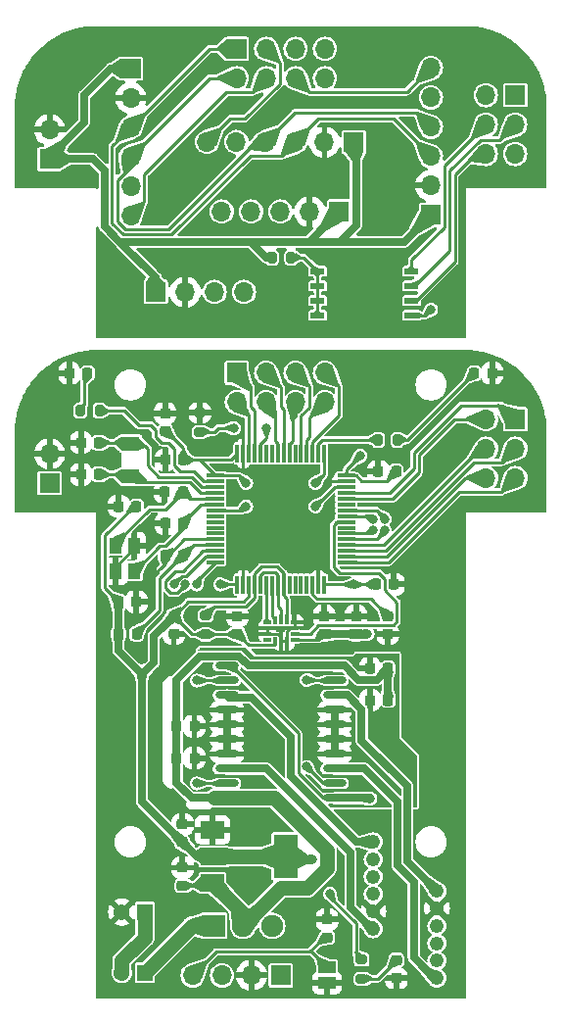
<source format=gbr>
%TF.GenerationSoftware,KiCad,Pcbnew,7.0.9*%
%TF.CreationDate,2024-02-08T13:35:56-08:00*%
%TF.ProjectId,micromouse,6d696372-6f6d-46f7-9573-652e6b696361,rev?*%
%TF.SameCoordinates,Original*%
%TF.FileFunction,Copper,L1,Top*%
%TF.FilePolarity,Positive*%
%FSLAX46Y46*%
G04 Gerber Fmt 4.6, Leading zero omitted, Abs format (unit mm)*
G04 Created by KiCad (PCBNEW 7.0.9) date 2024-02-08 13:35:56*
%MOMM*%
%LPD*%
G01*
G04 APERTURE LIST*
G04 Aperture macros list*
%AMRoundRect*
0 Rectangle with rounded corners*
0 $1 Rounding radius*
0 $2 $3 $4 $5 $6 $7 $8 $9 X,Y pos of 4 corners*
0 Add a 4 corners polygon primitive as box body*
4,1,4,$2,$3,$4,$5,$6,$7,$8,$9,$2,$3,0*
0 Add four circle primitives for the rounded corners*
1,1,$1+$1,$2,$3*
1,1,$1+$1,$4,$5*
1,1,$1+$1,$6,$7*
1,1,$1+$1,$8,$9*
0 Add four rect primitives between the rounded corners*
20,1,$1+$1,$2,$3,$4,$5,0*
20,1,$1+$1,$4,$5,$6,$7,0*
20,1,$1+$1,$6,$7,$8,$9,0*
20,1,$1+$1,$8,$9,$2,$3,0*%
G04 Aperture macros list end*
%TA.AperFunction,SMDPad,CuDef*%
%ADD10RoundRect,0.225000X-0.250000X0.225000X-0.250000X-0.225000X0.250000X-0.225000X0.250000X0.225000X0*%
%TD*%
%TA.AperFunction,SMDPad,CuDef*%
%ADD11RoundRect,0.225000X0.225000X0.250000X-0.225000X0.250000X-0.225000X-0.250000X0.225000X-0.250000X0*%
%TD*%
%TA.AperFunction,SMDPad,CuDef*%
%ADD12RoundRect,0.225000X0.250000X-0.225000X0.250000X0.225000X-0.250000X0.225000X-0.250000X-0.225000X0*%
%TD*%
%TA.AperFunction,SMDPad,CuDef*%
%ADD13R,2.000000X1.500000*%
%TD*%
%TA.AperFunction,SMDPad,CuDef*%
%ADD14R,2.000000X3.800000*%
%TD*%
%TA.AperFunction,SMDPad,CuDef*%
%ADD15R,1.092200X1.397000*%
%TD*%
%TA.AperFunction,ComponentPad*%
%ADD16R,1.700000X1.700000*%
%TD*%
%TA.AperFunction,ComponentPad*%
%ADD17O,1.700000X1.700000*%
%TD*%
%TA.AperFunction,SMDPad,CuDef*%
%ADD18C,0.254000*%
%TD*%
%TA.AperFunction,SMDPad,CuDef*%
%ADD19RoundRect,0.200000X0.275000X-0.200000X0.275000X0.200000X-0.275000X0.200000X-0.275000X-0.200000X0*%
%TD*%
%TA.AperFunction,ComponentPad*%
%ADD20R,1.900000X1.900000*%
%TD*%
%TA.AperFunction,ComponentPad*%
%ADD21C,1.900000*%
%TD*%
%TA.AperFunction,SMDPad,CuDef*%
%ADD22R,1.500000X1.000000*%
%TD*%
%TA.AperFunction,ComponentPad*%
%ADD23R,1.368000X1.368000*%
%TD*%
%TA.AperFunction,ComponentPad*%
%ADD24C,1.368000*%
%TD*%
%TA.AperFunction,SMDPad,CuDef*%
%ADD25RoundRect,0.031500X-0.263500X-0.143500X0.263500X-0.143500X0.263500X0.143500X-0.263500X0.143500X0*%
%TD*%
%TA.AperFunction,SMDPad,CuDef*%
%ADD26RoundRect,0.031500X0.143500X-0.263500X0.143500X0.263500X-0.143500X0.263500X-0.143500X-0.263500X0*%
%TD*%
%TA.AperFunction,SMDPad,CuDef*%
%ADD27RoundRect,0.031500X0.263500X0.143500X-0.263500X0.143500X-0.263500X-0.143500X0.263500X-0.143500X0*%
%TD*%
%TA.AperFunction,SMDPad,CuDef*%
%ADD28RoundRect,0.031500X-0.143500X0.263500X-0.143500X-0.263500X0.143500X-0.263500X0.143500X0.263500X0*%
%TD*%
%TA.AperFunction,SMDPad,CuDef*%
%ADD29RoundRect,0.200000X-0.275000X0.200000X-0.275000X-0.200000X0.275000X-0.200000X0.275000X0.200000X0*%
%TD*%
%TA.AperFunction,SMDPad,CuDef*%
%ADD30R,1.600200X1.168400*%
%TD*%
%TA.AperFunction,SMDPad,CuDef*%
%ADD31R,1.219200X0.508000*%
%TD*%
%TA.AperFunction,SMDPad,CuDef*%
%ADD32RoundRect,0.200000X0.200000X0.275000X-0.200000X0.275000X-0.200000X-0.275000X0.200000X-0.275000X0*%
%TD*%
%TA.AperFunction,SMDPad,CuDef*%
%ADD33RoundRect,0.075000X-0.700000X-0.075000X0.700000X-0.075000X0.700000X0.075000X-0.700000X0.075000X0*%
%TD*%
%TA.AperFunction,SMDPad,CuDef*%
%ADD34RoundRect,0.075000X-0.075000X-0.700000X0.075000X-0.700000X0.075000X0.700000X-0.075000X0.700000X0*%
%TD*%
%TA.AperFunction,SMDPad,CuDef*%
%ADD35RoundRect,0.218750X0.256250X-0.218750X0.256250X0.218750X-0.256250X0.218750X-0.256250X-0.218750X0*%
%TD*%
%TA.AperFunction,SMDPad,CuDef*%
%ADD36RoundRect,0.200000X-0.200000X-0.275000X0.200000X-0.275000X0.200000X0.275000X-0.200000X0.275000X0*%
%TD*%
%TA.AperFunction,ComponentPad*%
%ADD37C,1.244600*%
%TD*%
%TA.AperFunction,SMDPad,CuDef*%
%ADD38RoundRect,0.218750X-0.218750X-0.256250X0.218750X-0.256250X0.218750X0.256250X-0.218750X0.256250X0*%
%TD*%
%TA.AperFunction,SMDPad,CuDef*%
%ADD39RoundRect,0.218750X0.218750X0.256250X-0.218750X0.256250X-0.218750X-0.256250X0.218750X-0.256250X0*%
%TD*%
%TA.AperFunction,SMDPad,CuDef*%
%ADD40RoundRect,0.300000X-0.725000X0.000000X-0.725000X0.000000X0.725000X0.000000X0.725000X0.000000X0*%
%TD*%
%TA.AperFunction,ViaPad*%
%ADD41C,0.800000*%
%TD*%
%TA.AperFunction,Conductor*%
%ADD42C,1.270000*%
%TD*%
%TA.AperFunction,Conductor*%
%ADD43C,0.635000*%
%TD*%
%TA.AperFunction,Conductor*%
%ADD44C,0.254000*%
%TD*%
%TA.AperFunction,Conductor*%
%ADD45C,0.250000*%
%TD*%
G04 APERTURE END LIST*
%TA.AperFunction,EtchedComponent*%
%TO.C,NT1*%
G36*
X136693356Y-103986249D02*
G01*
X135986249Y-104693356D01*
X135806644Y-104513751D01*
X136513751Y-103806644D01*
X136693356Y-103986249D01*
G37*
%TD.AperFunction*%
%TD*%
D10*
%TO.P,C13,1*%
%TO.N,GND*%
X143250000Y-107975000D03*
%TO.P,C13,2*%
%TO.N,+3.3V*%
X143250000Y-109525000D03*
%TD*%
D11*
%TO.P,C17,1*%
%TO.N,+BATT*%
X156275000Y-112500000D03*
%TO.P,C17,2*%
%TO.N,GND1*%
X154725000Y-112500000D03*
%TD*%
D12*
%TO.P,C21,1*%
%TO.N,+3.3V*%
X138500000Y-127525000D03*
%TO.P,C21,2*%
%TO.N,GND*%
X138500000Y-125975000D03*
%TD*%
D13*
%TO.P,U4,1,GND*%
%TO.N,GND*%
X141100000Y-126450000D03*
%TO.P,U4,2,VO*%
%TO.N,+3.3V*%
X141100000Y-128750000D03*
D14*
X147400000Y-128750000D03*
D13*
%TO.P,U4,3,VI*%
%TO.N,+BATT*%
X141100000Y-131050000D03*
%TD*%
D15*
%TO.P,Y2,1,1*%
%TO.N,OSC_IN*%
X132699900Y-101895100D03*
%TO.P,Y2,2,2*%
%TO.N,GND*%
X132699900Y-104104900D03*
%TO.P,Y2,3,3*%
%TO.N,OSC_OUT*%
X134300100Y-104104900D03*
%TO.P,Y2,4,4*%
%TO.N,GND*%
X134300100Y-101895100D03*
%TD*%
D16*
%TO.P,J3,1*%
%TO.N,SWCLK*%
X147000000Y-139025000D03*
D17*
%TO.P,J3,2*%
%TO.N,GND*%
X144460000Y-139025000D03*
%TO.P,J3,3*%
%TO.N,SWDIO*%
X141920000Y-139025000D03*
%TO.P,J3,4*%
%TO.N,NRST*%
X139380000Y-139025000D03*
%TD*%
D18*
%TO.P,NT1,1,1*%
%TO.N,GND*%
X135896447Y-104603553D03*
%TO.P,NT1,2,2*%
%TO.N,GNDA*%
X136603553Y-103896447D03*
%TD*%
D11*
%TO.P,C3,1*%
%TO.N,+3.3V*%
X138575000Y-94500000D03*
%TO.P,C3,2*%
%TO.N,GND*%
X137025000Y-94500000D03*
%TD*%
D19*
%TO.P,R2,1*%
%TO.N,Net-(U1-BOOT0)*%
X140000000Y-92075000D03*
%TO.P,R2,2*%
%TO.N,GND*%
X140000000Y-90425000D03*
%TD*%
D12*
%TO.P,C22,1*%
%TO.N,+BATT*%
X138500000Y-131275000D03*
%TO.P,C22,2*%
%TO.N,GND*%
X138500000Y-129725000D03*
%TD*%
D20*
%TO.P,SW1,1*%
%TO.N,Net-(J11-Pad1)*%
X141250000Y-134750000D03*
D21*
%TO.P,SW1,2*%
%TO.N,+BATT*%
X143750000Y-134750000D03*
%TO.P,SW1,3*%
%TO.N,unconnected-(SW1-Pad3)*%
X146250000Y-134750000D03*
%TD*%
D22*
%TO.P,SW3,1*%
%TO.N,NRST*%
X151000000Y-138350000D03*
%TO.P,SW3,2*%
%TO.N,GND*%
X151000000Y-139650000D03*
%TD*%
D16*
%TO.P,J12,1*%
%TO.N,/Breakout Board/+3.3V*%
X152050000Y-73025000D03*
D17*
%TO.P,J12,2*%
%TO.N,GND*%
X149510000Y-73025000D03*
%TO.P,J12,3*%
%TO.N,/Breakout Board/GPIO1*%
X146970000Y-73025000D03*
%TO.P,J12,4*%
%TO.N,/Breakout Board/GPIO2*%
X144430000Y-73025000D03*
%TO.P,J12,5*%
%TO.N,/Breakout Board/GPIO3*%
X141890000Y-73025000D03*
%TD*%
D11*
%TO.P,C19,1*%
%TO.N,GND1*%
X139525000Y-117500000D03*
%TO.P,C19,2*%
%TO.N,+BATT*%
X137975000Y-117500000D03*
%TD*%
D10*
%TO.P,C16,1*%
%TO.N,Net-(U1-VCAP1)*%
X156250000Y-107975000D03*
%TO.P,C16,2*%
%TO.N,GND*%
X156250000Y-109525000D03*
%TD*%
D11*
%TO.P,C7,1*%
%TO.N,+3.3V*%
X134525000Y-98500000D03*
%TO.P,C7,2*%
%TO.N,GND*%
X132975000Y-98500000D03*
%TD*%
D16*
%TO.P,J6,1*%
%TO.N,USART_RX*%
X167290000Y-90975000D03*
D17*
%TO.P,J6,2*%
%TO.N,USART_TX*%
X164750000Y-90975000D03*
%TO.P,J6,3*%
%TO.N,DEBUG3*%
X167290000Y-93515000D03*
%TO.P,J6,4*%
%TO.N,DEBUG4*%
X164750000Y-93515000D03*
%TO.P,J6,5*%
%TO.N,DEBUG1*%
X167290000Y-96055000D03*
%TO.P,J6,6*%
%TO.N,DEBUG2*%
X164750000Y-96055000D03*
%TD*%
D11*
%TO.P,C9,1*%
%TO.N,+3.3VA*%
X138575000Y-102750000D03*
%TO.P,C9,2*%
%TO.N,GNDA*%
X137025000Y-102750000D03*
%TD*%
%TO.P,C6,1*%
%TO.N,OSC_IN*%
X138525000Y-97250000D03*
%TO.P,C6,2*%
%TO.N,GND*%
X136975000Y-97250000D03*
%TD*%
D23*
%TO.P,J11,1,1*%
%TO.N,Net-(J11-Pad1)*%
X135250000Y-138800000D03*
D24*
%TO.P,J11,2,2*%
%TO.N,Net-(J10-Pad1)*%
X133250000Y-138800000D03*
%TD*%
D25*
%TO.P,U2,1,AP_SDO/AP_AD0*%
%TO.N,/IMU/SPI_SD0*%
X145835000Y-108500000D03*
%TO.P,U2,2,RESV_2*%
%TO.N,GND*%
X145835000Y-109000000D03*
%TO.P,U2,3,RESV_3*%
X145835000Y-109500000D03*
%TO.P,U2,4,INT1/INT*%
%TO.N,unconnected-(U2-INT1{slash}INT-Pad4)*%
X145835000Y-110000000D03*
D26*
%TO.P,U2,5,VDDIO*%
%TO.N,+3.3V*%
X146500000Y-110165000D03*
%TO.P,U2,6,GND*%
%TO.N,GND*%
X147000000Y-110165000D03*
%TO.P,U2,7,RESV_7*%
X147500000Y-110165000D03*
D27*
%TO.P,U2,8,VDD*%
%TO.N,+3.3V*%
X148165000Y-110000000D03*
%TO.P,U2,9,INT2/FSYNC/CLKIN*%
%TO.N,RCC_MCO_2*%
X148165000Y-109500000D03*
%TO.P,U2,10,RESV_10*%
%TO.N,GND*%
X148165000Y-109000000D03*
%TO.P,U2,11,RESV_11*%
X148165000Y-108500000D03*
D28*
%TO.P,U2,12,AP_CS*%
%TO.N,SPI_CS_BYPASS*%
X147500000Y-108335000D03*
%TO.P,U2,13,AP_SCL/AP_SCLK*%
%TO.N,SPI_SCLK_BYPASS*%
X147000000Y-108335000D03*
%TO.P,U2,14,AP_SDA/AP_SDIO/AP_SDI*%
%TO.N,/IMU/SPI_SDI*%
X146500000Y-108335000D03*
%TD*%
D11*
%TO.P,C20,1*%
%TO.N,GND1*%
X139525000Y-120250000D03*
%TO.P,C20,2*%
%TO.N,+BATT*%
X137975000Y-120250000D03*
%TD*%
D10*
%TO.P,C12,1*%
%TO.N,+3.3V*%
X137750000Y-107975000D03*
%TO.P,C12,2*%
%TO.N,GND*%
X137750000Y-109525000D03*
%TD*%
D11*
%TO.P,C4,1*%
%TO.N,+3.3V*%
X156975000Y-95500000D03*
%TO.P,C4,2*%
%TO.N,GND*%
X155425000Y-95500000D03*
%TD*%
D23*
%TO.P,J10,1,1*%
%TO.N,Net-(J10-Pad1)*%
X135250000Y-133550000D03*
D24*
%TO.P,J10,2,2*%
%TO.N,GND*%
X133250000Y-133550000D03*
%TD*%
D10*
%TO.P,C15,1*%
%TO.N,GND*%
X153500000Y-107975000D03*
%TO.P,C15,2*%
%TO.N,+3.3V*%
X153500000Y-109525000D03*
%TD*%
D11*
%TO.P,C5,1*%
%TO.N,Net-(U1-PC15)*%
X131275000Y-95750000D03*
%TO.P,C5,2*%
%TO.N,GND*%
X129725000Y-95750000D03*
%TD*%
D29*
%TO.P,R4,1*%
%TO.N,SPI_CS_BYPASS*%
X140500000Y-107925000D03*
%TO.P,R4,2*%
%TO.N,+3.3V*%
X140500000Y-109575000D03*
%TD*%
D30*
%TO.P,Y1,1,1*%
%TO.N,Net-(U1-PC15)*%
X134000000Y-95922400D03*
%TO.P,Y1,2,2*%
%TO.N,Net-(U1-PC14)*%
X134000000Y-93077600D03*
%TD*%
D10*
%TO.P,C23,1*%
%TO.N,GND*%
X151000000Y-134200000D03*
%TO.P,C23,2*%
%TO.N,NRST*%
X151000000Y-135750000D03*
%TD*%
D31*
%TO.P,SW2,1*%
%TO.N,Net-(R6-Pad1)*%
X150186000Y-78190000D03*
%TO.P,SW2,2*%
X150186000Y-79460000D03*
%TO.P,SW2,3*%
X150186000Y-80730000D03*
%TO.P,SW2,4*%
X150186000Y-82000000D03*
%TO.P,SW2,5*%
%TO.N,/Breakout Board/DEBUG1*%
X158314000Y-82000000D03*
%TO.P,SW2,6*%
%TO.N,/Breakout Board/DEBUG2*%
X158314000Y-80730000D03*
%TO.P,SW2,7*%
%TO.N,/Breakout Board/DEBUG3*%
X158314000Y-79460000D03*
%TO.P,SW2,8*%
%TO.N,/Breakout Board/DEBUG4*%
X158314000Y-78190000D03*
%TD*%
D11*
%TO.P,C10,1*%
%TO.N,GND*%
X156775000Y-105250000D03*
%TO.P,C10,2*%
%TO.N,+3.3V*%
X155225000Y-105250000D03*
%TD*%
%TO.P,C18,1*%
%TO.N,+BATT*%
X156275000Y-115250000D03*
%TO.P,C18,2*%
%TO.N,GND1*%
X154725000Y-115250000D03*
%TD*%
D10*
%TO.P,C14,1*%
%TO.N,GND*%
X150750000Y-107975000D03*
%TO.P,C14,2*%
%TO.N,+3.3V*%
X150750000Y-109525000D03*
%TD*%
D16*
%TO.P,J7,1*%
%TO.N,/SCL*%
X143200000Y-86960000D03*
D17*
%TO.P,J7,2*%
%TO.N,/SDA*%
X143200000Y-89500000D03*
%TO.P,J7,3*%
%TO.N,/SHDN2*%
X145740000Y-86960000D03*
%TO.P,J7,4*%
%TO.N,/SHDN1*%
X145740000Y-89500000D03*
%TO.P,J7,5*%
%TO.N,GPIO3*%
X148280000Y-86960000D03*
%TO.P,J7,6*%
%TO.N,/SHDN3*%
X148280000Y-89500000D03*
%TO.P,J7,7*%
%TO.N,GPIO1*%
X150820000Y-86960000D03*
%TO.P,J7,8*%
%TO.N,GPIO2*%
X150820000Y-89500000D03*
%TD*%
D11*
%TO.P,C11,1*%
%TO.N,GND*%
X134525000Y-106750000D03*
%TO.P,C11,2*%
%TO.N,+3.3V*%
X132975000Y-106750000D03*
%TD*%
D32*
%TO.P,R3,1*%
%TO.N,Net-(D2-A)*%
X157075000Y-92750000D03*
%TO.P,R3,2*%
%TO.N,/LED2*%
X155425000Y-92750000D03*
%TD*%
D33*
%TO.P,U1,1,VBAT*%
%TO.N,+3.3V*%
X141325000Y-95850000D03*
%TO.P,U1,2,PC13*%
%TO.N,/LED1*%
X141325000Y-96350000D03*
%TO.P,U1,3,PC14*%
%TO.N,Net-(U1-PC14)*%
X141325000Y-96850000D03*
%TO.P,U1,4,PC15*%
%TO.N,Net-(U1-PC15)*%
X141325000Y-97350000D03*
%TO.P,U1,5,PH0*%
%TO.N,OSC_IN*%
X141325000Y-97850000D03*
%TO.P,U1,6,PH1*%
%TO.N,OSC_OUT*%
X141325000Y-98350000D03*
%TO.P,U1,7,NRST*%
%TO.N,NRST*%
X141325000Y-98850000D03*
%TO.P,U1,8,PC0*%
%TO.N,unconnected-(U1-PC0-Pad8)*%
X141325000Y-99350000D03*
%TO.P,U1,9,PC1*%
%TO.N,unconnected-(U1-PC1-Pad9)*%
X141325000Y-99850000D03*
%TO.P,U1,10,PC2*%
%TO.N,unconnected-(U1-PC2-Pad10)*%
X141325000Y-100350000D03*
%TO.P,U1,11,PC3*%
%TO.N,unconnected-(U1-PC3-Pad11)*%
X141325000Y-100850000D03*
%TO.P,U1,12,VSSA*%
%TO.N,GNDA*%
X141325000Y-101350000D03*
%TO.P,U1,13,VDDA*%
%TO.N,+3.3VA*%
X141325000Y-101850000D03*
%TO.P,U1,14,PA0*%
%TO.N,HL1*%
X141325000Y-102350000D03*
%TO.P,U1,15,PA1*%
%TO.N,HL2*%
X141325000Y-102850000D03*
%TO.P,U1,16,PA2*%
%TO.N,HR1*%
X141325000Y-103350000D03*
D34*
%TO.P,U1,17,PA3*%
%TO.N,HR2*%
X143250000Y-105275000D03*
%TO.P,U1,18,VSS*%
%TO.N,GND*%
X143750000Y-105275000D03*
%TO.P,U1,19,VDD*%
%TO.N,+3.3V*%
X144250000Y-105275000D03*
%TO.P,U1,20,PA4*%
%TO.N,SPI_CS_BYPASS*%
X144750000Y-105275000D03*
%TO.P,U1,21,PA5*%
%TO.N,SPI_SCLK_BYPASS*%
X145250000Y-105275000D03*
%TO.P,U1,22,PA6*%
%TO.N,/IMU/SPI_SD0*%
X145750000Y-105275000D03*
%TO.P,U1,23,PA7*%
%TO.N,/IMU/SPI_SDI*%
X146250000Y-105275000D03*
%TO.P,U1,24,PC4*%
%TO.N,SPI_SCLK_BYPASS*%
X146750000Y-105275000D03*
%TO.P,U1,25,PC5*%
%TO.N,SPI_CS_BYPASS*%
X147250000Y-105275000D03*
%TO.P,U1,26,PB0*%
%TO.N,unconnected-(U1-PB0-Pad26)*%
X147750000Y-105275000D03*
%TO.P,U1,27,PB1*%
%TO.N,unconnected-(U1-PB1-Pad27)*%
X148250000Y-105275000D03*
%TO.P,U1,28,PB2*%
%TO.N,unconnected-(U1-PB2-Pad28)*%
X148750000Y-105275000D03*
%TO.P,U1,29,PB10*%
%TO.N,unconnected-(U1-PB10-Pad29)*%
X149250000Y-105275000D03*
%TO.P,U1,30,VCAP1*%
%TO.N,Net-(U1-VCAP1)*%
X149750000Y-105275000D03*
%TO.P,U1,31,VSS*%
%TO.N,GND*%
X150250000Y-105275000D03*
%TO.P,U1,32,VDD*%
%TO.N,+3.3V*%
X150750000Y-105275000D03*
D33*
%TO.P,U1,33,PB12*%
%TO.N,DEBUG1*%
X152675000Y-103350000D03*
%TO.P,U1,34,PB13*%
%TO.N,DEBUG2*%
X152675000Y-102850000D03*
%TO.P,U1,35,PB14*%
%TO.N,DEBUG3*%
X152675000Y-102350000D03*
%TO.P,U1,36,PB15*%
%TO.N,DEBUG4*%
X152675000Y-101850000D03*
%TO.P,U1,37,PC6*%
%TO.N,EL1*%
X152675000Y-101350000D03*
%TO.P,U1,38,PC7*%
%TO.N,EL2*%
X152675000Y-100850000D03*
%TO.P,U1,39,PC8*%
%TO.N,unconnected-(U1-PC8-Pad39)*%
X152675000Y-100350000D03*
%TO.P,U1,40,PC9*%
%TO.N,RCC_MCO_2*%
X152675000Y-99850000D03*
%TO.P,U1,41,PA8*%
%TO.N,ER1*%
X152675000Y-99350000D03*
%TO.P,U1,42,PA9*%
%TO.N,ER2*%
X152675000Y-98850000D03*
%TO.P,U1,43,PA10*%
%TO.N,unconnected-(U1-PA10-Pad43)*%
X152675000Y-98350000D03*
%TO.P,U1,44,PA11*%
%TO.N,USART_TX*%
X152675000Y-97850000D03*
%TO.P,U1,45,PA12*%
%TO.N,USART_RX*%
X152675000Y-97350000D03*
%TO.P,U1,46,PA13*%
%TO.N,SWDIO*%
X152675000Y-96850000D03*
%TO.P,U1,47,VSS*%
%TO.N,GND*%
X152675000Y-96350000D03*
%TO.P,U1,48,VDD*%
%TO.N,+3.3V*%
X152675000Y-95850000D03*
D34*
%TO.P,U1,49,PA14*%
%TO.N,SWCLK*%
X150750000Y-93925000D03*
%TO.P,U1,50,PA15*%
%TO.N,/LED2*%
X150250000Y-93925000D03*
%TO.P,U1,51,PC10*%
%TO.N,GPIO1*%
X149750000Y-93925000D03*
%TO.P,U1,52,PC11*%
%TO.N,GPIO2*%
X149250000Y-93925000D03*
%TO.P,U1,53,PC12*%
%TO.N,GPIO3*%
X148750000Y-93925000D03*
%TO.P,U1,54,PD2*%
%TO.N,unconnected-(U1-PD2-Pad54)*%
X148250000Y-93925000D03*
%TO.P,U1,55,PB3*%
%TO.N,/SHDN3*%
X147750000Y-93925000D03*
%TO.P,U1,56,PB4*%
%TO.N,/SHDN2*%
X147250000Y-93925000D03*
%TO.P,U1,57,PB5*%
%TO.N,/SHDN1*%
X146750000Y-93925000D03*
%TO.P,U1,58,PB6*%
%TO.N,unconnected-(U1-PB6-Pad58)*%
X146250000Y-93925000D03*
%TO.P,U1,59,PB7*%
%TO.N,unconnected-(U1-PB7-Pad59)*%
X145750000Y-93925000D03*
%TO.P,U1,60,BOOT0*%
%TO.N,Net-(U1-BOOT0)*%
X145250000Y-93925000D03*
%TO.P,U1,61,PB8*%
%TO.N,/SCL*%
X144750000Y-93925000D03*
%TO.P,U1,62,PB9*%
%TO.N,/SDA*%
X144250000Y-93925000D03*
%TO.P,U1,63,VSS*%
%TO.N,GND*%
X143750000Y-93925000D03*
%TO.P,U1,64,VDD*%
%TO.N,+3.3V*%
X143250000Y-93925000D03*
%TD*%
D19*
%TO.P,R5,1*%
%TO.N,Net-(D3-A)*%
X154000000Y-139325000D03*
%TO.P,R5,2*%
%TO.N,+3.3V*%
X154000000Y-137675000D03*
%TD*%
D16*
%TO.P,J1,1*%
%TO.N,/Breakout Board/+3.3V*%
X134025000Y-60675000D03*
D17*
%TO.P,J1,2*%
%TO.N,GND*%
X134025000Y-63215000D03*
%TO.P,J1,3*%
%TO.N,/Breakout Board/SCL*%
X134025000Y-65755000D03*
%TO.P,J1,4*%
%TO.N,/Breakout Board/SDA*%
X134025000Y-68295000D03*
%TO.P,J1,5*%
%TO.N,unconnected-(J1-Pad5)*%
X134025000Y-70835000D03*
%TO.P,J1,6*%
%TO.N,/Breakout Board/SHDN1*%
X134025000Y-73375000D03*
%TD*%
D35*
%TO.P,D3,1,K*%
%TO.N,GND*%
X157000000Y-139287500D03*
%TO.P,D3,2,A*%
%TO.N,Net-(D3-A)*%
X157000000Y-137712500D03*
%TD*%
D16*
%TO.P,J2,1*%
%TO.N,/Breakout Board/+3.3V*%
X153325000Y-67025000D03*
D17*
%TO.P,J2,2*%
%TO.N,GND*%
X150785000Y-67025000D03*
%TO.P,J2,3*%
%TO.N,/Breakout Board/SCL*%
X148245000Y-67025000D03*
%TO.P,J2,4*%
%TO.N,/Breakout Board/SDA*%
X145705000Y-67025000D03*
%TO.P,J2,5*%
%TO.N,unconnected-(J2-Pad5)*%
X143165000Y-67025000D03*
%TO.P,J2,6*%
%TO.N,/Breakout Board/SHDN2*%
X140625000Y-67025000D03*
%TD*%
D11*
%TO.P,C2,1*%
%TO.N,Net-(U1-PC14)*%
X131275000Y-93000000D03*
%TO.P,C2,2*%
%TO.N,GND*%
X129725000Y-93000000D03*
%TD*%
D36*
%TO.P,R1,1*%
%TO.N,Net-(D1-A)*%
X129675000Y-90250000D03*
%TO.P,R1,2*%
%TO.N,/LED1*%
X131325000Y-90250000D03*
%TD*%
D16*
%TO.P,J5,1*%
%TO.N,/Breakout Board/+3.3V*%
X136200000Y-79975000D03*
D17*
%TO.P,J5,2*%
%TO.N,GND*%
X138740000Y-79975000D03*
%TO.P,J5,3*%
%TO.N,/Breakout Board/USART_RX*%
X141280000Y-79975000D03*
%TO.P,J5,4*%
%TO.N,/Breakout Board/USART_TX*%
X143820000Y-79975000D03*
%TD*%
D37*
%TO.P,J13,1,1*%
%TO.N,MR2*%
X160500000Y-139250000D03*
%TO.P,J13,2,2*%
%TO.N,+3.3V*%
X160500000Y-137750000D03*
%TO.P,J13,3,3*%
%TO.N,ER2*%
X160500000Y-136250001D03*
%TO.P,J13,4,4*%
%TO.N,ER1*%
X160500000Y-134749999D03*
%TO.P,J13,5,5*%
%TO.N,GND*%
X160500000Y-133249999D03*
%TO.P,J13,6,6*%
%TO.N,MR1*%
X160500000Y-131750000D03*
%TD*%
D38*
%TO.P,D1,1,K*%
%TO.N,GND*%
X128712500Y-87000000D03*
%TO.P,D1,2,A*%
%TO.N,Net-(D1-A)*%
X130287500Y-87000000D03*
%TD*%
D37*
%TO.P,J9,1,1*%
%TO.N,ML2*%
X155000000Y-127500000D03*
%TO.P,J9,2,2*%
%TO.N,+3.3V*%
X155000000Y-129000000D03*
%TO.P,J9,3,3*%
%TO.N,EL2*%
X155000000Y-130499999D03*
%TO.P,J9,4,4*%
%TO.N,EL1*%
X155000000Y-132000001D03*
%TO.P,J9,5,5*%
%TO.N,GND*%
X155000000Y-133500001D03*
%TO.P,J9,6,6*%
%TO.N,ML1*%
X155000000Y-135000000D03*
%TD*%
D12*
%TO.P,C1,1*%
%TO.N,+3.3V*%
X137000000Y-92025000D03*
%TO.P,C1,2*%
%TO.N,GND*%
X137000000Y-90475000D03*
%TD*%
D39*
%TO.P,FB1,1*%
%TO.N,+3.3VA*%
X134537500Y-109500000D03*
%TO.P,FB1,2*%
%TO.N,+3.3V*%
X132962500Y-109500000D03*
%TD*%
D32*
%TO.P,R6,1*%
%TO.N,Net-(R6-Pad1)*%
X147900000Y-77000000D03*
%TO.P,R6,2*%
%TO.N,/Breakout Board/+3.3V*%
X146250000Y-77000000D03*
%TD*%
D16*
%TO.P,J4,1*%
%TO.N,/Breakout Board/+3.3V*%
X159975000Y-73325000D03*
D17*
%TO.P,J4,2*%
%TO.N,GND*%
X159975000Y-70785000D03*
%TO.P,J4,3*%
%TO.N,/Breakout Board/SCL*%
X159975000Y-68245000D03*
%TO.P,J4,4*%
%TO.N,/Breakout Board/SDA*%
X159975000Y-65705000D03*
%TO.P,J4,5*%
%TO.N,unconnected-(J4-Pad5)*%
X159975000Y-63165000D03*
%TO.P,J4,6*%
%TO.N,/Breakout Board/SHDN3*%
X159975000Y-60625000D03*
%TD*%
D39*
%TO.P,D2,1,K*%
%TO.N,GND*%
X165287500Y-87000000D03*
%TO.P,D2,2,A*%
%TO.N,Net-(D2-A)*%
X163712500Y-87000000D03*
%TD*%
D40*
%TO.P,U3,1,ENABLE_1*%
%TO.N,+3.3V*%
X142345000Y-112285000D03*
%TO.P,U3,2,INPUT_1*%
%TO.N,HL1*%
X142345000Y-113555000D03*
%TO.P,U3,3,OUTPUT_1*%
%TO.N,ML2*%
X142345000Y-114825000D03*
%TO.P,U3,4,GND*%
%TO.N,GND1*%
X142345000Y-116095000D03*
%TO.P,U3,5,GND__1*%
X142345000Y-117365000D03*
%TO.P,U3,6,GND__2*%
X142345000Y-118635000D03*
%TO.P,U3,7,GND__3*%
X142345000Y-119905000D03*
%TO.P,U3,8,OUTPUT_2*%
%TO.N,ML1*%
X142345000Y-121175000D03*
%TO.P,U3,9,INPUT_2*%
%TO.N,HL2*%
X142345000Y-122445000D03*
%TO.P,U3,10,VS*%
%TO.N,+BATT*%
X142345000Y-123715000D03*
%TO.P,U3,11,ENABLE_2*%
%TO.N,+3.3V*%
X151655000Y-123715000D03*
%TO.P,U3,12,INPUT_3*%
%TO.N,HR1*%
X151655000Y-122445000D03*
%TO.P,U3,13,OUTPUT_3*%
%TO.N,MR2*%
X151655000Y-121175000D03*
%TO.P,U3,14,GND__4*%
%TO.N,GND1*%
X151655000Y-119905000D03*
%TO.P,U3,15,GND__5*%
X151655000Y-118635000D03*
%TO.P,U3,16,GND__6*%
X151655000Y-117365000D03*
%TO.P,U3,17,GND__7*%
X151655000Y-116095000D03*
%TO.P,U3,18,OUTPUT_4*%
%TO.N,MR1*%
X151655000Y-114825000D03*
%TO.P,U3,19,INPUT_4*%
%TO.N,HR2*%
X151655000Y-113555000D03*
%TO.P,U3,20,VSS*%
%TO.N,+BATT*%
X151655000Y-112285000D03*
%TD*%
D16*
%TO.P,J8,1*%
%TO.N,+3.3V*%
X127000000Y-96500000D03*
D17*
%TO.P,J8,2*%
%TO.N,GND*%
X127000000Y-93960000D03*
%TD*%
D11*
%TO.P,C8,1*%
%TO.N,OSC_OUT*%
X138575000Y-100000000D03*
%TO.P,C8,2*%
%TO.N,GND*%
X137025000Y-100000000D03*
%TD*%
D16*
%TO.P,J15,1*%
%TO.N,/Breakout Board/USART_RX*%
X167275000Y-62975001D03*
D17*
%TO.P,J15,2*%
%TO.N,/Breakout Board/USART_TX*%
X164735000Y-62975001D03*
%TO.P,J15,3*%
%TO.N,/Breakout Board/DEBUG3*%
X167275000Y-65515001D03*
%TO.P,J15,4*%
%TO.N,/Breakout Board/DEBUG4*%
X164735000Y-65515001D03*
%TO.P,J15,5*%
%TO.N,/Breakout Board/DEBUG1*%
X167275000Y-68055001D03*
%TO.P,J15,6*%
%TO.N,/Breakout Board/DEBUG2*%
X164735000Y-68055001D03*
%TD*%
D16*
%TO.P,J14,1*%
%TO.N,/Breakout Board/SCL*%
X143200000Y-58975001D03*
D17*
%TO.P,J14,2*%
%TO.N,/Breakout Board/SDA*%
X143200000Y-61515001D03*
%TO.P,J14,3*%
%TO.N,/Breakout Board/SHDN2*%
X145740000Y-58975001D03*
%TO.P,J14,4*%
%TO.N,/Breakout Board/SHDN1*%
X145740000Y-61515001D03*
%TO.P,J14,5*%
%TO.N,/Breakout Board/GPIO3*%
X148280000Y-58975001D03*
%TO.P,J14,6*%
%TO.N,/Breakout Board/SHDN3*%
X148280000Y-61515001D03*
%TO.P,J14,7*%
%TO.N,/Breakout Board/GPIO1*%
X150820000Y-58975001D03*
%TO.P,J14,8*%
%TO.N,/Breakout Board/GPIO2*%
X150820000Y-61515001D03*
%TD*%
D16*
%TO.P,J16,1*%
%TO.N,/Breakout Board/+3.3V*%
X127000000Y-68500000D03*
D17*
%TO.P,J16,2*%
%TO.N,GND*%
X127000000Y-65960000D03*
%TD*%
D41*
%TO.N,GND*%
X145000000Y-130500000D03*
X144000000Y-130500000D03*
X145000000Y-131500000D03*
X146000000Y-102500000D03*
X135750000Y-105750000D03*
X144000000Y-100500000D03*
X146000000Y-100500000D03*
X146000000Y-98500000D03*
X148000000Y-102500000D03*
X148000000Y-100500000D03*
X145000000Y-126500000D03*
X144000000Y-131500000D03*
X145000000Y-125500000D03*
X149500000Y-108000000D03*
X148000000Y-96500000D03*
X137000000Y-111500000D03*
X144000000Y-102500000D03*
X150000000Y-102500000D03*
X137000000Y-112500000D03*
X150000000Y-100500000D03*
X148000000Y-98500000D03*
X146000000Y-96500000D03*
X144000000Y-125500000D03*
X144000000Y-126500000D03*
%TO.N,+3.3V*%
X154500000Y-109525000D03*
X151250000Y-132000000D03*
X153250000Y-105250000D03*
X154750000Y-123750000D03*
X149750000Y-129000000D03*
X135000000Y-113000000D03*
X144000000Y-96500000D03*
X153881250Y-94131250D03*
%TO.N,GND1*%
X146000000Y-118500000D03*
X148000000Y-116500000D03*
X148000000Y-115500000D03*
X147000000Y-115500000D03*
X147000000Y-114500000D03*
X145000000Y-119500000D03*
X145000000Y-118500000D03*
X147987701Y-114512299D03*
X146000000Y-119500000D03*
X145000000Y-117500000D03*
%TO.N,EL2*%
X155000622Y-100599502D03*
%TO.N,EL1*%
X156000000Y-100599503D03*
%TO.N,ER2*%
X156000000Y-99600000D03*
%TO.N,ER1*%
X155000000Y-99600000D03*
%TO.N,SWCLK*%
X150000000Y-96500000D03*
%TO.N,SWDIO*%
X150000000Y-98500000D03*
%TO.N,NRST*%
X144000000Y-98500000D03*
%TO.N,Net-(U1-BOOT0)*%
X145750000Y-91750000D03*
X142976500Y-91750000D03*
%TO.N,HL1*%
X138750000Y-105250000D03*
X139750000Y-113555000D03*
%TO.N,HR1*%
X139750000Y-105250000D03*
X149250000Y-121000000D03*
%TO.N,HL2*%
X139750000Y-122445000D03*
X137750000Y-105250000D03*
%TO.N,HR2*%
X141750000Y-105250000D03*
X149250000Y-113500000D03*
%TO.N,/Breakout Board/DEBUG1*%
X160000000Y-81500000D03*
%TD*%
D42*
%TO.N,+BATT*%
X143750000Y-133700000D02*
X143750000Y-134750000D01*
D43*
X140032500Y-111467500D02*
X143408622Y-111467500D01*
X156275000Y-112500000D02*
X156275000Y-115250000D01*
X156275000Y-112500000D02*
X155282500Y-113492500D01*
D42*
X141100000Y-131050000D02*
X143750000Y-133700000D01*
X146450000Y-123715000D02*
X141250000Y-123715000D01*
X143750000Y-134725628D02*
X146990628Y-131485000D01*
D43*
X138000000Y-122441554D02*
X138000000Y-113500000D01*
X142345000Y-123715000D02*
X139273446Y-123715000D01*
X144191122Y-112250000D02*
X151620000Y-112250000D01*
X139273446Y-123715000D02*
X138000000Y-122441554D01*
D42*
X151000000Y-128265000D02*
X146450000Y-123715000D01*
D43*
X152535000Y-112285000D02*
X151655000Y-112285000D01*
X153742500Y-113492500D02*
X152535000Y-112285000D01*
D42*
X151000000Y-129778216D02*
X151000000Y-128265000D01*
D44*
X138500000Y-131275000D02*
X140875000Y-131275000D01*
D42*
X149293216Y-131485000D02*
X151000000Y-129778216D01*
X146990628Y-131485000D02*
X149293216Y-131485000D01*
D43*
X155282500Y-113492500D02*
X153742500Y-113492500D01*
X143408622Y-111467500D02*
X144191122Y-112250000D01*
X138000000Y-113500000D02*
X140032500Y-111467500D01*
X151620000Y-112250000D02*
X151655000Y-112285000D01*
D45*
%TO.N,GND*%
X147500000Y-110165000D02*
X147500000Y-109252960D01*
X134098900Y-102352300D02*
X134300100Y-102352300D01*
X145835000Y-109000000D02*
X145835000Y-109500000D01*
X135750000Y-104750000D02*
X135896447Y-104603553D01*
X135750000Y-105750000D02*
X135750000Y-104750000D01*
X147752960Y-109000000D02*
X148165000Y-109000000D01*
X132699900Y-103952500D02*
X132699900Y-103751300D01*
X147000000Y-110165000D02*
X147000000Y-109752960D01*
X132699900Y-103751300D02*
X134098900Y-102352300D01*
X145835000Y-109000000D02*
X148165000Y-109000000D01*
X147000000Y-109752960D02*
X146747040Y-109500000D01*
X148165000Y-109000000D02*
X148165000Y-108500000D01*
X146747040Y-109500000D02*
X145835000Y-109500000D01*
X147500000Y-109252960D02*
X147752960Y-109000000D01*
X147000000Y-110165000D02*
X147500000Y-110165000D01*
%TO.N,+3.3V*%
X132975000Y-106750000D02*
X131800000Y-105575000D01*
D43*
X149750000Y-129000000D02*
X147650000Y-129000000D01*
D45*
X150682510Y-123715000D02*
X151655000Y-123715000D01*
X131800000Y-105575000D02*
X131800000Y-101000000D01*
X143767764Y-106750000D02*
X138975000Y-106750000D01*
X144000000Y-96500000D02*
X143350000Y-95850000D01*
X140500000Y-109575000D02*
X143200000Y-109575000D01*
X144225000Y-110500000D02*
X143250000Y-109525000D01*
X148525000Y-118126114D02*
X148525000Y-121557490D01*
X144250000Y-105275000D02*
X144250000Y-106267764D01*
X146500000Y-110165000D02*
X146500000Y-110460000D01*
D44*
X153520592Y-95850000D02*
X152675000Y-95850000D01*
D43*
X136000000Y-109725000D02*
X137750000Y-107975000D01*
D45*
X137000000Y-92250000D02*
X137375000Y-92250000D01*
D43*
X138500000Y-127525000D02*
X139725000Y-128750000D01*
X132962500Y-110962500D02*
X132962500Y-110462500D01*
D44*
X153972592Y-96302000D02*
X153520592Y-95850000D01*
D45*
X139975000Y-94500000D02*
X141325000Y-95850000D01*
D43*
X154500000Y-109525000D02*
X153500000Y-109525000D01*
D45*
X138575000Y-94500000D02*
X142675000Y-94500000D01*
X142675000Y-94500000D02*
X143250000Y-93925000D01*
D44*
X151250000Y-132000000D02*
X151250000Y-132273382D01*
X152675000Y-95337500D02*
X153881250Y-94131250D01*
D43*
X132962500Y-110462500D02*
X132962500Y-109500000D01*
D44*
X153500000Y-137175000D02*
X154000000Y-137675000D01*
D45*
X143350000Y-95850000D02*
X141325000Y-95850000D01*
X140500000Y-109575000D02*
X139350000Y-109575000D01*
D44*
X156173000Y-96302000D02*
X153972592Y-96302000D01*
D45*
X150750000Y-109525000D02*
X150275000Y-110000000D01*
D43*
X135000000Y-124025000D02*
X138500000Y-127525000D01*
D45*
X146500000Y-110460000D02*
X146460000Y-110500000D01*
X150275000Y-110000000D02*
X148165000Y-110000000D01*
X138975000Y-106750000D02*
X137750000Y-107975000D01*
X137375000Y-92250000D02*
X138575000Y-93450000D01*
X142683886Y-112285000D02*
X148525000Y-118126114D01*
D43*
X135000000Y-113000000D02*
X135000000Y-124025000D01*
D45*
X131800000Y-101000000D02*
X134300000Y-98500000D01*
D43*
X154715000Y-123715000D02*
X154750000Y-123750000D01*
D44*
X153500000Y-134523382D02*
X153500000Y-137175000D01*
D43*
X139725000Y-128750000D02*
X141100000Y-128750000D01*
X151655000Y-123715000D02*
X154715000Y-123715000D01*
D45*
X138575000Y-94500000D02*
X139975000Y-94500000D01*
D43*
X135000000Y-113000000D02*
X132962500Y-110962500D01*
X136000000Y-112000000D02*
X136000000Y-109725000D01*
D45*
X138575000Y-93450000D02*
X138575000Y-94500000D01*
X139350000Y-109575000D02*
X137750000Y-107975000D01*
D43*
X132962500Y-110462500D02*
X132962500Y-106762500D01*
X153500000Y-109525000D02*
X150750000Y-109525000D01*
D45*
X148525000Y-121557490D02*
X150682510Y-123715000D01*
D42*
X141100000Y-128750000D02*
X147400000Y-128750000D01*
D45*
X144250000Y-106267764D02*
X143767764Y-106750000D01*
X153250000Y-105250000D02*
X150775000Y-105250000D01*
X146460000Y-110500000D02*
X144225000Y-110500000D01*
D44*
X156975000Y-95500000D02*
X156173000Y-96302000D01*
D45*
X155225000Y-105250000D02*
X153250000Y-105250000D01*
D44*
X151250000Y-132273382D02*
X153500000Y-134523382D01*
D43*
X135000000Y-113000000D02*
X136000000Y-112000000D01*
D44*
X152675000Y-95850000D02*
X152675000Y-95337500D01*
D43*
%TO.N,GND1*%
X151655000Y-116095000D02*
X151655000Y-119905000D01*
X142345000Y-116095000D02*
X142345000Y-119905000D01*
D45*
%TO.N,OSC_IN*%
X141325000Y-97850000D02*
X139250000Y-97850000D01*
X139125000Y-97850000D02*
X138525000Y-97250000D01*
X138525000Y-97250000D02*
X137025000Y-98750000D01*
X139250000Y-97850000D02*
X139125000Y-97850000D01*
X138650000Y-97250000D02*
X138525000Y-97250000D01*
X137025000Y-98750000D02*
X135642026Y-98750000D01*
X139250000Y-97850000D02*
X138650000Y-97250000D01*
X135642026Y-98750000D02*
X132807874Y-101584152D01*
%TO.N,OSC_OUT*%
X139323750Y-99081250D02*
X139331250Y-99081250D01*
X139331250Y-99081250D02*
X138575000Y-99837500D01*
X134403074Y-104104900D02*
X134300100Y-104104900D01*
X138405000Y-100000000D02*
X138405000Y-100170000D01*
X136557974Y-101950000D02*
X134403074Y-104104900D01*
X138575000Y-100000000D02*
X138575000Y-100425000D01*
X138575000Y-100425000D02*
X137050000Y-101950000D01*
X140062500Y-98350000D02*
X139331250Y-99081250D01*
X141325000Y-98350000D02*
X140062500Y-98350000D01*
X137050000Y-101950000D02*
X136557974Y-101950000D01*
%TO.N,Net-(U1-PC14)*%
X140195840Y-96850000D02*
X139295840Y-95950000D01*
X131275000Y-93000000D02*
X133922400Y-93000000D01*
X135275130Y-93275130D02*
X134541078Y-93275130D01*
X135500000Y-95000000D02*
X135500000Y-93500000D01*
X139295840Y-95950000D02*
X136450000Y-95950000D01*
X135500000Y-93500000D02*
X135275130Y-93275130D01*
X136450000Y-95950000D02*
X135500000Y-95000000D01*
X141325000Y-96850000D02*
X140195840Y-96850000D01*
%TO.N,Net-(U1-PC15)*%
X134477600Y-96400000D02*
X139109444Y-96400000D01*
X134000000Y-95922400D02*
X134477600Y-96400000D01*
X139109444Y-96400000D02*
X140059444Y-97350000D01*
X140059444Y-97350000D02*
X141325000Y-97350000D01*
X131275000Y-95750000D02*
X133827600Y-95750000D01*
%TO.N,+3.3VA*%
X139475000Y-101850000D02*
X141325000Y-101850000D01*
X134537500Y-109462500D02*
X136500000Y-107500000D01*
X136500000Y-104743750D02*
X138493750Y-102750000D01*
X136500000Y-107500000D02*
X136500000Y-104743750D01*
X138575000Y-102750000D02*
X139475000Y-101850000D01*
%TO.N,GNDA*%
X138650000Y-101350000D02*
X141325000Y-101350000D01*
X137250000Y-102750000D02*
X138650000Y-101350000D01*
X137025000Y-102750000D02*
X137025000Y-103475000D01*
X137025000Y-103475000D02*
X136603553Y-103896447D01*
%TO.N,Net-(U1-VCAP1)*%
X150157236Y-106525000D02*
X149750000Y-106117764D01*
X154800000Y-106525000D02*
X150157236Y-106525000D01*
X149750000Y-106117764D02*
X149750000Y-105275000D01*
X156250000Y-107975000D02*
X154800000Y-106525000D01*
%TO.N,Net-(D1-A)*%
X130000000Y-87287500D02*
X130000000Y-89715600D01*
X129950000Y-89975000D02*
X129675000Y-90250000D01*
X129950000Y-89765600D02*
X129950000Y-89975000D01*
X130000000Y-89715600D02*
X129950000Y-89765600D01*
%TO.N,Net-(D2-A)*%
X157075000Y-92750000D02*
X157962500Y-92750000D01*
X157962500Y-92750000D02*
X163712500Y-87000000D01*
D44*
%TO.N,Net-(D3-A)*%
X154000000Y-139325000D02*
X155387500Y-139325000D01*
X155387500Y-139325000D02*
X157000000Y-137712500D01*
D43*
%TO.N,ML2*%
X144490254Y-115000000D02*
X147882500Y-118392246D01*
X147882500Y-121823622D02*
X153558878Y-127500000D01*
X142520000Y-115000000D02*
X144490254Y-115000000D01*
X153558878Y-127500000D02*
X155000000Y-127500000D01*
X142345000Y-114825000D02*
X142520000Y-115000000D01*
X147882500Y-118392246D02*
X147882500Y-121823622D01*
D45*
%TO.N,EL2*%
X155000622Y-100599502D02*
X154750124Y-100850000D01*
X154750124Y-100850000D02*
X152675000Y-100850000D01*
%TO.N,EL1*%
X152675000Y-101350000D02*
X155275429Y-101350000D01*
X156000000Y-100625429D02*
X156000000Y-100599503D01*
X155275429Y-101350000D02*
X156000000Y-100625429D01*
D43*
%TO.N,ML1*%
X153025200Y-133137122D02*
X153025200Y-128428134D01*
X154888078Y-135000000D02*
X153025200Y-133137122D01*
X153025200Y-128428134D02*
X145772066Y-121175000D01*
X145772066Y-121175000D02*
X142345000Y-121175000D01*
%TO.N,MR2*%
X158500000Y-137500000D02*
X160250000Y-139250000D01*
X154222541Y-121175000D02*
X157085000Y-124037459D01*
X157085000Y-129515868D02*
X158500000Y-130930868D01*
X157085000Y-124037459D02*
X157085000Y-129515868D01*
X151655000Y-121175000D02*
X154222541Y-121175000D01*
X158500000Y-130930868D02*
X158500000Y-137500000D01*
D45*
%TO.N,ER2*%
X152675000Y-98850000D02*
X155275305Y-98850000D01*
X155275305Y-98850000D02*
X156000000Y-99574695D01*
%TO.N,ER1*%
X154750000Y-99350000D02*
X155000000Y-99600000D01*
X152675000Y-99350000D02*
X154750000Y-99350000D01*
X155000000Y-99600000D02*
X154850000Y-99600000D01*
X154850000Y-99600000D02*
X154750000Y-99500000D01*
D43*
%TO.N,MR1*%
X154000000Y-118750000D02*
X157920000Y-122670000D01*
X151655000Y-114825000D02*
X152768712Y-114825000D01*
X157920000Y-122670000D02*
X157920000Y-129170000D01*
X152768712Y-114825000D02*
X154000000Y-116056288D01*
X154000000Y-116056288D02*
X154000000Y-118750000D01*
X157920000Y-129170000D02*
X160500000Y-131750000D01*
%TO.N,/Breakout Board/+3.3V*%
X132325000Y-60675000D02*
X134025000Y-60675000D01*
X153500000Y-67200000D02*
X153500000Y-74250000D01*
X131757500Y-74314229D02*
X131757500Y-69507500D01*
X136200000Y-79975000D02*
X136200000Y-78756729D01*
X133085771Y-75642500D02*
X131757500Y-74314229D01*
X127000000Y-68500000D02*
X127000000Y-68306062D01*
X144500000Y-75750000D02*
X145750000Y-77000000D01*
X148000000Y-75642500D02*
X152000000Y-75642500D01*
X157657500Y-75642500D02*
X159975000Y-73325000D01*
X136200000Y-78756729D02*
X133085771Y-75642500D01*
X152000000Y-75642500D02*
X152107500Y-75642500D01*
X149432500Y-75642500D02*
X152050000Y-73025000D01*
X148000000Y-75642500D02*
X149432500Y-75642500D01*
X130750000Y-68500000D02*
X127000000Y-68500000D01*
X130000000Y-65306062D02*
X130000000Y-63000000D01*
X127000000Y-68306062D02*
X130000000Y-65306062D01*
X144500000Y-75642500D02*
X144500000Y-75750000D01*
X152107500Y-75642500D02*
X153500000Y-74250000D01*
X131757500Y-69507500D02*
X130750000Y-68500000D01*
X144500000Y-75642500D02*
X148000000Y-75642500D01*
X145750000Y-77000000D02*
X146175000Y-77000000D01*
X152000000Y-75642500D02*
X157657500Y-75642500D01*
X130000000Y-63000000D02*
X132325000Y-60675000D01*
X133085771Y-75642500D02*
X144500000Y-75642500D01*
D42*
%TO.N,Net-(J10-Pad1)*%
X135250000Y-133550000D02*
X135250000Y-135762000D01*
X135250000Y-135762000D02*
X133250000Y-137762000D01*
X133250000Y-137762000D02*
X133250000Y-138800000D01*
D45*
%TO.N,/Breakout Board/SHDN3*%
X157909999Y-62690001D02*
X159975000Y-60625000D01*
X149455000Y-62690001D02*
X157909999Y-62690001D01*
X148280000Y-61515001D02*
X149455000Y-62690001D01*
%TO.N,/Breakout Board/SCL*%
X140804999Y-58975001D02*
X134025000Y-65755000D01*
X133351903Y-75000000D02*
X137570000Y-75000000D01*
X148245000Y-67025000D02*
X150270000Y-65000000D01*
X132400000Y-74048097D02*
X133351903Y-75000000D01*
X156730000Y-65000000D02*
X159975000Y-68245000D01*
X147070000Y-68200000D02*
X148245000Y-67025000D01*
X143200000Y-58975001D02*
X140804999Y-58975001D01*
X150270000Y-65000000D02*
X156730000Y-65000000D01*
X134025000Y-65755000D02*
X132400000Y-67380000D01*
X144370000Y-68200000D02*
X147070000Y-68200000D01*
X137570000Y-75000000D02*
X144370000Y-68200000D01*
X132400000Y-67380000D02*
X132400000Y-74048097D01*
%TO.N,/Breakout Board/SDA*%
X143200000Y-61515001D02*
X140804999Y-61515001D01*
X137315000Y-74550000D02*
X144840000Y-67025000D01*
X140804999Y-61515001D02*
X134025000Y-68295000D01*
X158770000Y-64500000D02*
X159520000Y-65250000D01*
X134025000Y-68295000D02*
X134025000Y-69173299D01*
X134025000Y-69173299D02*
X132850000Y-70348299D01*
X144840000Y-67025000D02*
X145705000Y-67025000D01*
X148230000Y-64500000D02*
X158770000Y-64500000D01*
X132850000Y-70348299D02*
X132850000Y-73861701D01*
X133538299Y-74550000D02*
X137315000Y-74550000D01*
X145705000Y-67025000D02*
X148230000Y-64500000D01*
X132850000Y-73861701D02*
X133538299Y-74550000D01*
D42*
%TO.N,Net-(J11-Pad1)*%
X135250000Y-138800000D02*
X139300000Y-134750000D01*
X139300000Y-134750000D02*
X141250000Y-134750000D01*
D45*
%TO.N,GPIO2*%
X149500000Y-90820000D02*
X150820000Y-89500000D01*
X149250000Y-93925000D02*
X149250000Y-92779722D01*
X149250000Y-92779722D02*
X149500000Y-92529722D01*
X149500000Y-92529722D02*
X149500000Y-90820000D01*
%TO.N,/Breakout Board/SHDN1*%
X142309999Y-62690001D02*
X135200000Y-69800000D01*
X145740000Y-61515001D02*
X144565000Y-62690001D01*
X135200000Y-72200000D02*
X134025000Y-73375000D01*
X135200000Y-69800000D02*
X135200000Y-72200000D01*
X144565000Y-62690001D02*
X142309999Y-62690001D01*
%TO.N,/SDA*%
X144250000Y-93925000D02*
X144250000Y-90550000D01*
X144250000Y-90550000D02*
X143200000Y-89500000D01*
%TO.N,/SCL*%
X144375000Y-88135000D02*
X143200000Y-86960000D01*
X144375000Y-89875000D02*
X144375000Y-88135000D01*
X144750000Y-93925000D02*
X144750000Y-90250000D01*
X144750000Y-90250000D02*
X144375000Y-89875000D01*
%TO.N,/SHDN1*%
X146500000Y-90260000D02*
X145740000Y-89500000D01*
X146750000Y-93925000D02*
X146750000Y-93082236D01*
X146500000Y-92832236D02*
X146500000Y-90260000D01*
X146750000Y-93082236D02*
X146500000Y-92832236D01*
%TO.N,/SHDN2*%
X147000000Y-89881701D02*
X147000000Y-88220000D01*
X147250000Y-93925000D02*
X147250000Y-90131701D01*
X147250000Y-90131701D02*
X147000000Y-89881701D01*
X147000000Y-88220000D02*
X145740000Y-86960000D01*
%TO.N,/SHDN3*%
X147750000Y-93925000D02*
X147750000Y-93082236D01*
X147750000Y-93082236D02*
X148000000Y-92832236D01*
X148000000Y-92832236D02*
X148000000Y-89780000D01*
%TO.N,/Breakout Board/SHDN2*%
X143916702Y-65000000D02*
X142650000Y-65000000D01*
X146915000Y-62001702D02*
X143916702Y-65000000D01*
X146915000Y-60150001D02*
X146915000Y-62001702D01*
X145740000Y-58975001D02*
X146915000Y-60150001D01*
X142650000Y-65000000D02*
X140625000Y-67025000D01*
%TO.N,GPIO3*%
X148750000Y-90691701D02*
X149455000Y-89986701D01*
X148750000Y-93925000D02*
X148750000Y-90691701D01*
X149455000Y-88135000D02*
X148280000Y-86960000D01*
X149455000Y-89986701D02*
X149455000Y-88135000D01*
%TO.N,USART_RX*%
X152675000Y-97350000D02*
X156384052Y-97350000D01*
X156384052Y-97350000D02*
X158500000Y-95234052D01*
X158500000Y-93863604D02*
X162563604Y-89800000D01*
X166115000Y-89800000D02*
X167290000Y-90975000D01*
X162563604Y-89800000D02*
X166115000Y-89800000D01*
X158500000Y-95234052D02*
X158500000Y-93863604D01*
%TO.N,USART_TX*%
X156650000Y-97850000D02*
X158950000Y-95550000D01*
X158950000Y-95550000D02*
X158950000Y-94050000D01*
X152675000Y-97850000D02*
X156650000Y-97850000D01*
X162025000Y-90975000D02*
X164750000Y-90975000D01*
X158950000Y-94050000D02*
X162025000Y-90975000D01*
%TO.N,SWCLK*%
X150750000Y-95750000D02*
X150750000Y-93925000D01*
X150000000Y-96500000D02*
X150750000Y-95750000D01*
%TO.N,SWDIO*%
X151650000Y-96850000D02*
X152675000Y-96850000D01*
X150000000Y-98500000D02*
X151650000Y-96850000D01*
%TO.N,NRST*%
X141405000Y-137000000D02*
X149500000Y-137000000D01*
X149650000Y-137000000D02*
X151000000Y-138350000D01*
X149500000Y-137000000D02*
X149650000Y-137000000D01*
D44*
X150725000Y-135775000D02*
X149500000Y-137000000D01*
D45*
X144000000Y-98500000D02*
X143650000Y-98850000D01*
X139380000Y-139025000D02*
X141405000Y-137000000D01*
X143650000Y-98850000D02*
X141325000Y-98850000D01*
%TO.N,Net-(U1-BOOT0)*%
X142976500Y-91750000D02*
X141575000Y-91750000D01*
X145750000Y-92582236D02*
X145750000Y-91750000D01*
X141250000Y-92075000D02*
X140000000Y-92075000D01*
X141575000Y-91750000D02*
X141250000Y-92075000D01*
X145250000Y-93082236D02*
X145750000Y-92582236D01*
X145250000Y-93925000D02*
X145250000Y-93082236D01*
%TO.N,/LED1*%
X139482236Y-95500000D02*
X138315948Y-95500000D01*
X138315948Y-95500000D02*
X137800000Y-94984052D01*
X137800000Y-94984052D02*
X137800000Y-93550000D01*
X137800000Y-93550000D02*
X137250000Y-93000000D01*
X134706700Y-91500000D02*
X133456700Y-90250000D01*
X137250000Y-93000000D02*
X136715948Y-93000000D01*
X135750000Y-91500000D02*
X134706700Y-91500000D01*
X136200000Y-91950000D02*
X135750000Y-91500000D01*
X133456700Y-90250000D02*
X131325000Y-90250000D01*
X136715948Y-93000000D02*
X136200000Y-92484052D01*
X141325000Y-96350000D02*
X140332236Y-96350000D01*
X140332236Y-96350000D02*
X139482236Y-95500000D01*
X136200000Y-92484052D02*
X136200000Y-91950000D01*
%TO.N,/LED2*%
X150582236Y-92750000D02*
X155425000Y-92750000D01*
X150250000Y-93925000D02*
X150250000Y-93082236D01*
X150250000Y-93082236D02*
X150582236Y-92750000D01*
%TO.N,DEBUG4*%
X152675000Y-101850000D02*
X155900000Y-101850000D01*
X155900000Y-101850000D02*
X164235000Y-93515000D01*
%TO.N,DEBUG3*%
X166115000Y-94690000D02*
X167290000Y-93515000D01*
X163696396Y-94690000D02*
X166115000Y-94690000D01*
X152675000Y-102350000D02*
X156036396Y-102350000D01*
X156036396Y-102350000D02*
X163696396Y-94690000D01*
%TO.N,DEBUG2*%
X162967792Y-96055000D02*
X164750000Y-96055000D01*
X156172792Y-102850000D02*
X162967792Y-96055000D01*
X152675000Y-102850000D02*
X156172792Y-102850000D01*
%TO.N,DEBUG1*%
X166095000Y-97250000D02*
X167290000Y-96055000D01*
X152675000Y-103350000D02*
X156309188Y-103350000D01*
X162409188Y-97250000D02*
X166095000Y-97250000D01*
X156309188Y-103350000D02*
X162409188Y-97250000D01*
%TO.N,HL1*%
X138750000Y-105275305D02*
X138750000Y-105250000D01*
X137899695Y-104075000D02*
X137025000Y-104949695D01*
X141325000Y-102350000D02*
X140250000Y-102350000D01*
X137025000Y-105550305D02*
X137474695Y-106000000D01*
X137025000Y-104949695D02*
X137025000Y-105550305D01*
X140250000Y-102350000D02*
X138525000Y-104075000D01*
X138025305Y-106000000D02*
X138750000Y-105275305D01*
X137474695Y-106000000D02*
X138025305Y-106000000D01*
X139750000Y-113555000D02*
X142345000Y-113555000D01*
X138525000Y-104075000D02*
X137899695Y-104075000D01*
%TO.N,HR1*%
X139750000Y-104925000D02*
X141325000Y-103350000D01*
X139750000Y-105250000D02*
X139750000Y-104925000D01*
X149250000Y-121000000D02*
X150695000Y-122445000D01*
X150695000Y-122445000D02*
X151655000Y-122445000D01*
%TO.N,HL2*%
X138449695Y-104525000D02*
X137750000Y-105224695D01*
X141325000Y-102850000D02*
X140482236Y-102850000D01*
X138807236Y-104525000D02*
X138449695Y-104525000D01*
X140482236Y-102850000D02*
X138807236Y-104525000D01*
X137750000Y-105224695D02*
X137750000Y-105250000D01*
X139750000Y-122445000D02*
X142345000Y-122445000D01*
%TO.N,HR2*%
X149305000Y-113555000D02*
X151655000Y-113555000D01*
X149250000Y-113500000D02*
X149305000Y-113555000D01*
X141750000Y-105250000D02*
X143225000Y-105250000D01*
%TO.N,/IMU/SPI_SD0*%
X145750000Y-105275000D02*
X145750000Y-108415000D01*
X145750000Y-108415000D02*
X145835000Y-108500000D01*
%TO.N,/IMU/SPI_SDI*%
X146250000Y-108002960D02*
X146500000Y-108252960D01*
X146250000Y-105275000D02*
X146250000Y-108002960D01*
%TO.N,RCC_MCO_2*%
X151832236Y-99850000D02*
X152675000Y-99850000D01*
X151575000Y-100107236D02*
X151832236Y-99850000D01*
X155484052Y-104250000D02*
X152082236Y-104250000D01*
X157050000Y-106784052D02*
X156000000Y-105734052D01*
X156000000Y-105734052D02*
X156000000Y-104765948D01*
X152082236Y-104250000D02*
X151575000Y-103742764D01*
X151575000Y-103742764D02*
X151575000Y-100107236D01*
X156000000Y-104765948D02*
X155484052Y-104250000D01*
X157050000Y-108450000D02*
X157050000Y-106784052D01*
X156750000Y-108750000D02*
X157050000Y-108450000D01*
X148165000Y-109500000D02*
X149515948Y-109500000D01*
X150265948Y-108750000D02*
X156750000Y-108750000D01*
X149515948Y-109500000D02*
X150265948Y-108750000D01*
%TO.N,/Breakout Board/DEBUG1*%
X158314000Y-82000000D02*
X159500000Y-82000000D01*
X159500000Y-82000000D02*
X160000000Y-81500000D01*
%TO.N,GPIO1*%
X151995000Y-88135000D02*
X150820000Y-86960000D01*
X149750000Y-93925000D02*
X149750000Y-92916118D01*
X151995000Y-90671118D02*
X151995000Y-88135000D01*
X149750000Y-92916118D02*
X151995000Y-90671118D01*
%TO.N,SPI_CS_BYPASS*%
X141225000Y-107200000D02*
X143954160Y-107200000D01*
X144750000Y-104295840D02*
X145320840Y-103725000D01*
X147250000Y-104295840D02*
X147250000Y-105275000D01*
X143954160Y-107200000D02*
X144750000Y-106404160D01*
X146679160Y-103725000D02*
X147250000Y-104295840D01*
X145320840Y-103725000D02*
X146679160Y-103725000D01*
X147250000Y-106250000D02*
X147500000Y-106500000D01*
X140500000Y-107925000D02*
X141225000Y-107200000D01*
X147500000Y-106500000D02*
X147500000Y-108335000D01*
X147250000Y-105275000D02*
X147250000Y-106250000D01*
X144750000Y-106404160D02*
X144750000Y-105275000D01*
X144750000Y-105275000D02*
X144750000Y-104295840D01*
%TO.N,SPI_SCLK_BYPASS*%
X147000000Y-107422960D02*
X147000000Y-108335000D01*
X145250000Y-105275000D02*
X145250000Y-104432236D01*
X146000000Y-104182236D02*
X146007236Y-104175000D01*
X145992764Y-104175000D02*
X146000000Y-104182236D01*
X145250000Y-104432236D02*
X145507236Y-104175000D01*
X146007236Y-104175000D02*
X146492764Y-104175000D01*
X145507236Y-104175000D02*
X145992764Y-104175000D01*
X146750000Y-104432236D02*
X146750000Y-105275000D01*
X146492764Y-104175000D02*
X146750000Y-104432236D01*
X146750000Y-105275000D02*
X146750000Y-107172960D01*
X146750000Y-107172960D02*
X147000000Y-107422960D01*
%TO.N,/Breakout Board/DEBUG2*%
X163839999Y-68055001D02*
X162050000Y-69845000D01*
X162050000Y-77349600D02*
X158669600Y-80730000D01*
X162050000Y-69845000D02*
X162050000Y-77349600D01*
X164735000Y-68055001D02*
X163839999Y-68055001D01*
%TO.N,/Breakout Board/DEBUG3*%
X164248299Y-66880001D02*
X161600000Y-69528300D01*
X161600000Y-76417600D02*
X158557600Y-79460000D01*
X161600000Y-69528300D02*
X161600000Y-76417600D01*
X167275000Y-65515001D02*
X165910000Y-66880001D01*
X165910000Y-66880001D02*
X164248299Y-66880001D01*
%TO.N,/Breakout Board/DEBUG4*%
X161150000Y-74395600D02*
X161150000Y-69100001D01*
X161150000Y-69100001D02*
X164735000Y-65515001D01*
X158314000Y-77231600D02*
X161150000Y-74395600D01*
X158314000Y-78190000D02*
X158314000Y-77231600D01*
%TO.N,Net-(R6-Pad1)*%
X150186000Y-78190000D02*
X150186000Y-82000000D01*
X148996000Y-77000000D02*
X150186000Y-78190000D01*
X147825000Y-77000000D02*
X148996000Y-77000000D01*
%TD*%
%TA.AperFunction,Conductor*%
%TO.N,HL1*%
G36*
X141508768Y-113279014D02*
G01*
X142312290Y-113543888D01*
X142319074Y-113549733D01*
X142319739Y-113558663D01*
X142313894Y-113565447D01*
X142312290Y-113566112D01*
X141508768Y-113830985D01*
X141501604Y-113831037D01*
X141028199Y-113682571D01*
X141021330Y-113676825D01*
X141020000Y-113671407D01*
X141020000Y-113438592D01*
X141023427Y-113430319D01*
X141028196Y-113427429D01*
X141501604Y-113278962D01*
X141508768Y-113279014D01*
G37*
%TD.AperFunction*%
%TD*%
%TA.AperFunction,Conductor*%
%TO.N,Net-(U1-BOOT0)*%
G36*
X140359419Y-91694135D02*
G01*
X140868502Y-91946775D01*
X140874388Y-91953521D01*
X140875000Y-91957254D01*
X140875000Y-92192745D01*
X140871573Y-92201018D01*
X140868501Y-92203225D01*
X140359420Y-92455863D01*
X140350486Y-92456471D01*
X140345592Y-92453287D01*
X140114459Y-92201018D01*
X140006240Y-92082902D01*
X140003179Y-92074489D01*
X140006240Y-92067097D01*
X140345593Y-91696711D01*
X140353708Y-91692927D01*
X140359419Y-91694135D01*
G37*
%TD.AperFunction*%
%TD*%
%TA.AperFunction,Conductor*%
%TO.N,MR1*%
G36*
X159852255Y-130650060D02*
G01*
X160729431Y-131169906D01*
X160734801Y-131177072D01*
X160734282Y-131184432D01*
X160502562Y-131746207D01*
X160496239Y-131752549D01*
X160496207Y-131752562D01*
X159934432Y-131984282D01*
X159925478Y-131984269D01*
X159919906Y-131979431D01*
X159785455Y-131752562D01*
X159400060Y-131102255D01*
X159398790Y-131093391D01*
X159401850Y-131088019D01*
X159838018Y-130651851D01*
X159846290Y-130648425D01*
X159852255Y-130650060D01*
G37*
%TD.AperFunction*%
%TD*%
%TA.AperFunction,Conductor*%
%TO.N,+BATT*%
G36*
X144636954Y-132954798D02*
G01*
X145520955Y-133838799D01*
X145524382Y-133847072D01*
X145522258Y-133853794D01*
X145517512Y-133860555D01*
X145515818Y-133862479D01*
X145396129Y-133971590D01*
X145396128Y-133971592D01*
X145267635Y-134141743D01*
X145267632Y-134141748D01*
X145172599Y-134332601D01*
X145172593Y-134332618D01*
X145163867Y-134363280D01*
X145162191Y-134366799D01*
X144429743Y-135410363D01*
X144422185Y-135415166D01*
X144413444Y-135413218D01*
X144411902Y-135411923D01*
X143749293Y-134750707D01*
X143087901Y-134087921D01*
X143084483Y-134079645D01*
X143087919Y-134071375D01*
X143089282Y-134070209D01*
X144621792Y-132953614D01*
X144630496Y-132951513D01*
X144636954Y-132954798D01*
G37*
%TD.AperFunction*%
%TD*%
%TA.AperFunction,Conductor*%
%TO.N,ER1*%
G36*
X153379812Y-99200534D02*
G01*
X153589593Y-99223843D01*
X153597436Y-99228162D01*
X153600000Y-99235471D01*
X153600000Y-99464528D01*
X153596573Y-99472801D01*
X153589592Y-99476156D01*
X153421778Y-99494802D01*
X153379822Y-99499464D01*
X153379179Y-99499500D01*
X153373901Y-99499500D01*
X153371453Y-99499241D01*
X152727467Y-99361440D01*
X152720094Y-99356358D01*
X152718474Y-99347551D01*
X152723556Y-99340178D01*
X152727461Y-99338560D01*
X153371458Y-99200757D01*
X153373904Y-99200499D01*
X153379171Y-99200499D01*
X153379812Y-99200534D01*
G37*
%TD.AperFunction*%
%TD*%
%TA.AperFunction,Conductor*%
%TO.N,+3.3V*%
G36*
X132358301Y-105952296D02*
G01*
X133126294Y-106270810D01*
X133132622Y-106277143D01*
X133132896Y-106285360D01*
X132977411Y-106745661D01*
X132971516Y-106752403D01*
X132970783Y-106752735D01*
X132535629Y-106932016D01*
X132526674Y-106931999D01*
X132520434Y-106925845D01*
X132177459Y-106133374D01*
X132177318Y-106124420D01*
X132179922Y-106120456D01*
X132345548Y-105954830D01*
X132353820Y-105951404D01*
X132358301Y-105952296D01*
G37*
%TD.AperFunction*%
%TD*%
%TA.AperFunction,Conductor*%
%TO.N,+3.3V*%
G36*
X143530071Y-95849252D02*
G01*
X144142760Y-96125793D01*
X144148891Y-96132320D01*
X144148767Y-96140909D01*
X144002563Y-96496195D01*
X143996245Y-96502542D01*
X143996195Y-96502563D01*
X143640909Y-96648767D01*
X143631955Y-96648746D01*
X143625793Y-96642760D01*
X143561676Y-96500707D01*
X143399279Y-96140909D01*
X143349252Y-96030071D01*
X143348972Y-96021121D01*
X143351641Y-96016987D01*
X143516986Y-95851642D01*
X143525258Y-95848216D01*
X143530071Y-95849252D01*
G37*
%TD.AperFunction*%
%TD*%
%TA.AperFunction,Conductor*%
%TO.N,+BATT*%
G36*
X140107763Y-130427326D02*
G01*
X141086556Y-131040945D01*
X141091745Y-131048243D01*
X141090254Y-131057073D01*
X141087357Y-131060221D01*
X140105942Y-131795547D01*
X140097266Y-131797766D01*
X140093442Y-131796519D01*
X139356216Y-131405298D01*
X139350514Y-131398393D01*
X139350000Y-131394963D01*
X139350000Y-131152960D01*
X139353427Y-131144687D01*
X139353565Y-131144551D01*
X139443992Y-131057073D01*
X140093415Y-130428829D01*
X140101742Y-130425541D01*
X140107763Y-130427326D01*
G37*
%TD.AperFunction*%
%TD*%
%TA.AperFunction,Conductor*%
%TO.N,/Breakout Board/SCL*%
G36*
X133251106Y-65434428D02*
G01*
X134021215Y-65752438D01*
X134027552Y-65758761D01*
X134027562Y-65758785D01*
X134345567Y-66528883D01*
X134345558Y-66537838D01*
X134339219Y-66544163D01*
X134338629Y-66544388D01*
X132918251Y-67043031D01*
X132909309Y-67042539D01*
X132906102Y-67040265D01*
X132739734Y-66873897D01*
X132736307Y-66865624D01*
X132736968Y-66861748D01*
X132848461Y-66544163D01*
X133235612Y-65441368D01*
X133241584Y-65434699D01*
X133250526Y-65434207D01*
X133251106Y-65434428D01*
G37*
%TD.AperFunction*%
%TD*%
%TA.AperFunction,Conductor*%
%TO.N,/Breakout Board/DEBUG2*%
G36*
X164142242Y-67462256D02*
G01*
X164142778Y-67462758D01*
X164732265Y-68050861D01*
X164735702Y-68059130D01*
X164735702Y-68059154D01*
X164735011Y-68891562D01*
X164731577Y-68899832D01*
X164723301Y-68903252D01*
X164721691Y-68903139D01*
X163363049Y-68713151D01*
X163356396Y-68709837D01*
X163190150Y-68543591D01*
X163186723Y-68535318D01*
X163189636Y-68527593D01*
X164125732Y-67463312D01*
X164133767Y-67459365D01*
X164142242Y-67462256D01*
G37*
%TD.AperFunction*%
%TD*%
%TA.AperFunction,Conductor*%
%TO.N,/Breakout Board/+3.3V*%
G36*
X146049799Y-76528483D02*
G01*
X146053472Y-76533229D01*
X146247167Y-76992318D01*
X146247225Y-77001272D01*
X146243445Y-77006198D01*
X145860925Y-77295495D01*
X145852259Y-77297752D01*
X145848379Y-77296496D01*
X145327333Y-77019793D01*
X145321634Y-77012886D01*
X145322488Y-77003972D01*
X145324545Y-77001190D01*
X145759574Y-76566161D01*
X145766297Y-76562838D01*
X146041147Y-76526180D01*
X146049799Y-76528483D01*
G37*
%TD.AperFunction*%
%TD*%
%TA.AperFunction,Conductor*%
%TO.N,OSC_IN*%
G36*
X133499204Y-100728077D02*
G01*
X133664734Y-100893607D01*
X133668161Y-100901880D01*
X133667482Y-100905806D01*
X133618538Y-101043191D01*
X133614019Y-101048992D01*
X133609451Y-101052044D01*
X133609446Y-101052049D01*
X133565133Y-101118368D01*
X133553500Y-101176852D01*
X133553500Y-101223736D01*
X133552821Y-101227662D01*
X133249915Y-102077923D01*
X133243911Y-102084567D01*
X133234998Y-102085029D01*
X132705510Y-101898038D01*
X132698850Y-101892052D01*
X132697920Y-101889235D01*
X132565511Y-101205239D01*
X132567303Y-101196467D01*
X132571674Y-101192598D01*
X133485611Y-100725929D01*
X133494537Y-100725220D01*
X133499204Y-100728077D01*
G37*
%TD.AperFunction*%
%TD*%
%TA.AperFunction,Conductor*%
%TO.N,GPIO1*%
G36*
X151602667Y-86639512D02*
G01*
X151608992Y-86645851D01*
X151609274Y-86646605D01*
X152114844Y-88157888D01*
X152114218Y-88166821D01*
X152107460Y-88172696D01*
X152103748Y-88173300D01*
X151871780Y-88173300D01*
X151868303Y-88172772D01*
X150506950Y-87749104D01*
X150500069Y-87743373D01*
X150499255Y-87734455D01*
X150499611Y-87733471D01*
X150818144Y-86963485D01*
X150824471Y-86957153D01*
X151593712Y-86639503D01*
X151602667Y-86639512D01*
G37*
%TD.AperFunction*%
%TD*%
%TA.AperFunction,Conductor*%
%TO.N,SPI_CS_BYPASS*%
G36*
X147372801Y-104353427D02*
G01*
X147376156Y-104360408D01*
X147399464Y-104570174D01*
X147399500Y-104570820D01*
X147399500Y-104576098D01*
X147399241Y-104578546D01*
X147261440Y-105222532D01*
X147256358Y-105229905D01*
X147247551Y-105231525D01*
X147240178Y-105226443D01*
X147238559Y-105222536D01*
X147100758Y-104578542D01*
X147100499Y-104576094D01*
X147100499Y-104570828D01*
X147100535Y-104570182D01*
X147123844Y-104360408D01*
X147128163Y-104352564D01*
X147135472Y-104350000D01*
X147364528Y-104350000D01*
X147372801Y-104353427D01*
G37*
%TD.AperFunction*%
%TD*%
%TA.AperFunction,Conductor*%
%TO.N,OSC_OUT*%
G36*
X140600296Y-98204019D02*
G01*
X140605927Y-98204488D01*
X140612250Y-98204841D01*
X140617968Y-98205000D01*
X140631514Y-98205000D01*
X140642320Y-98204430D01*
X140642314Y-98204430D01*
X140642317Y-98204429D01*
X140642329Y-98204429D01*
X140642715Y-98204388D01*
X140646402Y-98204579D01*
X141272533Y-98338559D01*
X141279905Y-98343640D01*
X141281525Y-98352447D01*
X141276443Y-98359820D01*
X141272532Y-98361440D01*
X140628542Y-98499241D01*
X140626094Y-98499500D01*
X140620828Y-98499500D01*
X140620182Y-98499464D01*
X140410408Y-98476156D01*
X140402564Y-98471837D01*
X140400000Y-98464528D01*
X140400000Y-98235471D01*
X140403427Y-98227198D01*
X140410406Y-98223843D01*
X140593284Y-98203524D01*
X140595841Y-98203524D01*
X140600296Y-98204019D01*
G37*
%TD.AperFunction*%
%TD*%
%TA.AperFunction,Conductor*%
%TO.N,+3.3V*%
G36*
X150905694Y-105112437D02*
G01*
X151039316Y-105124070D01*
X151047259Y-105128201D01*
X151050000Y-105135725D01*
X151050000Y-105365893D01*
X151046573Y-105374166D01*
X151041171Y-105377235D01*
X150906109Y-105411427D01*
X150897248Y-105410136D01*
X150895349Y-105408724D01*
X150757694Y-105282944D01*
X150753898Y-105274834D01*
X150756948Y-105266417D01*
X150896110Y-105116142D01*
X150904242Y-105112403D01*
X150905694Y-105112437D01*
G37*
%TD.AperFunction*%
%TD*%
%TA.AperFunction,Conductor*%
%TO.N,+3.3V*%
G36*
X142919616Y-109100781D02*
G01*
X143245381Y-109517808D01*
X143247774Y-109526438D01*
X143245392Y-109532200D01*
X142919485Y-109950695D01*
X142911698Y-109955117D01*
X142905561Y-109954223D01*
X142332007Y-109703068D01*
X142325803Y-109696611D01*
X142325000Y-109692351D01*
X142325000Y-109456581D01*
X142328427Y-109448308D01*
X142330620Y-109446584D01*
X142904322Y-109097984D01*
X142913170Y-109096618D01*
X142919616Y-109100781D01*
G37*
%TD.AperFunction*%
%TD*%
%TA.AperFunction,Conductor*%
%TO.N,Net-(U1-PC14)*%
G36*
X140600296Y-96704019D02*
G01*
X140605927Y-96704488D01*
X140612250Y-96704841D01*
X140617968Y-96705000D01*
X140631514Y-96705000D01*
X140642320Y-96704430D01*
X140642314Y-96704430D01*
X140642317Y-96704429D01*
X140642329Y-96704429D01*
X140642715Y-96704388D01*
X140646402Y-96704579D01*
X141272533Y-96838559D01*
X141279905Y-96843640D01*
X141281525Y-96852447D01*
X141276443Y-96859820D01*
X141272532Y-96861440D01*
X140628542Y-96999241D01*
X140626094Y-96999500D01*
X140620828Y-96999500D01*
X140620182Y-96999464D01*
X140410408Y-96976156D01*
X140402564Y-96971837D01*
X140400000Y-96964528D01*
X140400000Y-96735471D01*
X140403427Y-96727198D01*
X140410406Y-96723843D01*
X140593284Y-96703524D01*
X140595841Y-96703524D01*
X140600296Y-96704019D01*
G37*
%TD.AperFunction*%
%TD*%
%TA.AperFunction,Conductor*%
%TO.N,SPI_CS_BYPASS*%
G36*
X141071719Y-107188110D02*
G01*
X141237198Y-107353589D01*
X141240625Y-107361862D01*
X141239759Y-107366279D01*
X140978610Y-108006829D01*
X140972314Y-108013196D01*
X140965602Y-108013908D01*
X140505523Y-107926885D01*
X140498030Y-107921980D01*
X140496880Y-107919848D01*
X140338562Y-107535315D01*
X140338581Y-107526362D01*
X140344416Y-107520268D01*
X141058484Y-107185787D01*
X141067429Y-107185382D01*
X141071719Y-107188110D01*
G37*
%TD.AperFunction*%
%TD*%
%TA.AperFunction,Conductor*%
%TO.N,+BATT*%
G36*
X142102492Y-130992623D02*
G01*
X142103784Y-130993968D01*
X142822642Y-131873123D01*
X142825226Y-131881696D01*
X142821857Y-131888801D01*
X141938980Y-132771678D01*
X141930707Y-132775105D01*
X141923090Y-132772286D01*
X140795770Y-131805514D01*
X140791721Y-131797527D01*
X140792572Y-131792170D01*
X141096496Y-131056066D01*
X141102819Y-131049729D01*
X141106604Y-131048854D01*
X142094029Y-130989697D01*
X142102492Y-130992623D01*
G37*
%TD.AperFunction*%
%TD*%
%TA.AperFunction,Conductor*%
%TO.N,+3.3V*%
G36*
X153095294Y-104884728D02*
G01*
X153101280Y-104890890D01*
X153249123Y-105245498D01*
X153249144Y-105254452D01*
X153249123Y-105254502D01*
X153101280Y-105609109D01*
X153094933Y-105615427D01*
X153086344Y-105615551D01*
X152457563Y-105377858D01*
X152451036Y-105371727D01*
X152450000Y-105366914D01*
X152450000Y-105133085D01*
X152453427Y-105124812D01*
X152457563Y-105122141D01*
X153086345Y-104884448D01*
X153095294Y-104884728D01*
G37*
%TD.AperFunction*%
%TD*%
%TA.AperFunction,Conductor*%
%TO.N,ER2*%
G36*
X155545338Y-98939366D02*
G01*
X156143098Y-99225670D01*
X156149079Y-99232334D01*
X156148864Y-99240674D01*
X156002563Y-99596195D01*
X155996245Y-99602542D01*
X155996195Y-99602563D01*
X155641184Y-99748654D01*
X155632230Y-99748633D01*
X155625947Y-99742370D01*
X155597466Y-99674645D01*
X155596652Y-99668587D01*
X155605682Y-99600000D01*
X155585044Y-99443238D01*
X155558356Y-99378807D01*
X155524540Y-99297167D01*
X155524537Y-99297163D01*
X155524536Y-99297159D01*
X155428282Y-99171718D01*
X155368270Y-99125669D01*
X155364611Y-99120929D01*
X155364142Y-99119814D01*
X155364092Y-99110865D01*
X155366652Y-99107009D01*
X155532016Y-98941645D01*
X155540288Y-98938219D01*
X155545338Y-98939366D01*
G37*
%TD.AperFunction*%
%TD*%
%TA.AperFunction,Conductor*%
%TO.N,DEBUG4*%
G36*
X163973843Y-93193493D02*
G01*
X164611137Y-93456658D01*
X164743466Y-93511303D01*
X164749805Y-93517628D01*
X164750700Y-93522127D01*
X164750010Y-94352810D01*
X164746576Y-94361080D01*
X164738310Y-94364500D01*
X163710861Y-94364500D01*
X163710366Y-94364478D01*
X163694442Y-94363085D01*
X163667592Y-94360735D01*
X163667589Y-94360735D01*
X163626118Y-94371847D01*
X163625620Y-94371958D01*
X163583351Y-94379412D01*
X163572088Y-94385913D01*
X163569268Y-94387081D01*
X163556714Y-94390445D01*
X163556707Y-94390448D01*
X163521545Y-94415068D01*
X163521115Y-94415342D01*
X163483944Y-94436802D01*
X163483938Y-94436807D01*
X163456339Y-94469698D01*
X163455994Y-94470074D01*
X163450848Y-94475221D01*
X163442575Y-94478649D01*
X163434302Y-94475223D01*
X163272733Y-94313654D01*
X163269306Y-94305381D01*
X163271084Y-94299180D01*
X163959459Y-93198105D01*
X163966750Y-93192907D01*
X163973843Y-93193493D01*
G37*
%TD.AperFunction*%
%TD*%
%TA.AperFunction,Conductor*%
%TO.N,/Breakout Board/+3.3V*%
G36*
X133181588Y-59831580D02*
G01*
X134017712Y-60666722D01*
X134021144Y-60674993D01*
X134017722Y-60683268D01*
X134017712Y-60683278D01*
X133181588Y-61518419D01*
X133173313Y-61521841D01*
X133167109Y-61520056D01*
X132330489Y-60995938D01*
X132325297Y-60988642D01*
X132325000Y-60986023D01*
X132325000Y-60363976D01*
X132328427Y-60355703D01*
X132330489Y-60354061D01*
X133167110Y-59829942D01*
X133175939Y-59828455D01*
X133181588Y-59831580D01*
G37*
%TD.AperFunction*%
%TD*%
%TA.AperFunction,Conductor*%
%TO.N,/Breakout Board/SHDN3*%
G36*
X159201106Y-60304428D02*
G01*
X159971215Y-60622438D01*
X159977552Y-60628761D01*
X159977562Y-60628785D01*
X160295567Y-61398883D01*
X160295558Y-61407838D01*
X160289219Y-61414163D01*
X160288629Y-61414388D01*
X158868251Y-61913031D01*
X158859309Y-61912539D01*
X158856102Y-61910265D01*
X158689734Y-61743897D01*
X158686307Y-61735624D01*
X158686968Y-61731748D01*
X158798461Y-61414163D01*
X159185612Y-60311368D01*
X159191584Y-60304699D01*
X159200526Y-60304207D01*
X159201106Y-60304428D01*
G37*
%TD.AperFunction*%
%TD*%
%TA.AperFunction,Conductor*%
%TO.N,/Breakout Board/SDA*%
G36*
X158868251Y-64416968D02*
G01*
X159350027Y-64586102D01*
X160288629Y-64915611D01*
X160295300Y-64921584D01*
X160295792Y-64930526D01*
X160295567Y-64931116D01*
X159977562Y-65701214D01*
X159971237Y-65707553D01*
X159971214Y-65707562D01*
X159201116Y-66025567D01*
X159192161Y-66025558D01*
X159185836Y-66019219D01*
X159185611Y-66018629D01*
X159075755Y-65705707D01*
X158799818Y-64919702D01*
X158686968Y-64598251D01*
X158687460Y-64589309D01*
X158689731Y-64586105D01*
X158856103Y-64419733D01*
X158864375Y-64416307D01*
X158868251Y-64416968D01*
G37*
%TD.AperFunction*%
%TD*%
%TA.AperFunction,Conductor*%
%TO.N,DEBUG2*%
G36*
X164429199Y-95280530D02*
G01*
X164429457Y-95281107D01*
X164749134Y-96050511D01*
X164749143Y-96059466D01*
X164749134Y-96059489D01*
X164429457Y-96828892D01*
X164423118Y-96835217D01*
X164414163Y-96835208D01*
X164413586Y-96834950D01*
X163056634Y-96183186D01*
X163050661Y-96176515D01*
X163050000Y-96172639D01*
X163050000Y-95937360D01*
X163053427Y-95929087D01*
X163056631Y-95926814D01*
X164413586Y-95275048D01*
X164422528Y-95274557D01*
X164429199Y-95280530D01*
G37*
%TD.AperFunction*%
%TD*%
%TA.AperFunction,Conductor*%
%TO.N,/Breakout Board/+3.3V*%
G36*
X151209880Y-72676999D02*
G01*
X151393088Y-72752671D01*
X152046216Y-73022438D01*
X152052553Y-73028763D01*
X152052562Y-73028784D01*
X152398000Y-73865119D01*
X152397991Y-73874074D01*
X152392608Y-73879954D01*
X150831082Y-74696563D01*
X150822163Y-74697360D01*
X150817387Y-74694468D01*
X150380531Y-74257612D01*
X150377104Y-74249339D01*
X150378436Y-74243917D01*
X150568773Y-73879954D01*
X151195046Y-72682389D01*
X151201916Y-72676648D01*
X151209880Y-72676999D01*
G37*
%TD.AperFunction*%
%TD*%
%TA.AperFunction,Conductor*%
%TO.N,+3.3VA*%
G36*
X139204452Y-101954831D02*
G01*
X139370075Y-102120454D01*
X139373502Y-102128727D01*
X139372540Y-102133374D01*
X139029565Y-102925845D01*
X139023134Y-102932077D01*
X139014370Y-102932016D01*
X138579216Y-102752735D01*
X138572872Y-102746415D01*
X138572592Y-102745674D01*
X138417103Y-102285358D01*
X138417702Y-102276426D01*
X138423703Y-102270811D01*
X139191698Y-101952296D01*
X139200652Y-101952293D01*
X139204452Y-101954831D01*
G37*
%TD.AperFunction*%
%TD*%
%TA.AperFunction,Conductor*%
%TO.N,USART_RX*%
G36*
X153379812Y-97200534D02*
G01*
X153589593Y-97223843D01*
X153597436Y-97228162D01*
X153600000Y-97235471D01*
X153600000Y-97464528D01*
X153596573Y-97472801D01*
X153589592Y-97476156D01*
X153406737Y-97496473D01*
X153404154Y-97496474D01*
X153399641Y-97495973D01*
X153393896Y-97495497D01*
X153387578Y-97495152D01*
X153381974Y-97494999D01*
X153368504Y-97494999D01*
X153368502Y-97494999D01*
X153357715Y-97495566D01*
X153357707Y-97495567D01*
X153357251Y-97495614D01*
X153353591Y-97495418D01*
X152806273Y-97378303D01*
X152727466Y-97361440D01*
X152720094Y-97356359D01*
X152718474Y-97347552D01*
X152723556Y-97340179D01*
X152727466Y-97338559D01*
X153371458Y-97200758D01*
X153373906Y-97200499D01*
X153379171Y-97200499D01*
X153379812Y-97200534D01*
G37*
%TD.AperFunction*%
%TD*%
%TA.AperFunction,Conductor*%
%TO.N,Net-(U1-PC14)*%
G36*
X131607006Y-92555135D02*
G01*
X131612974Y-92558496D01*
X132169041Y-92871644D01*
X132174568Y-92878690D01*
X132175000Y-92881839D01*
X132175000Y-93118160D01*
X132171573Y-93126433D01*
X132169041Y-93128355D01*
X131607008Y-93444863D01*
X131598118Y-93445936D01*
X131591771Y-93441503D01*
X131365000Y-93126433D01*
X131278918Y-93006834D01*
X131276867Y-92998118D01*
X131278919Y-92993165D01*
X131359046Y-92881839D01*
X131591772Y-92558494D01*
X131599385Y-92553783D01*
X131607006Y-92555135D01*
G37*
%TD.AperFunction*%
%TD*%
%TA.AperFunction,Conductor*%
%TO.N,+3.3V*%
G36*
X138907006Y-94055135D02*
G01*
X138912974Y-94058496D01*
X139469041Y-94371644D01*
X139474568Y-94378690D01*
X139475000Y-94381839D01*
X139475000Y-94618160D01*
X139471573Y-94626433D01*
X139469041Y-94628355D01*
X138907008Y-94944863D01*
X138898118Y-94945936D01*
X138891771Y-94941503D01*
X138665000Y-94626433D01*
X138578918Y-94506834D01*
X138576867Y-94498118D01*
X138578919Y-94493165D01*
X138659046Y-94381839D01*
X138891772Y-94058494D01*
X138899385Y-94053783D01*
X138907006Y-94055135D01*
G37*
%TD.AperFunction*%
%TD*%
%TA.AperFunction,Conductor*%
%TO.N,SPI_SCLK_BYPASS*%
G36*
X146759820Y-105323556D02*
G01*
X146761440Y-105327467D01*
X146895414Y-105953572D01*
X146895610Y-105957234D01*
X146895578Y-105957540D01*
X146895576Y-105957563D01*
X146895570Y-105957683D01*
X146894999Y-105968438D01*
X146894999Y-105982061D01*
X146895159Y-105987791D01*
X146895510Y-105994076D01*
X146895979Y-105999697D01*
X146896474Y-106004151D01*
X146896473Y-106006734D01*
X146876156Y-106189592D01*
X146871837Y-106197436D01*
X146864528Y-106200000D01*
X146635472Y-106200000D01*
X146627199Y-106196573D01*
X146623844Y-106189592D01*
X146603525Y-106006729D01*
X146603525Y-106004149D01*
X146604019Y-105999703D01*
X146604488Y-105994072D01*
X146604841Y-105987749D01*
X146605000Y-105982031D01*
X146605000Y-105968487D01*
X146604998Y-105968442D01*
X146604430Y-105957683D01*
X146604429Y-105957669D01*
X146604387Y-105957274D01*
X146604579Y-105953598D01*
X146738559Y-105327464D01*
X146743640Y-105320094D01*
X146752447Y-105318474D01*
X146759820Y-105323556D01*
G37*
%TD.AperFunction*%
%TD*%
%TA.AperFunction,Conductor*%
%TO.N,HL2*%
G36*
X141258301Y-102840544D02*
G01*
X141266064Y-102845008D01*
X141268398Y-102853653D01*
X141263934Y-102861416D01*
X141259255Y-102863585D01*
X140628538Y-102999238D01*
X140626078Y-102999500D01*
X140608785Y-102999500D01*
X140517108Y-102996679D01*
X140509195Y-102993258D01*
X140349249Y-102833312D01*
X140345822Y-102825039D01*
X140349249Y-102816766D01*
X140353940Y-102813902D01*
X140552626Y-102750076D01*
X140557706Y-102749613D01*
X141258301Y-102840544D01*
G37*
%TD.AperFunction*%
%TD*%
%TA.AperFunction,Conductor*%
%TO.N,+BATT*%
G36*
X138844745Y-130846615D02*
G01*
X139418693Y-131144724D01*
X139424455Y-131151578D01*
X139425000Y-131155107D01*
X139425000Y-131394892D01*
X139421573Y-131403165D01*
X139418693Y-131405275D01*
X138844745Y-131703384D01*
X138835823Y-131704156D01*
X138830121Y-131700190D01*
X138600453Y-131405275D01*
X138504597Y-131282188D01*
X138502218Y-131273556D01*
X138504597Y-131267812D01*
X138830122Y-130849808D01*
X138837908Y-130845387D01*
X138844745Y-130846615D01*
G37*
%TD.AperFunction*%
%TD*%
%TA.AperFunction,Conductor*%
%TO.N,+3.3V*%
G36*
X150288990Y-109285013D02*
G01*
X150746444Y-109522633D01*
X150752206Y-109529488D01*
X150752343Y-109529954D01*
X150869600Y-109962448D01*
X150868458Y-109971330D01*
X150861370Y-109976802D01*
X150860164Y-109977062D01*
X149952947Y-110122822D01*
X149944235Y-110120751D01*
X149939539Y-110113126D01*
X149939391Y-110111270D01*
X149939391Y-109878103D01*
X149940929Y-109872304D01*
X150273438Y-109289596D01*
X150280513Y-109284111D01*
X150288990Y-109285013D01*
G37*
%TD.AperFunction*%
%TD*%
%TA.AperFunction,Conductor*%
%TO.N,/Breakout Board/SDA*%
G36*
X146820690Y-65737460D02*
G01*
X146823897Y-65739734D01*
X146990265Y-65906102D01*
X146993692Y-65914375D01*
X146993031Y-65918251D01*
X146494388Y-67338629D01*
X146488415Y-67345300D01*
X146479473Y-67345792D01*
X146478883Y-67345567D01*
X145708785Y-67027562D01*
X145702447Y-67021238D01*
X145384432Y-66251115D01*
X145384441Y-66242161D01*
X145390780Y-66235836D01*
X145391345Y-66235620D01*
X146811748Y-65736968D01*
X146820690Y-65737460D01*
G37*
%TD.AperFunction*%
%TD*%
%TA.AperFunction,Conductor*%
%TO.N,/Breakout Board/DEBUG1*%
G36*
X158928410Y-81748443D02*
G01*
X159171198Y-81871749D01*
X159177023Y-81878550D01*
X159177600Y-81882180D01*
X159177600Y-82117819D01*
X159174173Y-82126092D01*
X159171198Y-82128251D01*
X158928410Y-82251556D01*
X158919482Y-82252247D01*
X158918618Y-82251927D01*
X158541562Y-82095078D01*
X158338968Y-82010802D01*
X158332647Y-82004461D01*
X158332660Y-81995506D01*
X158338968Y-81989197D01*
X158918619Y-81748071D01*
X158927573Y-81748059D01*
X158928410Y-81748443D01*
G37*
%TD.AperFunction*%
%TD*%
%TA.AperFunction,Conductor*%
%TO.N,+3.3V*%
G36*
X137283235Y-107816385D02*
G01*
X137745661Y-107972588D01*
X137752403Y-107978483D01*
X137752735Y-107979216D01*
X137932878Y-108416462D01*
X137932861Y-108425417D01*
X137928909Y-108430405D01*
X137270272Y-108905984D01*
X137261559Y-108908049D01*
X137255150Y-108904771D01*
X136820177Y-108469798D01*
X136816750Y-108461525D01*
X136818914Y-108454746D01*
X137269960Y-107820687D01*
X137277547Y-107815934D01*
X137283235Y-107816385D01*
G37*
%TD.AperFunction*%
%TD*%
%TA.AperFunction,Conductor*%
%TO.N,/Breakout Board/SHDN1*%
G36*
X144966535Y-61194615D02*
G01*
X145736512Y-61513144D01*
X145742846Y-61519473D01*
X145742853Y-61519489D01*
X146060496Y-62288713D01*
X146060487Y-62297668D01*
X146054148Y-62303993D01*
X146053394Y-62304275D01*
X144542112Y-62809845D01*
X144533179Y-62809219D01*
X144527304Y-62802461D01*
X144526700Y-62798749D01*
X144526700Y-62566781D01*
X144527228Y-62563304D01*
X144950895Y-61201949D01*
X144956626Y-61195070D01*
X144965544Y-61194256D01*
X144966535Y-61194615D01*
G37*
%TD.AperFunction*%
%TD*%
%TA.AperFunction,Conductor*%
%TO.N,HR2*%
G36*
X149413663Y-113135449D02*
G01*
X149414130Y-113135656D01*
X150032345Y-113426837D01*
X150038370Y-113433463D01*
X150039060Y-113437422D01*
X150039060Y-113671278D01*
X150035633Y-113679551D01*
X150030702Y-113682491D01*
X149413162Y-113866544D01*
X149404255Y-113865623D01*
X149399021Y-113859833D01*
X149394678Y-113849417D01*
X149250875Y-113504499D01*
X149250855Y-113495550D01*
X149398363Y-113141744D01*
X149404709Y-113135428D01*
X149413663Y-113135449D01*
G37*
%TD.AperFunction*%
%TD*%
%TA.AperFunction,Conductor*%
%TO.N,+BATT*%
G36*
X143603865Y-132660600D02*
G01*
X143605656Y-132662905D01*
X144620807Y-134374851D01*
X144622079Y-134383715D01*
X144616711Y-134390883D01*
X144615231Y-134391624D01*
X143752865Y-134749810D01*
X143748368Y-134750705D01*
X142810758Y-134750008D01*
X142802488Y-134746575D01*
X142799107Y-134739280D01*
X142700397Y-133553379D01*
X142703126Y-133544850D01*
X142703772Y-133544147D01*
X143587320Y-132660599D01*
X143595592Y-132657173D01*
X143603865Y-132660600D01*
G37*
%TD.AperFunction*%
%TD*%
%TA.AperFunction,Conductor*%
%TO.N,+3.3V*%
G36*
X132968425Y-109502483D02*
G01*
X133392949Y-109752104D01*
X133398344Y-109759252D01*
X133398528Y-109764295D01*
X133281755Y-110402905D01*
X133276896Y-110410426D01*
X133270246Y-110412500D01*
X132654754Y-110412500D01*
X132646481Y-110409073D01*
X132643245Y-110402905D01*
X132526471Y-109764295D01*
X132528354Y-109755540D01*
X132532048Y-109752105D01*
X132956571Y-109502485D01*
X132965438Y-109501247D01*
X132968425Y-109502483D01*
G37*
%TD.AperFunction*%
%TD*%
%TA.AperFunction,Conductor*%
%TO.N,SPI_CS_BYPASS*%
G36*
X144872801Y-104353427D02*
G01*
X144876156Y-104360408D01*
X144899464Y-104570174D01*
X144899500Y-104570820D01*
X144899500Y-104576098D01*
X144899241Y-104578546D01*
X144761440Y-105222532D01*
X144756358Y-105229905D01*
X144747551Y-105231525D01*
X144740178Y-105226443D01*
X144738559Y-105222536D01*
X144600758Y-104578542D01*
X144600499Y-104576094D01*
X144600499Y-104570828D01*
X144600535Y-104570182D01*
X144623844Y-104360408D01*
X144628163Y-104352564D01*
X144635472Y-104350000D01*
X144864528Y-104350000D01*
X144872801Y-104353427D01*
G37*
%TD.AperFunction*%
%TD*%
%TA.AperFunction,Conductor*%
%TO.N,EL1*%
G36*
X155641188Y-100450849D02*
G01*
X155996195Y-100596939D01*
X156002542Y-100603257D01*
X156002563Y-100603307D01*
X156148867Y-100958834D01*
X156148846Y-100967788D01*
X156143107Y-100973835D01*
X155545717Y-101260376D01*
X155536776Y-101260864D01*
X155532384Y-101258100D01*
X155367024Y-101092740D01*
X155363597Y-101084467D01*
X155364509Y-101079939D01*
X155365006Y-101078755D01*
X155368671Y-101074002D01*
X155428904Y-101027784D01*
X155525158Y-100902343D01*
X155585666Y-100756264D01*
X155606304Y-100599502D01*
X155597140Y-100529894D01*
X155597951Y-100523841D01*
X155625952Y-100457139D01*
X155632313Y-100450839D01*
X155641188Y-100450849D01*
G37*
%TD.AperFunction*%
%TD*%
%TA.AperFunction,Conductor*%
%TO.N,OSC_IN*%
G36*
X138979878Y-97041667D02*
G01*
X138979987Y-97041897D01*
X139292429Y-97722677D01*
X139293495Y-97727557D01*
X139293495Y-97959570D01*
X139290068Y-97967843D01*
X139281795Y-97971270D01*
X139278638Y-97970836D01*
X138412393Y-97728092D01*
X138405351Y-97722560D01*
X138404222Y-97713902D01*
X138522648Y-97255235D01*
X138528033Y-97248083D01*
X138528846Y-97247646D01*
X138964244Y-97036251D01*
X138973182Y-97035721D01*
X138979878Y-97041667D01*
G37*
%TD.AperFunction*%
%TD*%
%TA.AperFunction,Conductor*%
%TO.N,EL2*%
G36*
X153379812Y-100700534D02*
G01*
X153589593Y-100723843D01*
X153597436Y-100728162D01*
X153600000Y-100735471D01*
X153600000Y-100964528D01*
X153596573Y-100972801D01*
X153589592Y-100976156D01*
X153406737Y-100996473D01*
X153404154Y-100996474D01*
X153399641Y-100995973D01*
X153393896Y-100995497D01*
X153387578Y-100995152D01*
X153381974Y-100994999D01*
X153368504Y-100994999D01*
X153368502Y-100994999D01*
X153357715Y-100995566D01*
X153357707Y-100995567D01*
X153357251Y-100995614D01*
X153353591Y-100995418D01*
X152727467Y-100861440D01*
X152720094Y-100856358D01*
X152718474Y-100847551D01*
X152723556Y-100840178D01*
X152727461Y-100838560D01*
X153371458Y-100700757D01*
X153373904Y-100700499D01*
X153379171Y-100700499D01*
X153379812Y-100700534D01*
G37*
%TD.AperFunction*%
%TD*%
%TA.AperFunction,Conductor*%
%TO.N,/Breakout Board/SDA*%
G36*
X145112244Y-66432273D02*
G01*
X145112905Y-66432884D01*
X145702265Y-67020860D01*
X145705702Y-67029129D01*
X145705702Y-67029153D01*
X145705010Y-67861755D01*
X145701576Y-67870025D01*
X145693300Y-67873445D01*
X145691856Y-67873354D01*
X144341936Y-67704320D01*
X144335117Y-67700984D01*
X144168828Y-67534695D01*
X144165401Y-67526422D01*
X144168206Y-67518821D01*
X145095749Y-66433564D01*
X145103728Y-66429503D01*
X145112244Y-66432273D01*
G37*
%TD.AperFunction*%
%TD*%
%TA.AperFunction,Conductor*%
%TO.N,+3.3V*%
G36*
X142840074Y-128113478D02*
G01*
X142847731Y-128118118D01*
X142850000Y-128125042D01*
X142850000Y-129374957D01*
X142846573Y-129383230D01*
X142840073Y-129386522D01*
X142104856Y-129499255D01*
X142096159Y-129497121D01*
X142096067Y-129497053D01*
X141111496Y-128759363D01*
X141106930Y-128751660D01*
X141109149Y-128742984D01*
X141111496Y-128740637D01*
X142096068Y-128002945D01*
X142104742Y-128000727D01*
X142840074Y-128113478D01*
G37*
%TD.AperFunction*%
%TD*%
%TA.AperFunction,Conductor*%
%TO.N,/Breakout Board/SDA*%
G36*
X134029122Y-68297717D02*
G01*
X134029139Y-68297734D01*
X134617171Y-68887150D01*
X134620588Y-68895427D01*
X134617151Y-68903696D01*
X134616545Y-68904259D01*
X133540589Y-69835591D01*
X133532091Y-69838415D01*
X133524659Y-69835018D01*
X133358390Y-69668749D01*
X133355063Y-69662004D01*
X133255178Y-68903696D01*
X133176740Y-68308213D01*
X133179057Y-68299566D01*
X133186812Y-68295088D01*
X133188315Y-68294988D01*
X134020846Y-68294297D01*
X134029122Y-68297717D01*
G37*
%TD.AperFunction*%
%TD*%
%TA.AperFunction,Conductor*%
%TO.N,+3.3V*%
G36*
X151639810Y-131999982D02*
G01*
X151648077Y-132003423D01*
X151651381Y-132010096D01*
X151727468Y-132566280D01*
X151725194Y-132574941D01*
X151724149Y-132576139D01*
X151556084Y-132744204D01*
X151547811Y-132747631D01*
X151540468Y-132745040D01*
X150977270Y-132290996D01*
X150972980Y-132283135D01*
X150975504Y-132274544D01*
X150976319Y-132273635D01*
X151245855Y-132002748D01*
X151254116Y-131999301D01*
X151639810Y-131999982D01*
G37*
%TD.AperFunction*%
%TD*%
%TA.AperFunction,Conductor*%
%TO.N,HL2*%
G36*
X141508768Y-122169014D02*
G01*
X142312290Y-122433888D01*
X142319074Y-122439733D01*
X142319739Y-122448663D01*
X142313894Y-122455447D01*
X142312290Y-122456112D01*
X141508768Y-122720985D01*
X141501604Y-122721037D01*
X141028199Y-122572571D01*
X141021330Y-122566825D01*
X141020000Y-122561407D01*
X141020000Y-122328592D01*
X141023427Y-122320319D01*
X141028196Y-122317429D01*
X141501604Y-122168962D01*
X141508768Y-122169014D01*
G37*
%TD.AperFunction*%
%TD*%
%TA.AperFunction,Conductor*%
%TO.N,Net-(U1-BOOT0)*%
G36*
X142821794Y-91384728D02*
G01*
X142827780Y-91390890D01*
X142975623Y-91745498D01*
X142975644Y-91754452D01*
X142975623Y-91754502D01*
X142827780Y-92109109D01*
X142821433Y-92115427D01*
X142812844Y-92115551D01*
X142184063Y-91877858D01*
X142177536Y-91871727D01*
X142176500Y-91866914D01*
X142176500Y-91633085D01*
X142179927Y-91624812D01*
X142184063Y-91622141D01*
X142812845Y-91384448D01*
X142821794Y-91384728D01*
G37*
%TD.AperFunction*%
%TD*%
%TA.AperFunction,Conductor*%
%TO.N,+3.3V*%
G36*
X138020272Y-126594015D02*
G01*
X138678909Y-127069594D01*
X138683611Y-127077216D01*
X138682878Y-127083537D01*
X138502735Y-127520783D01*
X138496415Y-127527127D01*
X138495661Y-127527411D01*
X138033237Y-127683613D01*
X138024303Y-127683014D01*
X138019959Y-127679310D01*
X137911702Y-127527127D01*
X137568915Y-127045254D01*
X137566913Y-127036528D01*
X137570175Y-127030203D01*
X138005151Y-126595227D01*
X138013423Y-126591801D01*
X138020272Y-126594015D01*
G37*
%TD.AperFunction*%
%TD*%
%TA.AperFunction,Conductor*%
%TO.N,SWDIO*%
G36*
X150483014Y-97851643D02*
G01*
X150648356Y-98016985D01*
X150651783Y-98025258D01*
X150650747Y-98030071D01*
X150374206Y-98642760D01*
X150367679Y-98648891D01*
X150359090Y-98648767D01*
X150003804Y-98502563D01*
X149997457Y-98496245D01*
X149997436Y-98496195D01*
X149851232Y-98140909D01*
X149851253Y-98131955D01*
X149857237Y-98125794D01*
X150469928Y-97849251D01*
X150478878Y-97848972D01*
X150483014Y-97851643D01*
G37*
%TD.AperFunction*%
%TD*%
%TA.AperFunction,Conductor*%
%TO.N,/Breakout Board/+3.3V*%
G36*
X128038962Y-66830819D02*
G01*
X128476106Y-67267963D01*
X128479533Y-67276236D01*
X128478661Y-67280667D01*
X127854289Y-68806416D01*
X127847984Y-68812775D01*
X127839385Y-68812952D01*
X127003848Y-68502400D01*
X126997288Y-68496307D01*
X126616088Y-67659641D01*
X126615777Y-67650694D01*
X126620856Y-67644677D01*
X128024811Y-66828975D01*
X128033686Y-66827782D01*
X128038962Y-66830819D01*
G37*
%TD.AperFunction*%
%TD*%
%TA.AperFunction,Conductor*%
%TO.N,Net-(R6-Pad1)*%
G36*
X149848601Y-77672658D02*
G01*
X150137900Y-77844784D01*
X150282537Y-77930840D01*
X150287895Y-77938015D01*
X150287379Y-77945336D01*
X150191174Y-78179817D01*
X150184864Y-78186170D01*
X150175909Y-78186200D01*
X150175844Y-78186173D01*
X149592166Y-77942580D01*
X149585851Y-77936232D01*
X149585875Y-77927277D01*
X149588234Y-77923678D01*
X149664007Y-77844784D01*
X149834350Y-77674440D01*
X149842622Y-77671014D01*
X149848601Y-77672658D01*
G37*
%TD.AperFunction*%
%TD*%
%TA.AperFunction,Conductor*%
%TO.N,Net-(U1-PC15)*%
G36*
X133205608Y-95342363D02*
G01*
X133588776Y-95621787D01*
X133940769Y-95878477D01*
X133986853Y-95912083D01*
X133991518Y-95919726D01*
X133989412Y-95928430D01*
X133986055Y-95931522D01*
X133207419Y-96406819D01*
X133198572Y-96408205D01*
X133193410Y-96405451D01*
X132619487Y-95878477D01*
X132615711Y-95870358D01*
X132615700Y-95869859D01*
X132615700Y-95632290D01*
X132619127Y-95624017D01*
X132622242Y-95621788D01*
X133193559Y-95341312D01*
X133202495Y-95340744D01*
X133205608Y-95342363D01*
G37*
%TD.AperFunction*%
%TD*%
%TA.AperFunction,Conductor*%
%TO.N,/LED1*%
G36*
X131685773Y-89855149D02*
G01*
X131689390Y-89857371D01*
X132119426Y-90121575D01*
X132124680Y-90128825D01*
X132125000Y-90131543D01*
X132125000Y-90368456D01*
X132121573Y-90376729D01*
X132119425Y-90378425D01*
X131685773Y-90644850D01*
X131676930Y-90646261D01*
X131670880Y-90642628D01*
X131330844Y-90257747D01*
X131327934Y-90249278D01*
X131330844Y-90242253D01*
X131670881Y-89857370D01*
X131678926Y-89853440D01*
X131685773Y-89855149D01*
G37*
%TD.AperFunction*%
%TD*%
%TA.AperFunction,Conductor*%
%TO.N,SPI_CS_BYPASS*%
G36*
X147259820Y-105323556D02*
G01*
X147261440Y-105327467D01*
X147399241Y-105971456D01*
X147399500Y-105973904D01*
X147399500Y-105979171D01*
X147399464Y-105979817D01*
X147376156Y-106189592D01*
X147371837Y-106197436D01*
X147364528Y-106200000D01*
X147135472Y-106200000D01*
X147127199Y-106196573D01*
X147123844Y-106189592D01*
X147116672Y-106125048D01*
X147100533Y-105979805D01*
X147100499Y-105979196D01*
X147100499Y-105973890D01*
X147100758Y-105971456D01*
X147238559Y-105327464D01*
X147243640Y-105320094D01*
X147252447Y-105318474D01*
X147259820Y-105323556D01*
G37*
%TD.AperFunction*%
%TD*%
%TA.AperFunction,Conductor*%
%TO.N,+3.3V*%
G36*
X142239593Y-95723843D02*
G01*
X142247436Y-95728162D01*
X142250000Y-95735471D01*
X142250000Y-95964528D01*
X142246573Y-95972801D01*
X142239592Y-95976156D01*
X142071778Y-95994802D01*
X142029822Y-95999464D01*
X142029179Y-95999500D01*
X142023901Y-95999500D01*
X142021453Y-95999241D01*
X141897890Y-95972801D01*
X141377466Y-95861440D01*
X141370094Y-95856359D01*
X141368474Y-95847552D01*
X141373556Y-95840179D01*
X141377466Y-95838559D01*
X142023150Y-95700395D01*
X142026882Y-95700209D01*
X142239593Y-95723843D01*
G37*
%TD.AperFunction*%
%TD*%
%TA.AperFunction,Conductor*%
%TO.N,+3.3V*%
G36*
X137474165Y-91833981D02*
G01*
X137479965Y-91839275D01*
X137860929Y-92555573D01*
X137861788Y-92564487D01*
X137858872Y-92569340D01*
X137693225Y-92734987D01*
X137684952Y-92738414D01*
X137681458Y-92737880D01*
X136852790Y-92478614D01*
X136845918Y-92472873D01*
X136845118Y-92463954D01*
X136845223Y-92463635D01*
X136997551Y-92029257D01*
X137003522Y-92022587D01*
X137004135Y-92022314D01*
X137465211Y-91833938D01*
X137474165Y-91833981D01*
G37*
%TD.AperFunction*%
%TD*%
%TA.AperFunction,Conductor*%
%TO.N,HR1*%
G36*
X140014779Y-104498980D02*
G01*
X140180076Y-104664277D01*
X140183503Y-104672550D01*
X140183483Y-104673228D01*
X140150638Y-105238997D01*
X140146738Y-105247058D01*
X140138979Y-105250019D01*
X139754168Y-105250698D01*
X139745889Y-105247286D01*
X139475921Y-104975965D01*
X139472516Y-104967685D01*
X139475964Y-104959420D01*
X139476468Y-104958947D01*
X139998771Y-104498476D01*
X140007241Y-104495576D01*
X140014779Y-104498980D01*
G37*
%TD.AperFunction*%
%TD*%
%TA.AperFunction,Conductor*%
%TO.N,+3.3V*%
G36*
X153629625Y-136958217D02*
G01*
X154198344Y-137269502D01*
X154203955Y-137276480D01*
X154203108Y-137285160D01*
X154003142Y-137669953D01*
X153996286Y-137675714D01*
X153993191Y-137676250D01*
X153534890Y-137693130D01*
X153526496Y-137690010D01*
X153523000Y-137683802D01*
X153375902Y-136970844D01*
X153377587Y-136962049D01*
X153384997Y-136957021D01*
X153387361Y-136956780D01*
X153624007Y-136956780D01*
X153629625Y-136958217D01*
G37*
%TD.AperFunction*%
%TD*%
%TA.AperFunction,Conductor*%
%TO.N,OSC_OUT*%
G36*
X138139065Y-99904424D02*
G01*
X138570779Y-99998222D01*
X138578136Y-100003327D01*
X138578312Y-100003610D01*
X138850564Y-100454763D01*
X138851905Y-100463617D01*
X138847536Y-100470191D01*
X138303301Y-100875544D01*
X138294619Y-100877738D01*
X138288039Y-100874434D01*
X138121881Y-100708276D01*
X138118454Y-100700003D01*
X138118454Y-100699907D01*
X138124882Y-99915762D01*
X138128377Y-99907517D01*
X138136678Y-99904158D01*
X138139065Y-99904424D01*
G37*
%TD.AperFunction*%
%TD*%
%TA.AperFunction,Conductor*%
%TO.N,HL2*%
G36*
X138217984Y-104591646D02*
G01*
X138383344Y-104757006D01*
X138386771Y-104765279D01*
X138385856Y-104769815D01*
X138385390Y-104770923D01*
X138381728Y-104775669D01*
X138321718Y-104821718D01*
X138225465Y-104947157D01*
X138225459Y-104947167D01*
X138164958Y-105093231D01*
X138164955Y-105093240D01*
X138144318Y-105250000D01*
X138153346Y-105318585D01*
X138152531Y-105324647D01*
X138124052Y-105392369D01*
X138117686Y-105398667D01*
X138108815Y-105398654D01*
X137753804Y-105252563D01*
X137747457Y-105246245D01*
X137747436Y-105246195D01*
X137624378Y-104947157D01*
X137601135Y-104890673D01*
X137601156Y-104881720D01*
X137606899Y-104875671D01*
X138204660Y-104589366D01*
X138213599Y-104588884D01*
X138217984Y-104591646D01*
G37*
%TD.AperFunction*%
%TD*%
%TA.AperFunction,Conductor*%
%TO.N,+3.3V*%
G36*
X154495713Y-109128886D02*
G01*
X154499970Y-109136764D01*
X154500032Y-109137935D01*
X154501000Y-109525000D01*
X154500032Y-109912064D01*
X154496584Y-109920329D01*
X154488303Y-109923735D01*
X154487132Y-109923673D01*
X153710500Y-109843582D01*
X153702622Y-109839325D01*
X153700000Y-109831944D01*
X153700000Y-109218055D01*
X153703427Y-109209782D01*
X153710499Y-109206417D01*
X154487134Y-109126326D01*
X154495713Y-109128886D01*
G37*
%TD.AperFunction*%
%TD*%
%TA.AperFunction,Conductor*%
%TO.N,Net-(J11-Pad1)*%
G36*
X140302083Y-133802918D02*
G01*
X140305103Y-133805098D01*
X141242713Y-134741723D01*
X141246144Y-134749994D01*
X141242721Y-134758269D01*
X141242713Y-134758278D01*
X140305103Y-135694902D01*
X140296828Y-135698324D01*
X140293152Y-135697729D01*
X139358018Y-135387658D01*
X139351243Y-135381802D01*
X139350000Y-135376553D01*
X139350000Y-134123446D01*
X139353427Y-134115173D01*
X139358016Y-134112341D01*
X140293153Y-133802270D01*
X140302083Y-133802918D01*
G37*
%TD.AperFunction*%
%TD*%
%TA.AperFunction,Conductor*%
%TO.N,OSC_IN*%
G36*
X138979343Y-97049822D02*
G01*
X138979606Y-97050428D01*
X139249160Y-97722904D01*
X139250000Y-97727257D01*
X139250000Y-97959402D01*
X139246573Y-97967675D01*
X139238300Y-97971102D01*
X139235026Y-97970635D01*
X138403448Y-97728231D01*
X138396464Y-97722625D01*
X138395447Y-97713874D01*
X138522562Y-97255187D01*
X138528073Y-97248132D01*
X138528864Y-97247723D01*
X138963788Y-97044183D01*
X138972732Y-97043781D01*
X138979343Y-97049822D01*
G37*
%TD.AperFunction*%
%TD*%
%TA.AperFunction,Conductor*%
%TO.N,/Breakout Board/DEBUG4*%
G36*
X163961106Y-65194429D02*
G01*
X164731215Y-65512439D01*
X164737552Y-65518762D01*
X164737562Y-65518786D01*
X165055567Y-66288884D01*
X165055558Y-66297839D01*
X165049219Y-66304164D01*
X165048629Y-66304389D01*
X164338074Y-66553840D01*
X164334198Y-66554501D01*
X164262753Y-66554501D01*
X164262258Y-66554479D01*
X164246341Y-66553087D01*
X164219495Y-66550737D01*
X164219492Y-66550737D01*
X164178028Y-66561847D01*
X164177530Y-66561958D01*
X164135254Y-66569413D01*
X164123991Y-66575914D01*
X164121171Y-66577082D01*
X164108617Y-66580446D01*
X164108610Y-66580449D01*
X164073445Y-66605071D01*
X164073015Y-66605345D01*
X164035847Y-66626803D01*
X164035841Y-66626808D01*
X164008246Y-66659694D01*
X164007901Y-66660070D01*
X163994866Y-66673104D01*
X163990469Y-66675870D01*
X163628251Y-66803032D01*
X163619309Y-66802540D01*
X163616102Y-66800266D01*
X163449734Y-66633898D01*
X163446307Y-66625625D01*
X163446968Y-66621749D01*
X163465341Y-66569413D01*
X163945612Y-65201369D01*
X163951584Y-65194700D01*
X163960526Y-65194208D01*
X163961106Y-65194429D01*
G37*
%TD.AperFunction*%
%TD*%
%TA.AperFunction,Conductor*%
%TO.N,+3.3V*%
G36*
X138379545Y-107179924D02*
G01*
X138545168Y-107345547D01*
X138548595Y-107353820D01*
X138547702Y-107358302D01*
X138229190Y-108126293D01*
X138222856Y-108132622D01*
X138214639Y-108132896D01*
X137754338Y-107977411D01*
X137747596Y-107971516D01*
X137747264Y-107970783D01*
X137567983Y-107535629D01*
X137568000Y-107526674D01*
X137574154Y-107520434D01*
X137959129Y-107353820D01*
X138366625Y-107177458D01*
X138375579Y-107177318D01*
X138379545Y-107179924D01*
G37*
%TD.AperFunction*%
%TD*%
%TA.AperFunction,Conductor*%
%TO.N,Net-(U1-BOOT0)*%
G36*
X145233312Y-92949249D02*
G01*
X145393258Y-93109195D01*
X145396679Y-93117108D01*
X145399500Y-93208753D01*
X145399500Y-93226082D01*
X145399238Y-93228542D01*
X145263585Y-93859255D01*
X145258496Y-93866623D01*
X145249687Y-93868233D01*
X145242319Y-93863144D01*
X145240544Y-93858301D01*
X145158807Y-93228542D01*
X145149613Y-93157706D01*
X145150076Y-93152626D01*
X145213901Y-92953942D01*
X145219693Y-92947115D01*
X145228617Y-92946383D01*
X145233312Y-92949249D01*
G37*
%TD.AperFunction*%
%TD*%
%TA.AperFunction,Conductor*%
%TO.N,/SHDN2*%
G36*
X146522838Y-86639441D02*
G01*
X146529163Y-86645780D01*
X146529388Y-86646370D01*
X147028031Y-88066748D01*
X147027539Y-88075690D01*
X147025265Y-88078897D01*
X146858897Y-88245265D01*
X146850624Y-88248692D01*
X146846748Y-88248031D01*
X145426370Y-87749388D01*
X145419699Y-87743415D01*
X145419207Y-87734473D01*
X145419423Y-87733905D01*
X145737438Y-86963783D01*
X145743759Y-86957448D01*
X146513884Y-86639432D01*
X146522838Y-86639441D01*
G37*
%TD.AperFunction*%
%TD*%
%TA.AperFunction,Conductor*%
%TO.N,HL1*%
G36*
X139930696Y-113195890D02*
G01*
X140542437Y-113427141D01*
X140548964Y-113433272D01*
X140550000Y-113438085D01*
X140550000Y-113671914D01*
X140546573Y-113680187D01*
X140542437Y-113682858D01*
X139913655Y-113920551D01*
X139904705Y-113920271D01*
X139898719Y-113914109D01*
X139802306Y-113682858D01*
X139750875Y-113559499D01*
X139750855Y-113550550D01*
X139898719Y-113195889D01*
X139905066Y-113189572D01*
X139913654Y-113189448D01*
X139930696Y-113195890D01*
G37*
%TD.AperFunction*%
%TD*%
%TA.AperFunction,Conductor*%
%TO.N,NRST*%
G36*
X142029812Y-98700534D02*
G01*
X142239593Y-98723843D01*
X142247436Y-98728162D01*
X142250000Y-98735471D01*
X142250000Y-98964528D01*
X142246573Y-98972801D01*
X142239592Y-98976156D01*
X142071778Y-98994802D01*
X142029822Y-98999464D01*
X142029179Y-98999500D01*
X142023901Y-98999500D01*
X142021453Y-98999241D01*
X141377467Y-98861440D01*
X141370094Y-98856358D01*
X141368474Y-98847551D01*
X141373556Y-98840178D01*
X141377461Y-98838560D01*
X142021458Y-98700757D01*
X142023904Y-98700499D01*
X142029171Y-98700499D01*
X142029812Y-98700534D01*
G37*
%TD.AperFunction*%
%TD*%
%TA.AperFunction,Conductor*%
%TO.N,+3.3V*%
G36*
X140154407Y-109196712D02*
G01*
X140493758Y-109567096D01*
X140496820Y-109575511D01*
X140493758Y-109582904D01*
X140154407Y-109953287D01*
X140146291Y-109957072D01*
X140140579Y-109955863D01*
X139631499Y-109703225D01*
X139625612Y-109696478D01*
X139625000Y-109692745D01*
X139625000Y-109457254D01*
X139628427Y-109448981D01*
X139631495Y-109446776D01*
X140140580Y-109194135D01*
X140149513Y-109193528D01*
X140154407Y-109196712D01*
G37*
%TD.AperFunction*%
%TD*%
%TA.AperFunction,Conductor*%
%TO.N,/Breakout Board/DEBUG3*%
G36*
X158904589Y-78940986D02*
G01*
X158908293Y-78943484D01*
X159073094Y-79108285D01*
X159076521Y-79116558D01*
X159074818Y-79122636D01*
X158926458Y-79366660D01*
X158919232Y-79371949D01*
X158918156Y-79372159D01*
X158323405Y-79459226D01*
X158314722Y-79457033D01*
X158310467Y-79450886D01*
X158242925Y-79216128D01*
X158243931Y-79207232D01*
X158249781Y-79202049D01*
X158895636Y-78940910D01*
X158904589Y-78940986D01*
G37*
%TD.AperFunction*%
%TD*%
%TA.AperFunction,Conductor*%
%TO.N,+BATT*%
G36*
X156280693Y-112502175D02*
G01*
X156645464Y-112705636D01*
X156717581Y-112745862D01*
X156723137Y-112752885D01*
X156723363Y-112758334D01*
X156594354Y-113415554D01*
X156589398Y-113423012D01*
X156582873Y-113425000D01*
X155967127Y-113425000D01*
X155958854Y-113421573D01*
X155955646Y-113415554D01*
X155826636Y-112758334D01*
X155828405Y-112749555D01*
X155832416Y-112745863D01*
X156269302Y-112502177D01*
X156278195Y-112501141D01*
X156280693Y-112502175D01*
G37*
%TD.AperFunction*%
%TD*%
%TA.AperFunction,Conductor*%
%TO.N,EL1*%
G36*
X153379812Y-101200534D02*
G01*
X153589593Y-101223843D01*
X153597436Y-101228162D01*
X153600000Y-101235471D01*
X153600000Y-101464528D01*
X153596573Y-101472801D01*
X153589592Y-101476156D01*
X153406737Y-101496473D01*
X153404154Y-101496474D01*
X153399641Y-101495973D01*
X153393896Y-101495497D01*
X153387578Y-101495152D01*
X153381974Y-101494999D01*
X153368504Y-101494999D01*
X153368502Y-101494999D01*
X153357715Y-101495566D01*
X153357707Y-101495567D01*
X153357251Y-101495614D01*
X153353591Y-101495418D01*
X152727467Y-101361440D01*
X152720094Y-101356358D01*
X152718474Y-101347551D01*
X152723556Y-101340178D01*
X152727461Y-101338560D01*
X153371458Y-101200757D01*
X153373904Y-101200499D01*
X153379171Y-101200499D01*
X153379812Y-101200534D01*
G37*
%TD.AperFunction*%
%TD*%
%TA.AperFunction,Conductor*%
%TO.N,+3.3V*%
G36*
X135348642Y-112217271D02*
G01*
X135782728Y-112651357D01*
X135786155Y-112659630D01*
X135783533Y-112667011D01*
X135291003Y-113272806D01*
X135283125Y-113277063D01*
X135274544Y-113274503D01*
X135273673Y-113273719D01*
X135272755Y-113272806D01*
X134999293Y-113000707D01*
X134726279Y-112726325D01*
X134722874Y-112718045D01*
X134726322Y-112709780D01*
X134727176Y-112709010D01*
X135332990Y-112216465D01*
X135341569Y-112213906D01*
X135348642Y-112217271D01*
G37*
%TD.AperFunction*%
%TD*%
%TA.AperFunction,Conductor*%
%TO.N,/IMU/SPI_SDI*%
G36*
X146259820Y-105323556D02*
G01*
X146261440Y-105327467D01*
X146399241Y-105971456D01*
X146399500Y-105973904D01*
X146399500Y-105979171D01*
X146399464Y-105979817D01*
X146376156Y-106189592D01*
X146371837Y-106197436D01*
X146364528Y-106200000D01*
X146135472Y-106200000D01*
X146127199Y-106196573D01*
X146123844Y-106189592D01*
X146103525Y-106006729D01*
X146103525Y-106004149D01*
X146104019Y-105999703D01*
X146104488Y-105994072D01*
X146104841Y-105987749D01*
X146105000Y-105982031D01*
X146105000Y-105968487D01*
X146104429Y-105957669D01*
X146104387Y-105957274D01*
X146104579Y-105953598D01*
X146238559Y-105327464D01*
X146243640Y-105320094D01*
X146252447Y-105318474D01*
X146259820Y-105323556D01*
G37*
%TD.AperFunction*%
%TD*%
%TA.AperFunction,Conductor*%
%TO.N,+3.3V*%
G36*
X138701187Y-93578427D02*
G01*
X138703283Y-93581279D01*
X139003349Y-94155243D01*
X139004145Y-94164163D01*
X139000169Y-94169895D01*
X138582189Y-94495401D01*
X138573556Y-94497781D01*
X138567811Y-94495401D01*
X138149830Y-94169895D01*
X138145408Y-94162108D01*
X138146649Y-94155245D01*
X138446717Y-93581278D01*
X138453587Y-93575535D01*
X138457086Y-93575000D01*
X138692914Y-93575000D01*
X138701187Y-93578427D01*
G37*
%TD.AperFunction*%
%TD*%
%TA.AperFunction,Conductor*%
%TO.N,+3.3V*%
G36*
X148540901Y-109851963D02*
G01*
X148626083Y-109872817D01*
X148633303Y-109878111D01*
X148635000Y-109884180D01*
X148635000Y-110115819D01*
X148631573Y-110124092D01*
X148626082Y-110127183D01*
X148445347Y-110171428D01*
X148436496Y-110170067D01*
X148436370Y-110169990D01*
X148179904Y-110009925D01*
X148174700Y-110002637D01*
X148176173Y-109993804D01*
X148179901Y-109990075D01*
X148360642Y-109877272D01*
X148366835Y-109875499D01*
X148451348Y-109875499D01*
X148519022Y-109862039D01*
X148531645Y-109853604D01*
X148540425Y-109851858D01*
X148540901Y-109851963D01*
G37*
%TD.AperFunction*%
%TD*%
%TA.AperFunction,Conductor*%
%TO.N,/LED2*%
G36*
X150233312Y-92949249D02*
G01*
X150393258Y-93109195D01*
X150396679Y-93117108D01*
X150399500Y-93208753D01*
X150399500Y-93226082D01*
X150399238Y-93228542D01*
X150263585Y-93859255D01*
X150258496Y-93866623D01*
X150249687Y-93868233D01*
X150242319Y-93863144D01*
X150240544Y-93858301D01*
X150158807Y-93228542D01*
X150149613Y-93157706D01*
X150150076Y-93152626D01*
X150213901Y-92953942D01*
X150219693Y-92947115D01*
X150228617Y-92946383D01*
X150233312Y-92949249D01*
G37*
%TD.AperFunction*%
%TD*%
%TA.AperFunction,Conductor*%
%TO.N,/Breakout Board/SDA*%
G36*
X142879199Y-60740531D02*
G01*
X142879457Y-60741108D01*
X143199134Y-61510512D01*
X143199143Y-61519467D01*
X143199134Y-61519490D01*
X142879457Y-62288893D01*
X142873118Y-62295218D01*
X142864163Y-62295209D01*
X142863586Y-62294951D01*
X141506634Y-61643187D01*
X141500661Y-61636516D01*
X141500000Y-61632640D01*
X141500000Y-61397361D01*
X141503427Y-61389088D01*
X141506631Y-61386815D01*
X142863586Y-60735049D01*
X142872528Y-60734558D01*
X142879199Y-60740531D01*
G37*
%TD.AperFunction*%
%TD*%
%TA.AperFunction,Conductor*%
%TO.N,+3.3V*%
G36*
X154908228Y-104808496D02*
G01*
X155221080Y-105243165D01*
X155223132Y-105251882D01*
X155221080Y-105256835D01*
X154908228Y-105691503D01*
X154900614Y-105696216D01*
X154892991Y-105694863D01*
X154330959Y-105378355D01*
X154325432Y-105371309D01*
X154325000Y-105368160D01*
X154325000Y-105131839D01*
X154328427Y-105123566D01*
X154330959Y-105121644D01*
X154892993Y-104805135D01*
X154901881Y-104804063D01*
X154908228Y-104808496D01*
G37*
%TD.AperFunction*%
%TD*%
%TA.AperFunction,Conductor*%
%TO.N,Net-(U1-PC14)*%
G36*
X134806259Y-92649691D02*
G01*
X135100583Y-92934641D01*
X135432169Y-93255666D01*
X135435729Y-93263883D01*
X135432437Y-93272210D01*
X135432304Y-93272345D01*
X135265360Y-93439289D01*
X135262121Y-93441578D01*
X134806399Y-93658797D01*
X134797457Y-93659263D01*
X134794464Y-93657683D01*
X134014251Y-93087818D01*
X134009591Y-93080171D01*
X134011704Y-93071469D01*
X134015583Y-93068081D01*
X134792559Y-92647807D01*
X134801464Y-92646886D01*
X134806259Y-92649691D01*
G37*
%TD.AperFunction*%
%TD*%
%TA.AperFunction,Conductor*%
%TO.N,GPIO2*%
G36*
X149372801Y-93003427D02*
G01*
X149376156Y-93010408D01*
X149398582Y-93212242D01*
X149399464Y-93220174D01*
X149399500Y-93220820D01*
X149399500Y-93226098D01*
X149399241Y-93228546D01*
X149261440Y-93872532D01*
X149256358Y-93879905D01*
X149247551Y-93881525D01*
X149240178Y-93876443D01*
X149238559Y-93872536D01*
X149104579Y-93246401D01*
X149104388Y-93242718D01*
X149104429Y-93242333D01*
X149104430Y-93242325D01*
X149105000Y-93231518D01*
X149105000Y-93217960D01*
X149104841Y-93212242D01*
X149104488Y-93205919D01*
X149104019Y-93200289D01*
X149104019Y-93200288D01*
X149103525Y-93195842D01*
X149103525Y-93193275D01*
X149123844Y-93010408D01*
X149128163Y-93002564D01*
X149135472Y-93000000D01*
X149364528Y-93000000D01*
X149372801Y-93003427D01*
G37*
%TD.AperFunction*%
%TD*%
%TA.AperFunction,Conductor*%
%TO.N,Net-(D2-A)*%
G36*
X157435773Y-92355149D02*
G01*
X157439390Y-92357371D01*
X157869426Y-92621575D01*
X157874680Y-92628825D01*
X157875000Y-92631543D01*
X157875000Y-92868456D01*
X157871573Y-92876729D01*
X157869425Y-92878425D01*
X157435773Y-93144850D01*
X157426930Y-93146261D01*
X157420880Y-93142628D01*
X157080844Y-92757747D01*
X157077934Y-92749278D01*
X157080844Y-92742253D01*
X157420881Y-92357370D01*
X157428926Y-92353440D01*
X157435773Y-92355149D01*
G37*
%TD.AperFunction*%
%TD*%
%TA.AperFunction,Conductor*%
%TO.N,SWCLK*%
G36*
X150759820Y-93973556D02*
G01*
X150761440Y-93977467D01*
X150899603Y-94623146D01*
X150899790Y-94626886D01*
X150876156Y-94839592D01*
X150871837Y-94847436D01*
X150864528Y-94850000D01*
X150635472Y-94850000D01*
X150627199Y-94846573D01*
X150623844Y-94839592D01*
X150616672Y-94775048D01*
X150600533Y-94629805D01*
X150600499Y-94629196D01*
X150600499Y-94623890D01*
X150600756Y-94621463D01*
X150738559Y-93977464D01*
X150743640Y-93970094D01*
X150752447Y-93968474D01*
X150759820Y-93973556D01*
G37*
%TD.AperFunction*%
%TD*%
%TA.AperFunction,Conductor*%
%TO.N,/Breakout Board/SCL*%
G36*
X149360690Y-65737460D02*
G01*
X149363897Y-65739734D01*
X149530265Y-65906102D01*
X149533692Y-65914375D01*
X149533031Y-65918251D01*
X149034388Y-67338629D01*
X149028415Y-67345300D01*
X149019473Y-67345792D01*
X149018883Y-67345567D01*
X148248785Y-67027562D01*
X148242447Y-67021238D01*
X147924432Y-66251115D01*
X147924441Y-66242161D01*
X147930780Y-66235836D01*
X147931345Y-66235620D01*
X149351748Y-65736968D01*
X149360690Y-65737460D01*
G37*
%TD.AperFunction*%
%TD*%
%TA.AperFunction,Conductor*%
%TO.N,/Breakout Board/+3.3V*%
G36*
X127857890Y-67654943D02*
G01*
X128694511Y-68179061D01*
X128699703Y-68186357D01*
X128700000Y-68188976D01*
X128700000Y-68811023D01*
X128696573Y-68819296D01*
X128694511Y-68820938D01*
X127857890Y-69345056D01*
X127849060Y-69346544D01*
X127843411Y-69343419D01*
X127007286Y-68508276D01*
X127003855Y-68500007D01*
X127007276Y-68491733D01*
X127843413Y-67656579D01*
X127851686Y-67653158D01*
X127857890Y-67654943D01*
G37*
%TD.AperFunction*%
%TD*%
%TA.AperFunction,Conductor*%
%TO.N,+3.3VA*%
G36*
X138135278Y-102552751D02*
G01*
X138570807Y-102747106D01*
X138576965Y-102753606D01*
X138577247Y-102754432D01*
X138715032Y-103214256D01*
X138714124Y-103223164D01*
X138707653Y-103228670D01*
X137925455Y-103499595D01*
X137916516Y-103499064D01*
X137913353Y-103496812D01*
X137747685Y-103331144D01*
X137744258Y-103322871D01*
X137745464Y-103317699D01*
X138120021Y-102558260D01*
X138126753Y-102552357D01*
X138135278Y-102552751D01*
G37*
%TD.AperFunction*%
%TD*%
%TA.AperFunction,Conductor*%
%TO.N,Net-(R6-Pad1)*%
G36*
X150194256Y-78197288D02*
G01*
X150434021Y-78437997D01*
X150437432Y-78446277D01*
X150436164Y-78451552D01*
X150314251Y-78691598D01*
X150307449Y-78697423D01*
X150303819Y-78698000D01*
X150068181Y-78698000D01*
X150059908Y-78694573D01*
X150057749Y-78691598D01*
X149935835Y-78451552D01*
X149935144Y-78442624D01*
X149937975Y-78438000D01*
X150177712Y-78197320D01*
X150185977Y-78193878D01*
X150194256Y-78197288D01*
G37*
%TD.AperFunction*%
%TD*%
%TA.AperFunction,Conductor*%
%TO.N,RCC_MCO_2*%
G36*
X152608301Y-99840544D02*
G01*
X152616064Y-99845008D01*
X152618398Y-99853653D01*
X152613934Y-99861416D01*
X152609255Y-99863585D01*
X151978538Y-99999238D01*
X151976078Y-99999500D01*
X151958785Y-99999500D01*
X151867108Y-99996679D01*
X151859195Y-99993258D01*
X151699249Y-99833312D01*
X151695822Y-99825039D01*
X151699249Y-99816766D01*
X151703940Y-99813902D01*
X151902626Y-99750076D01*
X151907706Y-99749613D01*
X152608301Y-99840544D01*
G37*
%TD.AperFunction*%
%TD*%
%TA.AperFunction,Conductor*%
%TO.N,DEBUG3*%
G36*
X166516535Y-93194614D02*
G01*
X167286512Y-93513143D01*
X167292846Y-93519472D01*
X167292853Y-93519488D01*
X167610496Y-94288712D01*
X167610487Y-94297667D01*
X167604148Y-94303992D01*
X167603394Y-94304274D01*
X166092112Y-94809844D01*
X166083179Y-94809218D01*
X166077304Y-94802460D01*
X166076700Y-94798748D01*
X166076700Y-94566780D01*
X166077228Y-94563303D01*
X166500895Y-93201948D01*
X166506626Y-93195069D01*
X166515544Y-93194255D01*
X166516535Y-93194614D01*
G37*
%TD.AperFunction*%
%TD*%
%TA.AperFunction,Conductor*%
%TO.N,/Breakout Board/SCL*%
G36*
X158868251Y-66956968D02*
G01*
X159350027Y-67126102D01*
X160288629Y-67455611D01*
X160295300Y-67461584D01*
X160295792Y-67470526D01*
X160295567Y-67471116D01*
X159977562Y-68241214D01*
X159971237Y-68247553D01*
X159971214Y-68247562D01*
X159201116Y-68565567D01*
X159192161Y-68565558D01*
X159185836Y-68559219D01*
X159185611Y-68558629D01*
X159075755Y-68245707D01*
X158799818Y-67459702D01*
X158686968Y-67138251D01*
X158687460Y-67129309D01*
X158689731Y-67126105D01*
X158856103Y-66959733D01*
X158864375Y-66956307D01*
X158868251Y-66956968D01*
G37*
%TD.AperFunction*%
%TD*%
%TA.AperFunction,Conductor*%
%TO.N,Net-(U1-BOOT0)*%
G36*
X146109109Y-91898719D02*
G01*
X146115427Y-91905066D01*
X146115551Y-91913655D01*
X145877859Y-92542437D01*
X145871728Y-92548964D01*
X145866915Y-92550000D01*
X145633085Y-92550000D01*
X145624812Y-92546573D01*
X145622141Y-92542437D01*
X145384448Y-91913655D01*
X145384728Y-91904705D01*
X145390889Y-91898719D01*
X145745500Y-91750875D01*
X145754449Y-91750855D01*
X146109109Y-91898719D01*
G37*
%TD.AperFunction*%
%TD*%
%TA.AperFunction,Conductor*%
%TO.N,OSC_OUT*%
G36*
X139108955Y-99139094D02*
G01*
X139274624Y-99304763D01*
X139278051Y-99313036D01*
X139277555Y-99316405D01*
X139028507Y-100144685D01*
X139022844Y-100151621D01*
X139013934Y-100152520D01*
X139013484Y-100152375D01*
X138579265Y-100002424D01*
X138572563Y-99996484D01*
X138572277Y-99995849D01*
X138380965Y-99534757D01*
X138380960Y-99525802D01*
X138386211Y-99519979D01*
X139095123Y-99137072D01*
X139104029Y-99136156D01*
X139108955Y-99139094D01*
G37*
%TD.AperFunction*%
%TD*%
%TA.AperFunction,Conductor*%
%TO.N,HR2*%
G36*
X141930696Y-104890890D02*
G01*
X142542437Y-105122141D01*
X142548964Y-105128272D01*
X142550000Y-105133085D01*
X142550000Y-105366914D01*
X142546573Y-105375187D01*
X142542437Y-105377858D01*
X141913655Y-105615551D01*
X141904705Y-105615271D01*
X141898719Y-105609109D01*
X141802306Y-105377858D01*
X141750875Y-105254499D01*
X141750855Y-105245550D01*
X141898719Y-104890889D01*
X141905066Y-104884572D01*
X141913654Y-104884448D01*
X141930696Y-104890890D01*
G37*
%TD.AperFunction*%
%TD*%
%TA.AperFunction,Conductor*%
%TO.N,/LED1*%
G36*
X140628538Y-96200757D02*
G01*
X141272533Y-96338559D01*
X141279905Y-96343640D01*
X141281525Y-96352447D01*
X141276443Y-96359820D01*
X141272532Y-96361440D01*
X140628542Y-96499241D01*
X140626094Y-96499500D01*
X140620828Y-96499500D01*
X140620182Y-96499464D01*
X140410408Y-96476156D01*
X140402564Y-96471837D01*
X140400000Y-96464528D01*
X140400000Y-96235471D01*
X140403427Y-96227198D01*
X140410406Y-96223843D01*
X140620196Y-96200533D01*
X140620801Y-96200499D01*
X140626107Y-96200499D01*
X140628538Y-96200757D01*
G37*
%TD.AperFunction*%
%TD*%
%TA.AperFunction,Conductor*%
%TO.N,/Breakout Board/DEBUG4*%
G36*
X158440092Y-77685427D02*
G01*
X158442251Y-77688402D01*
X158564164Y-77928447D01*
X158564855Y-77937375D01*
X158562021Y-77942002D01*
X158322289Y-78182678D01*
X158314023Y-78186121D01*
X158305743Y-78182710D01*
X158305711Y-78182678D01*
X158065978Y-77942002D01*
X158062567Y-77933722D01*
X158063834Y-77928450D01*
X158185749Y-77688402D01*
X158192551Y-77682577D01*
X158196181Y-77682000D01*
X158431819Y-77682000D01*
X158440092Y-77685427D01*
G37*
%TD.AperFunction*%
%TD*%
%TA.AperFunction,Conductor*%
%TO.N,+3.3V*%
G36*
X152800230Y-95553427D02*
G01*
X152803522Y-95559927D01*
X152824105Y-95694167D01*
X152821971Y-95702864D01*
X152820841Y-95704186D01*
X152683301Y-95842643D01*
X152675039Y-95846097D01*
X152666754Y-95842698D01*
X152666699Y-95842643D01*
X152529158Y-95704186D01*
X152525759Y-95695901D01*
X152525894Y-95694167D01*
X152546478Y-95559927D01*
X152551119Y-95552269D01*
X152558043Y-95550000D01*
X152791957Y-95550000D01*
X152800230Y-95553427D01*
G37*
%TD.AperFunction*%
%TD*%
%TA.AperFunction,Conductor*%
%TO.N,ML1*%
G36*
X154307129Y-133966227D02*
G01*
X154324545Y-133974810D01*
X154329279Y-133979080D01*
X154352638Y-134016254D01*
X154483742Y-134147358D01*
X154483744Y-134147359D01*
X154483747Y-134147362D01*
X154640742Y-134246009D01*
X154815751Y-134307247D01*
X154877167Y-134314167D01*
X154999996Y-134328007D01*
X155000000Y-134328007D01*
X155000004Y-134328007D01*
X155010685Y-134326803D01*
X155030126Y-134324612D01*
X155036604Y-134325742D01*
X155228326Y-134420231D01*
X155234232Y-134426962D01*
X155233970Y-134435187D01*
X155001601Y-134998538D01*
X154999045Y-135002363D01*
X154569897Y-135430134D01*
X154561618Y-135433548D01*
X154553351Y-135430108D01*
X154552006Y-135428491D01*
X153856134Y-134419557D01*
X153854257Y-134410801D01*
X153857490Y-134404643D01*
X154293685Y-133968448D01*
X154301957Y-133965022D01*
X154307129Y-133966227D01*
G37*
%TD.AperFunction*%
%TD*%
%TA.AperFunction,Conductor*%
%TO.N,GPIO3*%
G36*
X149062667Y-86639512D02*
G01*
X149068992Y-86645851D01*
X149069274Y-86646605D01*
X149574844Y-88157888D01*
X149574218Y-88166821D01*
X149567460Y-88172696D01*
X149563748Y-88173300D01*
X149331780Y-88173300D01*
X149328303Y-88172772D01*
X147966950Y-87749104D01*
X147960069Y-87743373D01*
X147959255Y-87734455D01*
X147959611Y-87733471D01*
X148278144Y-86963485D01*
X148284471Y-86957153D01*
X149053712Y-86639503D01*
X149062667Y-86639512D01*
G37*
%TD.AperFunction*%
%TD*%
%TA.AperFunction,Conductor*%
%TO.N,USART_TX*%
G36*
X153379812Y-97700534D02*
G01*
X153589593Y-97723843D01*
X153597436Y-97728162D01*
X153600000Y-97735471D01*
X153600000Y-97964528D01*
X153596573Y-97972801D01*
X153589592Y-97976156D01*
X153421778Y-97994802D01*
X153379822Y-97999464D01*
X153379179Y-97999500D01*
X153373901Y-97999500D01*
X153371453Y-97999241D01*
X152727467Y-97861440D01*
X152720094Y-97856358D01*
X152718474Y-97847551D01*
X152723556Y-97840178D01*
X152727461Y-97838560D01*
X153371458Y-97700757D01*
X153373904Y-97700499D01*
X153379171Y-97700499D01*
X153379812Y-97700534D01*
G37*
%TD.AperFunction*%
%TD*%
%TA.AperFunction,Conductor*%
%TO.N,/Breakout Board/SHDN2*%
G36*
X141740690Y-65737460D02*
G01*
X141743897Y-65739734D01*
X141910265Y-65906102D01*
X141913692Y-65914375D01*
X141913031Y-65918251D01*
X141414388Y-67338629D01*
X141408415Y-67345300D01*
X141399473Y-67345792D01*
X141398883Y-67345567D01*
X140628785Y-67027562D01*
X140622447Y-67021238D01*
X140304432Y-66251115D01*
X140304441Y-66242161D01*
X140310780Y-66235836D01*
X140311345Y-66235620D01*
X141731748Y-65736968D01*
X141740690Y-65737460D01*
G37*
%TD.AperFunction*%
%TD*%
%TA.AperFunction,Conductor*%
%TO.N,NRST*%
G36*
X140495690Y-137737460D02*
G01*
X140498897Y-137739734D01*
X140665265Y-137906102D01*
X140668692Y-137914375D01*
X140668031Y-137918251D01*
X140169388Y-139338629D01*
X140163415Y-139345300D01*
X140154473Y-139345792D01*
X140153883Y-139345567D01*
X139383785Y-139027562D01*
X139377447Y-139021238D01*
X139059432Y-138251115D01*
X139059441Y-138242161D01*
X139065780Y-138235836D01*
X139066345Y-138235620D01*
X140486748Y-137736968D01*
X140495690Y-137737460D01*
G37*
%TD.AperFunction*%
%TD*%
%TA.AperFunction,Conductor*%
%TO.N,/SDA*%
G36*
X143981664Y-89179926D02*
G01*
X143987989Y-89186265D01*
X143988539Y-89187946D01*
X144049164Y-89435352D01*
X144049500Y-89438137D01*
X144049500Y-89860535D01*
X144049478Y-89861029D01*
X144048143Y-89876289D01*
X144045735Y-89903803D01*
X144045735Y-89903805D01*
X144056847Y-89945275D01*
X144056958Y-89945774D01*
X144064412Y-89988044D01*
X144064413Y-89988048D01*
X144070911Y-89999302D01*
X144072080Y-90002123D01*
X144075446Y-90014684D01*
X144075447Y-90014685D01*
X144100068Y-90049848D01*
X144100342Y-90050279D01*
X144121805Y-90087454D01*
X144154698Y-90115055D01*
X144155063Y-90115389D01*
X144219148Y-90179474D01*
X144233200Y-90193526D01*
X144236291Y-90199014D01*
X144371451Y-90750592D01*
X144370091Y-90759443D01*
X144362872Y-90764741D01*
X144360087Y-90765077D01*
X144127167Y-90765077D01*
X144122975Y-90764300D01*
X142885927Y-90289599D01*
X142879431Y-90283436D01*
X142879196Y-90274484D01*
X142879285Y-90274259D01*
X143198144Y-89503485D01*
X143204471Y-89497153D01*
X143972710Y-89179917D01*
X143981664Y-89179926D01*
G37*
%TD.AperFunction*%
%TD*%
%TA.AperFunction,Conductor*%
%TO.N,GPIO1*%
G36*
X149872801Y-93003427D02*
G01*
X149876156Y-93010408D01*
X149898582Y-93212242D01*
X149899464Y-93220174D01*
X149899500Y-93220820D01*
X149899500Y-93226098D01*
X149899241Y-93228546D01*
X149761440Y-93872532D01*
X149756358Y-93879905D01*
X149747551Y-93881525D01*
X149740178Y-93876443D01*
X149738559Y-93872536D01*
X149604579Y-93246401D01*
X149604388Y-93242718D01*
X149604429Y-93242333D01*
X149604430Y-93242325D01*
X149605000Y-93231518D01*
X149605000Y-93217960D01*
X149604841Y-93212242D01*
X149604488Y-93205919D01*
X149604019Y-93200289D01*
X149604019Y-93200288D01*
X149603525Y-93195842D01*
X149603525Y-93193275D01*
X149623844Y-93010408D01*
X149628163Y-93002564D01*
X149635472Y-93000000D01*
X149864528Y-93000000D01*
X149872801Y-93003427D01*
G37*
%TD.AperFunction*%
%TD*%
%TA.AperFunction,Conductor*%
%TO.N,+3.3V*%
G36*
X132981114Y-106753761D02*
G01*
X133402066Y-107081582D01*
X133406488Y-107089368D01*
X133406311Y-107093295D01*
X133282001Y-107665783D01*
X133276896Y-107673140D01*
X133270567Y-107675000D01*
X132654803Y-107675000D01*
X132646530Y-107671573D01*
X132643284Y-107665348D01*
X132526458Y-107008203D01*
X132528383Y-106999461D01*
X132532276Y-106995941D01*
X132968230Y-106752775D01*
X132977123Y-106751739D01*
X132981114Y-106753761D01*
G37*
%TD.AperFunction*%
%TD*%
%TA.AperFunction,Conductor*%
%TO.N,OSC_OUT*%
G36*
X135146396Y-103190159D02*
G01*
X135148640Y-103191913D01*
X135314870Y-103358143D01*
X135318297Y-103366416D01*
X135317140Y-103371490D01*
X134851132Y-104339827D01*
X134844456Y-104345795D01*
X134835814Y-104345434D01*
X134475340Y-104184270D01*
X134305936Y-104108532D01*
X134299783Y-104102028D01*
X134299028Y-104098453D01*
X134264230Y-103416019D01*
X134267231Y-103407584D01*
X134273086Y-103404072D01*
X135137542Y-103188833D01*
X135146396Y-103190159D01*
G37*
%TD.AperFunction*%
%TD*%
%TA.AperFunction,Conductor*%
%TO.N,/SCL*%
G36*
X144046869Y-86680280D02*
G01*
X144052736Y-86687045D01*
X144053005Y-86687979D01*
X144496481Y-88510915D01*
X144495107Y-88519764D01*
X144487879Y-88525049D01*
X144485113Y-88525381D01*
X144252689Y-88525381D01*
X144247581Y-88524207D01*
X142786435Y-87815162D01*
X142780488Y-87808467D01*
X142781017Y-87799528D01*
X143197835Y-86963341D01*
X143204589Y-86957469D01*
X144037938Y-86679646D01*
X144046869Y-86680280D01*
G37*
%TD.AperFunction*%
%TD*%
%TA.AperFunction,Conductor*%
%TO.N,SWDIO*%
G36*
X151978538Y-96700757D02*
G01*
X152622533Y-96838559D01*
X152629905Y-96843640D01*
X152631525Y-96852447D01*
X152626443Y-96859820D01*
X152622532Y-96861440D01*
X151978542Y-96999241D01*
X151976094Y-96999500D01*
X151970828Y-96999500D01*
X151970182Y-96999464D01*
X151760408Y-96976156D01*
X151752564Y-96971837D01*
X151750000Y-96964528D01*
X151750000Y-96735471D01*
X151753427Y-96727198D01*
X151760406Y-96723843D01*
X151970196Y-96700533D01*
X151970801Y-96700499D01*
X151976107Y-96700499D01*
X151978538Y-96700757D01*
G37*
%TD.AperFunction*%
%TD*%
%TA.AperFunction,Conductor*%
%TO.N,+3.3V*%
G36*
X141165539Y-95512498D02*
G01*
X141380650Y-95694515D01*
X141384752Y-95702475D01*
X141383927Y-95707863D01*
X141330152Y-95839799D01*
X141323856Y-95846167D01*
X141314901Y-95846218D01*
X141314829Y-95846188D01*
X140979022Y-95706710D01*
X140972696Y-95700372D01*
X140972705Y-95691417D01*
X140975237Y-95687632D01*
X140980546Y-95682323D01*
X141149711Y-95513157D01*
X141157983Y-95509731D01*
X141165539Y-95512498D01*
G37*
%TD.AperFunction*%
%TD*%
%TA.AperFunction,Conductor*%
%TO.N,DEBUG4*%
G36*
X153379812Y-101700534D02*
G01*
X153589593Y-101723843D01*
X153597436Y-101728162D01*
X153600000Y-101735471D01*
X153600000Y-101964528D01*
X153596573Y-101972801D01*
X153589592Y-101976156D01*
X153421778Y-101994802D01*
X153379822Y-101999464D01*
X153379179Y-101999500D01*
X153373901Y-101999500D01*
X153371453Y-101999241D01*
X152727467Y-101861440D01*
X152720094Y-101856358D01*
X152718474Y-101847551D01*
X152723556Y-101840178D01*
X152727461Y-101838560D01*
X153371458Y-101700757D01*
X153373904Y-101700499D01*
X153379171Y-101700499D01*
X153379812Y-101700534D01*
G37*
%TD.AperFunction*%
%TD*%
%TA.AperFunction,Conductor*%
%TO.N,+3.3V*%
G36*
X153446985Y-95748282D02*
G01*
X153648028Y-95810607D01*
X153654915Y-95816330D01*
X153655738Y-95825246D01*
X153652836Y-95830055D01*
X153490192Y-95992699D01*
X153482342Y-95996118D01*
X153388826Y-95999500D01*
X153373917Y-95999500D01*
X153371457Y-95999238D01*
X152740289Y-95863487D01*
X152732921Y-95858398D01*
X152731311Y-95849589D01*
X152736400Y-95842221D01*
X152741213Y-95840450D01*
X153441990Y-95747859D01*
X153446985Y-95748282D01*
G37*
%TD.AperFunction*%
%TD*%
%TA.AperFunction,Conductor*%
%TO.N,/SDA*%
G36*
X144372801Y-93003427D02*
G01*
X144376156Y-93010408D01*
X144396473Y-93193263D01*
X144396474Y-93195844D01*
X144395980Y-93200296D01*
X144395511Y-93205927D01*
X144395158Y-93212250D01*
X144394999Y-93217968D01*
X144394999Y-93231514D01*
X144395570Y-93242332D01*
X144395570Y-93242338D01*
X144395613Y-93242746D01*
X144395417Y-93246408D01*
X144261440Y-93872532D01*
X144256358Y-93879905D01*
X144247551Y-93881525D01*
X144240178Y-93876443D01*
X144238559Y-93872536D01*
X144100758Y-93228542D01*
X144100499Y-93226094D01*
X144100499Y-93220828D01*
X144100535Y-93220182D01*
X144101417Y-93212250D01*
X144123844Y-93010408D01*
X144128163Y-93002564D01*
X144135472Y-93000000D01*
X144364528Y-93000000D01*
X144372801Y-93003427D01*
G37*
%TD.AperFunction*%
%TD*%
%TA.AperFunction,Conductor*%
%TO.N,+3.3V*%
G36*
X154746094Y-123353666D02*
G01*
X154750009Y-123361719D01*
X154750030Y-123362390D01*
X154751000Y-123750000D01*
X154750033Y-124136472D01*
X154746585Y-124144737D01*
X154738304Y-124148143D01*
X154736618Y-124148017D01*
X153966947Y-124033979D01*
X153959266Y-124029376D01*
X153956962Y-124022405D01*
X153956962Y-123408520D01*
X153960389Y-123400247D01*
X153967961Y-123396841D01*
X154737632Y-123350740D01*
X154746094Y-123353666D01*
G37*
%TD.AperFunction*%
%TD*%
%TA.AperFunction,Conductor*%
%TO.N,RCC_MCO_2*%
G36*
X148540901Y-109351963D02*
G01*
X148626083Y-109372817D01*
X148633303Y-109378111D01*
X148635000Y-109384180D01*
X148635000Y-109615819D01*
X148631573Y-109624092D01*
X148626082Y-109627183D01*
X148540925Y-109648029D01*
X148532074Y-109646668D01*
X148531643Y-109646394D01*
X148519022Y-109637961D01*
X148519021Y-109637960D01*
X148519020Y-109637960D01*
X148464837Y-109627183D01*
X148451349Y-109624500D01*
X148451348Y-109624500D01*
X148366835Y-109624500D01*
X148360640Y-109622726D01*
X148179904Y-109509925D01*
X148174700Y-109502637D01*
X148176173Y-109493804D01*
X148179901Y-109490075D01*
X148360642Y-109377272D01*
X148366835Y-109375499D01*
X148451348Y-109375499D01*
X148519022Y-109362039D01*
X148531645Y-109353604D01*
X148540425Y-109351858D01*
X148540901Y-109351963D01*
G37*
%TD.AperFunction*%
%TD*%
%TA.AperFunction,Conductor*%
%TO.N,+3.3V*%
G36*
X156535604Y-95317972D02*
G01*
X156970783Y-95497264D01*
X156977127Y-95503584D01*
X156977411Y-95504338D01*
X157132903Y-95964660D01*
X157132304Y-95973594D01*
X157126324Y-95979202D01*
X156359726Y-96299093D01*
X156350771Y-96299116D01*
X156346947Y-96296568D01*
X156178522Y-96128143D01*
X156175095Y-96119870D01*
X156176065Y-96115205D01*
X156520422Y-95324119D01*
X156526865Y-95317903D01*
X156535604Y-95317972D01*
G37*
%TD.AperFunction*%
%TD*%
%TA.AperFunction,Conductor*%
%TO.N,DEBUG3*%
G36*
X153589593Y-102223843D02*
G01*
X153597436Y-102228162D01*
X153600000Y-102235471D01*
X153600000Y-102464528D01*
X153596573Y-102472801D01*
X153589592Y-102476156D01*
X153421778Y-102494802D01*
X153379822Y-102499464D01*
X153379179Y-102499500D01*
X153373901Y-102499500D01*
X153371453Y-102499241D01*
X152727467Y-102361440D01*
X152720094Y-102356358D01*
X152718474Y-102347551D01*
X152723556Y-102340178D01*
X152727461Y-102338560D01*
X153353599Y-102204579D01*
X153357279Y-102204388D01*
X153357666Y-102204429D01*
X153357677Y-102204429D01*
X153357681Y-102204430D01*
X153357674Y-102204430D01*
X153368481Y-102205000D01*
X153368484Y-102205000D01*
X153382053Y-102205000D01*
X153387797Y-102204839D01*
X153394117Y-102204485D01*
X153395281Y-102204388D01*
X153399721Y-102204018D01*
X153404158Y-102203525D01*
X153406725Y-102203525D01*
X153589593Y-102223843D01*
G37*
%TD.AperFunction*%
%TD*%
%TA.AperFunction,Conductor*%
%TO.N,+3.3V*%
G36*
X151037790Y-109082418D02*
G01*
X151665555Y-109205646D01*
X151673012Y-109210601D01*
X151675000Y-109217126D01*
X151675000Y-109832873D01*
X151671573Y-109841146D01*
X151665554Y-109844354D01*
X151008334Y-109973363D01*
X150999555Y-109971594D01*
X150995862Y-109967581D01*
X150752178Y-109530698D01*
X150751141Y-109521804D01*
X150752174Y-109519309D01*
X150995862Y-109082417D01*
X151002885Y-109076862D01*
X151008334Y-109076636D01*
X151037790Y-109082418D01*
G37*
%TD.AperFunction*%
%TD*%
%TA.AperFunction,Conductor*%
%TO.N,Net-(D3-A)*%
G36*
X156995378Y-137710191D02*
G01*
X157002314Y-137715854D01*
X157002827Y-137716939D01*
X157176879Y-138139468D01*
X157176862Y-138148422D01*
X157170805Y-138154619D01*
X156399333Y-138496855D01*
X156390381Y-138497077D01*
X156386316Y-138494433D01*
X156217925Y-138326042D01*
X156214498Y-138317769D01*
X156215394Y-138313279D01*
X156520944Y-137578532D01*
X156527285Y-137572210D01*
X156535112Y-137571821D01*
X156995378Y-137710191D01*
G37*
%TD.AperFunction*%
%TD*%
%TA.AperFunction,Conductor*%
%TO.N,Net-(D3-A)*%
G36*
X154359405Y-138944098D02*
G01*
X154868470Y-139194784D01*
X154874377Y-139201512D01*
X154875000Y-139205279D01*
X154875000Y-139444720D01*
X154871573Y-139452993D01*
X154868469Y-139455216D01*
X154359407Y-139705900D01*
X154350471Y-139706481D01*
X154345611Y-139703308D01*
X154316909Y-139671981D01*
X154006240Y-139332902D01*
X154003179Y-139324489D01*
X154006240Y-139317097D01*
X154345612Y-138946690D01*
X154353727Y-138942906D01*
X154359405Y-138944098D01*
G37*
%TD.AperFunction*%
%TD*%
%TA.AperFunction,Conductor*%
%TO.N,/SHDN1*%
G36*
X146783233Y-92949249D02*
G01*
X146786099Y-92953944D01*
X146849922Y-93152624D01*
X146850386Y-93157708D01*
X146759455Y-93858301D01*
X146754991Y-93866064D01*
X146746346Y-93868398D01*
X146738583Y-93863934D01*
X146736415Y-93859257D01*
X146600761Y-93228538D01*
X146600499Y-93226078D01*
X146600499Y-93208785D01*
X146602071Y-93157708D01*
X146603320Y-93117107D01*
X146606740Y-93109196D01*
X146766688Y-92949248D01*
X146774960Y-92945822D01*
X146783233Y-92949249D01*
G37*
%TD.AperFunction*%
%TD*%
%TA.AperFunction,Conductor*%
%TO.N,/SCL*%
G36*
X144872801Y-93003427D02*
G01*
X144876156Y-93010408D01*
X144899464Y-93220174D01*
X144899500Y-93220820D01*
X144899500Y-93226098D01*
X144899241Y-93228546D01*
X144761440Y-93872532D01*
X144756358Y-93879905D01*
X144747551Y-93881525D01*
X144740178Y-93876443D01*
X144738559Y-93872536D01*
X144600758Y-93228542D01*
X144600499Y-93226094D01*
X144600499Y-93220828D01*
X144600535Y-93220182D01*
X144623844Y-93010408D01*
X144628163Y-93002564D01*
X144635472Y-93000000D01*
X144864528Y-93000000D01*
X144872801Y-93003427D01*
G37*
%TD.AperFunction*%
%TD*%
%TA.AperFunction,Conductor*%
%TO.N,+3.3V*%
G36*
X135387065Y-112999967D02*
G01*
X135395329Y-113003415D01*
X135398735Y-113011696D01*
X135398673Y-113012867D01*
X135318583Y-113789500D01*
X135314326Y-113797378D01*
X135306945Y-113800000D01*
X134693055Y-113800000D01*
X134684782Y-113796573D01*
X134681417Y-113789500D01*
X134601326Y-113012864D01*
X134603886Y-113004286D01*
X134611764Y-113000029D01*
X134612921Y-112999967D01*
X135000000Y-112999000D01*
X135387065Y-112999967D01*
G37*
%TD.AperFunction*%
%TD*%
%TA.AperFunction,Conductor*%
%TO.N,SPI_CS_BYPASS*%
G36*
X144759820Y-105323556D02*
G01*
X144761440Y-105327467D01*
X144899241Y-105971456D01*
X144899500Y-105973904D01*
X144899500Y-105979171D01*
X144899464Y-105979817D01*
X144876156Y-106189592D01*
X144871837Y-106197436D01*
X144864528Y-106200000D01*
X144635472Y-106200000D01*
X144627199Y-106196573D01*
X144623844Y-106189592D01*
X144603525Y-106006729D01*
X144603525Y-106004149D01*
X144604019Y-105999703D01*
X144604488Y-105994072D01*
X144604841Y-105987749D01*
X144605000Y-105982031D01*
X144605000Y-105968487D01*
X144604429Y-105957669D01*
X144604387Y-105957274D01*
X144604579Y-105953598D01*
X144738559Y-105327464D01*
X144743640Y-105320094D01*
X144752447Y-105318474D01*
X144759820Y-105323556D01*
G37*
%TD.AperFunction*%
%TD*%
%TA.AperFunction,Conductor*%
%TO.N,Net-(U1-PC15)*%
G36*
X131607006Y-95305135D02*
G01*
X131612974Y-95308496D01*
X132169041Y-95621644D01*
X132174568Y-95628690D01*
X132175000Y-95631839D01*
X132175000Y-95868160D01*
X132171573Y-95876433D01*
X132169041Y-95878355D01*
X131607008Y-96194863D01*
X131598118Y-96195936D01*
X131591771Y-96191503D01*
X131365000Y-95876433D01*
X131278918Y-95756834D01*
X131276867Y-95748118D01*
X131278919Y-95743165D01*
X131359046Y-95631839D01*
X131591772Y-95308494D01*
X131599385Y-95303783D01*
X131607006Y-95305135D01*
G37*
%TD.AperFunction*%
%TD*%
%TA.AperFunction,Conductor*%
%TO.N,EL2*%
G36*
X154725920Y-100324772D02*
G01*
X154998168Y-100596060D01*
X155001609Y-100604327D01*
X155001609Y-100604377D01*
X155000652Y-100987417D01*
X154997204Y-100995682D01*
X154988923Y-100999088D01*
X154988545Y-100999081D01*
X154307460Y-100975392D01*
X154299311Y-100971680D01*
X154296167Y-100963699D01*
X154296167Y-100729956D01*
X154299594Y-100721683D01*
X154299727Y-100721552D01*
X154420710Y-100604377D01*
X154709522Y-100324655D01*
X154717848Y-100321361D01*
X154725920Y-100324772D01*
G37*
%TD.AperFunction*%
%TD*%
%TA.AperFunction,Conductor*%
%TO.N,DEBUG1*%
G36*
X153589593Y-103223843D02*
G01*
X153597436Y-103228162D01*
X153600000Y-103235471D01*
X153600000Y-103464528D01*
X153596573Y-103472801D01*
X153589592Y-103476156D01*
X153376886Y-103499790D01*
X153373146Y-103499603D01*
X152727467Y-103361440D01*
X152720094Y-103356358D01*
X152718474Y-103347551D01*
X152723556Y-103340178D01*
X152727461Y-103338560D01*
X153353599Y-103204579D01*
X153357279Y-103204388D01*
X153357666Y-103204429D01*
X153357677Y-103204429D01*
X153357681Y-103204430D01*
X153357674Y-103204430D01*
X153368481Y-103205000D01*
X153368484Y-103205000D01*
X153382053Y-103205000D01*
X153387797Y-103204839D01*
X153394117Y-103204485D01*
X153395281Y-103204388D01*
X153399721Y-103204018D01*
X153404158Y-103203525D01*
X153406725Y-103203525D01*
X153589593Y-103223843D01*
G37*
%TD.AperFunction*%
%TD*%
%TA.AperFunction,Conductor*%
%TO.N,SPI_SCLK_BYPASS*%
G36*
X146783232Y-104299249D02*
G01*
X146786098Y-104303944D01*
X146849922Y-104502624D01*
X146850386Y-104507708D01*
X146759455Y-105208301D01*
X146754991Y-105216064D01*
X146746346Y-105218398D01*
X146738583Y-105213934D01*
X146736415Y-105209257D01*
X146600761Y-104578538D01*
X146600499Y-104576078D01*
X146600499Y-104558785D01*
X146602071Y-104507708D01*
X146603320Y-104467107D01*
X146606740Y-104459196D01*
X146766689Y-104299247D01*
X146774959Y-104295822D01*
X146783232Y-104299249D01*
G37*
%TD.AperFunction*%
%TD*%
%TA.AperFunction,Conductor*%
%TO.N,+3.3V*%
G36*
X140859419Y-109194135D02*
G01*
X141368502Y-109446775D01*
X141374388Y-109453521D01*
X141375000Y-109457254D01*
X141375000Y-109692745D01*
X141371573Y-109701018D01*
X141368501Y-109703225D01*
X140859420Y-109955863D01*
X140850486Y-109956471D01*
X140845592Y-109953287D01*
X140614459Y-109701018D01*
X140506240Y-109582902D01*
X140503179Y-109574489D01*
X140506240Y-109567097D01*
X140845593Y-109196711D01*
X140853708Y-109192927D01*
X140859419Y-109194135D01*
G37*
%TD.AperFunction*%
%TD*%
%TA.AperFunction,Conductor*%
%TO.N,+3.3V*%
G36*
X148407688Y-127873555D02*
G01*
X149395693Y-128678989D01*
X149399940Y-128686871D01*
X149400000Y-128688056D01*
X149400000Y-129310674D01*
X149396573Y-129318947D01*
X149394058Y-129320859D01*
X148408250Y-129878172D01*
X148399362Y-129879260D01*
X148393724Y-129875734D01*
X147406754Y-128758775D01*
X147403844Y-128750307D01*
X147407773Y-128742263D01*
X148392560Y-127873847D01*
X148401029Y-127870947D01*
X148407688Y-127873555D01*
G37*
%TD.AperFunction*%
%TD*%
%TA.AperFunction,Conductor*%
%TO.N,ER1*%
G36*
X154996305Y-99203560D02*
G01*
X155000023Y-99211706D01*
X155000030Y-99212092D01*
X155000987Y-99595124D01*
X154997581Y-99603405D01*
X154997546Y-99603441D01*
X154725290Y-99874737D01*
X154717010Y-99878149D01*
X154708900Y-99874862D01*
X154298781Y-99478449D01*
X154295214Y-99470235D01*
X154295212Y-99470036D01*
X154295212Y-99236292D01*
X154298639Y-99228019D01*
X154306495Y-99224599D01*
X154987916Y-99200428D01*
X154996305Y-99203560D01*
G37*
%TD.AperFunction*%
%TD*%
%TA.AperFunction,Conductor*%
%TO.N,NRST*%
G36*
X143725460Y-98225620D02*
G01*
X143726803Y-98226769D01*
X143997546Y-98496558D01*
X144000987Y-98504825D01*
X144000987Y-98504875D01*
X144000026Y-98889589D01*
X143996578Y-98897854D01*
X143989657Y-98901184D01*
X143358005Y-98973507D01*
X143349396Y-98971044D01*
X143345050Y-98963214D01*
X143344974Y-98961883D01*
X143344974Y-98728828D01*
X143347237Y-98721912D01*
X143709107Y-98228141D01*
X143716761Y-98223494D01*
X143725460Y-98225620D01*
G37*
%TD.AperFunction*%
%TD*%
%TA.AperFunction,Conductor*%
%TO.N,+3.3V*%
G36*
X138223573Y-107817701D02*
G01*
X138229189Y-107823704D01*
X138354268Y-108125293D01*
X138547702Y-108591697D01*
X138547706Y-108600652D01*
X138545168Y-108604452D01*
X138379545Y-108770075D01*
X138371272Y-108773502D01*
X138366625Y-108772540D01*
X137574153Y-108429565D01*
X137567921Y-108423134D01*
X137567981Y-108414371D01*
X137747265Y-107979214D01*
X137753584Y-107972872D01*
X137754316Y-107972596D01*
X138214641Y-107817102D01*
X138223573Y-107817701D01*
G37*
%TD.AperFunction*%
%TD*%
%TA.AperFunction,Conductor*%
%TO.N,/Breakout Board/SHDN3*%
G36*
X149062414Y-61194621D02*
G01*
X149068743Y-61200955D01*
X149069104Y-61201951D01*
X149492772Y-62563304D01*
X149493300Y-62566781D01*
X149493300Y-62798749D01*
X149489873Y-62807022D01*
X149481600Y-62810449D01*
X149477888Y-62809845D01*
X147966605Y-62304275D01*
X147959847Y-62298400D01*
X147959221Y-62289467D01*
X147959503Y-62288713D01*
X148277147Y-61519487D01*
X148283468Y-61513152D01*
X149053460Y-61194617D01*
X149062414Y-61194621D01*
G37*
%TD.AperFunction*%
%TD*%
%TA.AperFunction,Conductor*%
%TO.N,/Breakout Board/+3.3V*%
G36*
X159134880Y-72976999D02*
G01*
X159318088Y-73052671D01*
X159971216Y-73322438D01*
X159977553Y-73328763D01*
X159977562Y-73328784D01*
X160323000Y-74165119D01*
X160322991Y-74174074D01*
X160317608Y-74179954D01*
X158756082Y-74996563D01*
X158747163Y-74997360D01*
X158742387Y-74994468D01*
X158305531Y-74557612D01*
X158302104Y-74549339D01*
X158303436Y-74543917D01*
X158493773Y-74179954D01*
X159120046Y-72982389D01*
X159126916Y-72976648D01*
X159134880Y-72976999D01*
G37*
%TD.AperFunction*%
%TD*%
%TA.AperFunction,Conductor*%
%TO.N,Net-(U1-VCAP1)*%
G36*
X149761416Y-105336065D02*
G01*
X149763585Y-105340744D01*
X149899238Y-105971460D01*
X149899500Y-105973920D01*
X149899500Y-105991214D01*
X149896679Y-106082891D01*
X149893258Y-106090804D01*
X149733312Y-106250750D01*
X149725039Y-106254177D01*
X149716766Y-106250750D01*
X149713901Y-106246057D01*
X149650076Y-106047373D01*
X149649613Y-106042292D01*
X149740544Y-105341697D01*
X149745008Y-105333935D01*
X149753653Y-105331601D01*
X149761416Y-105336065D01*
G37*
%TD.AperFunction*%
%TD*%
%TA.AperFunction,Conductor*%
%TO.N,GPIO3*%
G36*
X148872801Y-93003427D02*
G01*
X148876156Y-93010408D01*
X148899464Y-93220174D01*
X148899500Y-93220820D01*
X148899500Y-93226098D01*
X148899241Y-93228546D01*
X148761440Y-93872532D01*
X148756358Y-93879905D01*
X148747551Y-93881525D01*
X148740178Y-93876443D01*
X148738559Y-93872536D01*
X148600758Y-93228542D01*
X148600499Y-93226094D01*
X148600499Y-93220828D01*
X148600535Y-93220182D01*
X148623844Y-93010408D01*
X148628163Y-93002564D01*
X148635472Y-93000000D01*
X148864528Y-93000000D01*
X148872801Y-93003427D01*
G37*
%TD.AperFunction*%
%TD*%
%TA.AperFunction,Conductor*%
%TO.N,OSC_IN*%
G36*
X138085628Y-97067982D02*
G01*
X138520783Y-97247264D01*
X138527127Y-97253584D01*
X138527411Y-97254338D01*
X138682896Y-97714639D01*
X138682297Y-97723573D01*
X138676293Y-97729190D01*
X137908302Y-98047702D01*
X137899347Y-98047706D01*
X137895547Y-98045168D01*
X137729924Y-97879545D01*
X137726497Y-97871272D01*
X137727459Y-97866625D01*
X138070434Y-97074154D01*
X138076865Y-97067922D01*
X138085628Y-97067982D01*
G37*
%TD.AperFunction*%
%TD*%
%TA.AperFunction,Conductor*%
%TO.N,+3.3VA*%
G36*
X135137593Y-108697016D02*
G01*
X135303150Y-108862573D01*
X135306577Y-108870846D01*
X135305688Y-108875320D01*
X134979407Y-109663725D01*
X134973077Y-109670059D01*
X134964285Y-109670128D01*
X134541942Y-109502747D01*
X134535514Y-109496513D01*
X134535110Y-109495438D01*
X134388098Y-109034969D01*
X134388847Y-109026048D01*
X134394470Y-109020731D01*
X135124550Y-108694605D01*
X135133500Y-108694361D01*
X135137593Y-108697016D01*
G37*
%TD.AperFunction*%
%TD*%
%TA.AperFunction,Conductor*%
%TO.N,DEBUG1*%
G36*
X166516653Y-95734663D02*
G01*
X167286512Y-96053143D01*
X167292846Y-96059472D01*
X167292853Y-96059488D01*
X167610560Y-96828866D01*
X167610551Y-96837821D01*
X167604212Y-96844146D01*
X167603605Y-96844377D01*
X166100543Y-97369563D01*
X166091603Y-97369057D01*
X166085639Y-97362377D01*
X166084984Y-97358518D01*
X166084984Y-97126721D01*
X166085480Y-97123351D01*
X166500976Y-95742104D01*
X166506641Y-95735168D01*
X166515550Y-95734270D01*
X166516653Y-95734663D01*
G37*
%TD.AperFunction*%
%TD*%
%TA.AperFunction,Conductor*%
%TO.N,Net-(U1-PC15)*%
G36*
X140600296Y-97204019D02*
G01*
X140605927Y-97204488D01*
X140612250Y-97204841D01*
X140617968Y-97205000D01*
X140631514Y-97205000D01*
X140642320Y-97204430D01*
X140642314Y-97204430D01*
X140642317Y-97204429D01*
X140642329Y-97204429D01*
X140642715Y-97204388D01*
X140646402Y-97204579D01*
X141272533Y-97338559D01*
X141279905Y-97343640D01*
X141281525Y-97352447D01*
X141276443Y-97359820D01*
X141272532Y-97361440D01*
X140646418Y-97495415D01*
X140642760Y-97495611D01*
X140642452Y-97495579D01*
X140642392Y-97495573D01*
X140642387Y-97495572D01*
X140642379Y-97495572D01*
X140631544Y-97494999D01*
X140631540Y-97494999D01*
X140617917Y-97494999D01*
X140612149Y-97495161D01*
X140605869Y-97495514D01*
X140600286Y-97495981D01*
X140595844Y-97496474D01*
X140593262Y-97496473D01*
X140410408Y-97476156D01*
X140402564Y-97471837D01*
X140400000Y-97464528D01*
X140400000Y-97235471D01*
X140403427Y-97227198D01*
X140410406Y-97223843D01*
X140593284Y-97203524D01*
X140595841Y-97203524D01*
X140600296Y-97204019D01*
G37*
%TD.AperFunction*%
%TD*%
%TA.AperFunction,Conductor*%
%TO.N,Net-(R6-Pad1)*%
G36*
X150312092Y-81495427D02*
G01*
X150314251Y-81498402D01*
X150436164Y-81738447D01*
X150436855Y-81747375D01*
X150434021Y-81752002D01*
X150194289Y-81992678D01*
X150186023Y-81996121D01*
X150177743Y-81992710D01*
X150177711Y-81992678D01*
X149937978Y-81752002D01*
X149934567Y-81743722D01*
X149935834Y-81738450D01*
X150057749Y-81498402D01*
X150064551Y-81492577D01*
X150068181Y-81492000D01*
X150303819Y-81492000D01*
X150312092Y-81495427D01*
G37*
%TD.AperFunction*%
%TD*%
%TA.AperFunction,Conductor*%
%TO.N,GNDA*%
G36*
X140628538Y-101200757D02*
G01*
X141272533Y-101338559D01*
X141279905Y-101343640D01*
X141281525Y-101352447D01*
X141276443Y-101359820D01*
X141272532Y-101361440D01*
X140646418Y-101495415D01*
X140642760Y-101495611D01*
X140642452Y-101495579D01*
X140642392Y-101495573D01*
X140642387Y-101495572D01*
X140642379Y-101495572D01*
X140631544Y-101494999D01*
X140631540Y-101494999D01*
X140617917Y-101494999D01*
X140612149Y-101495161D01*
X140605869Y-101495514D01*
X140600286Y-101495981D01*
X140595844Y-101496474D01*
X140593262Y-101496473D01*
X140410408Y-101476156D01*
X140402564Y-101471837D01*
X140400000Y-101464528D01*
X140400000Y-101235471D01*
X140403427Y-101227198D01*
X140410406Y-101223843D01*
X140620196Y-101200533D01*
X140620801Y-101200499D01*
X140626107Y-101200499D01*
X140628538Y-101200757D01*
G37*
%TD.AperFunction*%
%TD*%
%TA.AperFunction,Conductor*%
%TO.N,+3.3V*%
G36*
X153430696Y-104890890D02*
G01*
X154042437Y-105122141D01*
X154048964Y-105128272D01*
X154050000Y-105133085D01*
X154050000Y-105366914D01*
X154046573Y-105375187D01*
X154042437Y-105377858D01*
X153413655Y-105615551D01*
X153404705Y-105615271D01*
X153398719Y-105609109D01*
X153302306Y-105377858D01*
X153250875Y-105254499D01*
X153250855Y-105245550D01*
X153398719Y-104890889D01*
X153405066Y-104884572D01*
X153413654Y-104884448D01*
X153430696Y-104890890D01*
G37*
%TD.AperFunction*%
%TD*%
%TA.AperFunction,Conductor*%
%TO.N,/Breakout Board/SCL*%
G36*
X142357642Y-58132634D02*
G01*
X143192712Y-58966723D01*
X143196144Y-58974994D01*
X143192722Y-58983269D01*
X143192712Y-58983279D01*
X142357642Y-59817367D01*
X142349367Y-59820789D01*
X142341781Y-59817991D01*
X142341049Y-59817367D01*
X141504107Y-59103504D01*
X141500037Y-59095528D01*
X141500000Y-59094602D01*
X141500000Y-58855399D01*
X141503427Y-58847126D01*
X141504093Y-58846509D01*
X142341783Y-58132009D01*
X142350300Y-58129249D01*
X142357642Y-58132634D01*
G37*
%TD.AperFunction*%
%TD*%
%TA.AperFunction,Conductor*%
%TO.N,+3.3V*%
G36*
X153522130Y-93982469D02*
G01*
X153877445Y-94128686D01*
X153883792Y-94135004D01*
X153883813Y-94135054D01*
X154030029Y-94490368D01*
X154030008Y-94499322D01*
X154024051Y-94505471D01*
X153412748Y-94783382D01*
X153403799Y-94783686D01*
X153399633Y-94781004D01*
X153231495Y-94612866D01*
X153228068Y-94604593D01*
X153229116Y-94599755D01*
X153507029Y-93988447D01*
X153513572Y-93982335D01*
X153522130Y-93982469D01*
G37*
%TD.AperFunction*%
%TD*%
%TA.AperFunction,Conductor*%
%TO.N,GNDA*%
G36*
X137032999Y-102757088D02*
G01*
X137402176Y-103151699D01*
X137405326Y-103160081D01*
X137402764Y-103167007D01*
X136980134Y-103694613D01*
X136972287Y-103698927D01*
X136963687Y-103696430D01*
X136962729Y-103695571D01*
X136796673Y-103529515D01*
X136794315Y-103526127D01*
X136626119Y-103160081D01*
X136596000Y-103094534D01*
X136595660Y-103085588D01*
X136599451Y-103080413D01*
X137017278Y-102755840D01*
X137025913Y-102753472D01*
X137032999Y-102757088D01*
G37*
%TD.AperFunction*%
%TD*%
%TA.AperFunction,Conductor*%
%TO.N,/SHDN3*%
G36*
X147733312Y-92949249D02*
G01*
X147893258Y-93109195D01*
X147896679Y-93117108D01*
X147899500Y-93208753D01*
X147899500Y-93226082D01*
X147899238Y-93228542D01*
X147763585Y-93859255D01*
X147758496Y-93866623D01*
X147749687Y-93868233D01*
X147742319Y-93863144D01*
X147740544Y-93858301D01*
X147658807Y-93228542D01*
X147649613Y-93157706D01*
X147650076Y-93152626D01*
X147713901Y-92953942D01*
X147719693Y-92947115D01*
X147728617Y-92946383D01*
X147733312Y-92949249D01*
G37*
%TD.AperFunction*%
%TD*%
%TA.AperFunction,Conductor*%
%TO.N,/SHDN2*%
G36*
X147372801Y-93003427D02*
G01*
X147376156Y-93010408D01*
X147399464Y-93220174D01*
X147399500Y-93220820D01*
X147399500Y-93226098D01*
X147399241Y-93228546D01*
X147261440Y-93872532D01*
X147256358Y-93879905D01*
X147247551Y-93881525D01*
X147240178Y-93876443D01*
X147238559Y-93872536D01*
X147100758Y-93228542D01*
X147100499Y-93226094D01*
X147100499Y-93220828D01*
X147100535Y-93220182D01*
X147123844Y-93010408D01*
X147128163Y-93002564D01*
X147135472Y-93000000D01*
X147364528Y-93000000D01*
X147372801Y-93003427D01*
G37*
%TD.AperFunction*%
%TD*%
%TA.AperFunction,Conductor*%
%TO.N,/IMU/SPI_SDI*%
G36*
X146378064Y-107936235D02*
G01*
X146516681Y-108036170D01*
X146521388Y-108043788D01*
X146521507Y-108046528D01*
X146500604Y-108327858D01*
X146496573Y-108335854D01*
X146492149Y-108338241D01*
X146345412Y-108380148D01*
X146336516Y-108379125D01*
X146330949Y-108372111D01*
X146330499Y-108368898D01*
X146330499Y-108333651D01*
X146317039Y-108265978D01*
X146317038Y-108265977D01*
X146265763Y-108189237D01*
X146265762Y-108189236D01*
X146229079Y-108164726D01*
X146224881Y-108159734D01*
X146132273Y-107950461D01*
X146132059Y-107941508D01*
X146138237Y-107935027D01*
X146142972Y-107934026D01*
X146371222Y-107934026D01*
X146378064Y-107936235D01*
G37*
%TD.AperFunction*%
%TD*%
%TA.AperFunction,Conductor*%
%TO.N,/Breakout Board/SHDN2*%
G36*
X146522667Y-58654513D02*
G01*
X146528992Y-58660852D01*
X146529274Y-58661606D01*
X147034844Y-60172889D01*
X147034218Y-60181822D01*
X147027460Y-60187697D01*
X147023748Y-60188301D01*
X146791780Y-60188301D01*
X146788303Y-60187773D01*
X145426950Y-59764105D01*
X145420069Y-59758374D01*
X145419255Y-59749456D01*
X145419611Y-59748472D01*
X145738144Y-58978486D01*
X145744471Y-58972154D01*
X146513712Y-58654504D01*
X146522667Y-58654513D01*
G37*
%TD.AperFunction*%
%TD*%
%TA.AperFunction,Conductor*%
%TO.N,USART_RX*%
G36*
X165739083Y-89678518D02*
G01*
X167562020Y-90121994D01*
X167569248Y-90127279D01*
X167570622Y-90136128D01*
X167570353Y-90137062D01*
X167292535Y-90970394D01*
X167286668Y-90977159D01*
X167286656Y-90977165D01*
X166450583Y-91393927D01*
X166441650Y-91394551D01*
X166434892Y-91388676D01*
X166434837Y-91388564D01*
X166234148Y-90975000D01*
X165725793Y-89927419D01*
X165724619Y-89922311D01*
X165724619Y-89689887D01*
X165728046Y-89681614D01*
X165736319Y-89678187D01*
X165739083Y-89678518D01*
G37*
%TD.AperFunction*%
%TD*%
%TA.AperFunction,Conductor*%
%TO.N,SPI_SCLK_BYPASS*%
G36*
X147124092Y-107868427D02*
G01*
X147127183Y-107873918D01*
X147148029Y-107959073D01*
X147146668Y-107967924D01*
X147146394Y-107968354D01*
X147137962Y-107980975D01*
X147137961Y-107980977D01*
X147124500Y-108048651D01*
X147124500Y-108133164D01*
X147122726Y-108139359D01*
X147009925Y-108320095D01*
X147002637Y-108325299D01*
X146993804Y-108323826D01*
X146990073Y-108320095D01*
X146877273Y-108139358D01*
X146875499Y-108133163D01*
X146875499Y-108048651D01*
X146862039Y-107980978D01*
X146862038Y-107980977D01*
X146853605Y-107968355D01*
X146851858Y-107959572D01*
X146851958Y-107959118D01*
X146872817Y-107873918D01*
X146878113Y-107866697D01*
X146884181Y-107865000D01*
X147115819Y-107865000D01*
X147124092Y-107868427D01*
G37*
%TD.AperFunction*%
%TD*%
%TA.AperFunction,Conductor*%
%TO.N,/Breakout Board/SHDN1*%
G36*
X135317021Y-72165127D02*
G01*
X135320448Y-72173400D01*
X135319844Y-72177112D01*
X134814274Y-73688394D01*
X134808399Y-73695152D01*
X134799466Y-73695778D01*
X134798712Y-73695496D01*
X134029488Y-73377853D01*
X134023150Y-73371529D01*
X133704616Y-72601539D01*
X133704620Y-72592585D01*
X133710954Y-72586256D01*
X133711938Y-72585899D01*
X135073303Y-72162227D01*
X135076780Y-72161700D01*
X135308748Y-72161700D01*
X135317021Y-72165127D01*
G37*
%TD.AperFunction*%
%TD*%
%TA.AperFunction,Conductor*%
%TO.N,HR2*%
G36*
X143102832Y-105115135D02*
G01*
X143103885Y-105116138D01*
X143242997Y-105266358D01*
X143246104Y-105274756D01*
X143242363Y-105282891D01*
X143242305Y-105282944D01*
X143104653Y-105408722D01*
X143096234Y-105411773D01*
X143093890Y-105411427D01*
X142958829Y-105377235D01*
X142951649Y-105371883D01*
X142950000Y-105365893D01*
X142950000Y-105135725D01*
X142953427Y-105127452D01*
X142960682Y-105124070D01*
X143094295Y-105112438D01*
X143102832Y-105115135D01*
G37*
%TD.AperFunction*%
%TD*%
%TA.AperFunction,Conductor*%
%TO.N,/SHDN3*%
G36*
X148285535Y-89504544D02*
G01*
X148872427Y-90092413D01*
X148875847Y-90100689D01*
X148872420Y-90108952D01*
X148530073Y-90451301D01*
X148529696Y-90451645D01*
X148496808Y-90479243D01*
X148496802Y-90479249D01*
X148475342Y-90516420D01*
X148475068Y-90516850D01*
X148450448Y-90552012D01*
X148450445Y-90552019D01*
X148447081Y-90564573D01*
X148445913Y-90567393D01*
X148439412Y-90578656D01*
X148431958Y-90620925D01*
X148431847Y-90621423D01*
X148420735Y-90662894D01*
X148420735Y-90662897D01*
X148422986Y-90688619D01*
X148424478Y-90705671D01*
X148424500Y-90706164D01*
X148424500Y-90727228D01*
X148422274Y-90734094D01*
X148128503Y-91139471D01*
X148120873Y-91144159D01*
X148119029Y-91144305D01*
X147883803Y-91144305D01*
X147875530Y-91140878D01*
X147872561Y-91135846D01*
X147748529Y-90705653D01*
X147578812Y-90117010D01*
X147578400Y-90112753D01*
X147579263Y-90102894D01*
X147568149Y-90061419D01*
X147568046Y-90060955D01*
X147563113Y-90032981D01*
X147560589Y-90018659D01*
X147560588Y-90018657D01*
X147560588Y-90018656D01*
X147554084Y-90007390D01*
X147552916Y-90004569D01*
X147549553Y-89992017D01*
X147539146Y-89977154D01*
X147537490Y-89973690D01*
X147497596Y-89835318D01*
X147498597Y-89826420D01*
X147504347Y-89821273D01*
X148272767Y-89502004D01*
X148281721Y-89501996D01*
X148285535Y-89504544D01*
G37*
%TD.AperFunction*%
%TD*%
%TA.AperFunction,Conductor*%
%TO.N,/Breakout Board/SCL*%
G36*
X147471535Y-66704614D02*
G01*
X148241512Y-67023143D01*
X148247846Y-67029472D01*
X148247853Y-67029488D01*
X148565496Y-67798712D01*
X148565487Y-67807667D01*
X148559148Y-67813992D01*
X148558394Y-67814274D01*
X147047112Y-68319844D01*
X147038179Y-68319218D01*
X147032304Y-68312460D01*
X147031700Y-68308748D01*
X147031700Y-68076780D01*
X147032228Y-68073303D01*
X147455895Y-66711948D01*
X147461626Y-66705069D01*
X147470544Y-66704255D01*
X147471535Y-66704614D01*
G37*
%TD.AperFunction*%
%TD*%
%TA.AperFunction,Conductor*%
%TO.N,+3.3V*%
G36*
X144259820Y-105323556D02*
G01*
X144261440Y-105327467D01*
X144399241Y-105971456D01*
X144399500Y-105973904D01*
X144399500Y-105979171D01*
X144399464Y-105979817D01*
X144376156Y-106189592D01*
X144371837Y-106197436D01*
X144364528Y-106200000D01*
X144135472Y-106200000D01*
X144127199Y-106196573D01*
X144123844Y-106189592D01*
X144116672Y-106125048D01*
X144100533Y-105979805D01*
X144100499Y-105979196D01*
X144100499Y-105973890D01*
X144100758Y-105971456D01*
X144238559Y-105327464D01*
X144243640Y-105320094D01*
X144252447Y-105318474D01*
X144259820Y-105323556D01*
G37*
%TD.AperFunction*%
%TD*%
%TA.AperFunction,Conductor*%
%TO.N,Net-(U1-PC14)*%
G36*
X133206427Y-92498160D02*
G01*
X133987523Y-93067772D01*
X133992188Y-93075415D01*
X133990082Y-93084119D01*
X133987171Y-93086925D01*
X133207229Y-93612898D01*
X133198453Y-93614683D01*
X133193143Y-93612141D01*
X132619856Y-93128506D01*
X132615742Y-93120552D01*
X132615700Y-93119563D01*
X132615700Y-92881331D01*
X132619127Y-92873058D01*
X132620997Y-92871539D01*
X133193136Y-92497817D01*
X133201935Y-92496162D01*
X133206427Y-92498160D01*
G37*
%TD.AperFunction*%
%TD*%
%TA.AperFunction,Conductor*%
%TO.N,OSC_IN*%
G36*
X140628538Y-97700757D02*
G01*
X141272533Y-97838559D01*
X141279905Y-97843640D01*
X141281525Y-97852447D01*
X141276443Y-97859820D01*
X141272532Y-97861440D01*
X140628542Y-97999241D01*
X140626094Y-97999500D01*
X140620828Y-97999500D01*
X140620182Y-97999464D01*
X140410408Y-97976156D01*
X140402564Y-97971837D01*
X140400000Y-97964528D01*
X140400000Y-97735471D01*
X140403427Y-97727198D01*
X140410406Y-97723843D01*
X140620196Y-97700533D01*
X140620801Y-97700499D01*
X140626107Y-97700499D01*
X140628538Y-97700757D01*
G37*
%TD.AperFunction*%
%TD*%
%TA.AperFunction,Conductor*%
%TO.N,NRST*%
G36*
X150534493Y-135534103D02*
G01*
X150995959Y-135747101D01*
X151002035Y-135753680D01*
X151002241Y-135754291D01*
X151135304Y-136187835D01*
X151134455Y-136196750D01*
X151127552Y-136202453D01*
X151126603Y-136202701D01*
X150302846Y-136381644D01*
X150294034Y-136380052D01*
X150292089Y-136378484D01*
X150123487Y-136209882D01*
X150120060Y-136201609D01*
X150121752Y-136195548D01*
X150126424Y-136187835D01*
X150519583Y-135538665D01*
X150526800Y-135533365D01*
X150534493Y-135534103D01*
G37*
%TD.AperFunction*%
%TD*%
%TA.AperFunction,Conductor*%
%TO.N,+3.3V*%
G36*
X140106424Y-128004819D02*
G01*
X141086758Y-128740243D01*
X141091320Y-128747949D01*
X141089096Y-128756623D01*
X141085736Y-128759647D01*
X140106687Y-129344348D01*
X140097827Y-129345648D01*
X140093734Y-129343712D01*
X139246255Y-128717416D01*
X139241639Y-128709743D01*
X139243800Y-128701053D01*
X139244929Y-128699741D01*
X139683406Y-128261264D01*
X139685461Y-128259628D01*
X140093195Y-128004261D01*
X140102023Y-128002775D01*
X140106424Y-128004819D01*
G37*
%TD.AperFunction*%
%TD*%
%TA.AperFunction,Conductor*%
%TO.N,ER2*%
G36*
X153379812Y-98700534D02*
G01*
X153589593Y-98723843D01*
X153597436Y-98728162D01*
X153600000Y-98735471D01*
X153600000Y-98964528D01*
X153596573Y-98972801D01*
X153589592Y-98976156D01*
X153406737Y-98996473D01*
X153404154Y-98996474D01*
X153399641Y-98995973D01*
X153393896Y-98995497D01*
X153387578Y-98995152D01*
X153381974Y-98994999D01*
X153368504Y-98994999D01*
X153368502Y-98994999D01*
X153357715Y-98995566D01*
X153357707Y-98995567D01*
X153357251Y-98995614D01*
X153353591Y-98995418D01*
X152727467Y-98861440D01*
X152720094Y-98856358D01*
X152718474Y-98847551D01*
X152723556Y-98840178D01*
X152727461Y-98838560D01*
X153371458Y-98700757D01*
X153373904Y-98700499D01*
X153379171Y-98700499D01*
X153379812Y-98700534D01*
G37*
%TD.AperFunction*%
%TD*%
%TA.AperFunction,Conductor*%
%TO.N,/Breakout Board/+3.3V*%
G36*
X153333269Y-67032301D02*
G01*
X153333709Y-67032719D01*
X154167928Y-67867920D01*
X154169446Y-67869439D01*
X154172868Y-67877714D01*
X154171953Y-67882243D01*
X153820513Y-68717836D01*
X153814147Y-68724134D01*
X153809728Y-68725000D01*
X153188423Y-68725000D01*
X153180150Y-68721573D01*
X153178994Y-68720227D01*
X152563707Y-67882680D01*
X152561571Y-67873984D01*
X152564444Y-67867921D01*
X153316746Y-67033158D01*
X153324829Y-67029308D01*
X153333269Y-67032301D01*
G37*
%TD.AperFunction*%
%TD*%
%TA.AperFunction,Conductor*%
%TO.N,SPI_SCLK_BYPASS*%
G36*
X145233312Y-104299249D02*
G01*
X145393258Y-104459195D01*
X145396679Y-104467108D01*
X145399500Y-104558753D01*
X145399500Y-104576082D01*
X145399238Y-104578542D01*
X145263585Y-105209255D01*
X145258496Y-105216623D01*
X145249687Y-105218233D01*
X145242319Y-105213144D01*
X145240544Y-105208301D01*
X145158807Y-104578542D01*
X145149613Y-104507706D01*
X145150076Y-104502626D01*
X145213901Y-104303942D01*
X145219693Y-104297115D01*
X145228617Y-104296383D01*
X145233312Y-104299249D01*
G37*
%TD.AperFunction*%
%TD*%
%TA.AperFunction,Conductor*%
%TO.N,Net-(U1-VCAP1)*%
G36*
X155633374Y-107177459D02*
G01*
X156425845Y-107520434D01*
X156432077Y-107526865D01*
X156432016Y-107535629D01*
X156252735Y-107970783D01*
X156246415Y-107977127D01*
X156245661Y-107977411D01*
X155785360Y-108132896D01*
X155776426Y-108132297D01*
X155770810Y-108126294D01*
X155452296Y-107358301D01*
X155452293Y-107349347D01*
X155454828Y-107345550D01*
X155620455Y-107179923D01*
X155628727Y-107176497D01*
X155633374Y-107177459D01*
G37*
%TD.AperFunction*%
%TD*%
%TA.AperFunction,Conductor*%
%TO.N,+3.3V*%
G36*
X138975696Y-127366984D02*
G01*
X138980040Y-127370688D01*
X139431083Y-128004743D01*
X139433086Y-128013471D01*
X139429822Y-128019798D01*
X138994849Y-128454771D01*
X138986576Y-128458198D01*
X138979727Y-128455984D01*
X138321089Y-127980405D01*
X138316387Y-127972783D01*
X138317119Y-127966464D01*
X138497265Y-127529214D01*
X138503584Y-127522872D01*
X138504316Y-127522596D01*
X138966763Y-127366385D01*
X138975696Y-127366984D01*
G37*
%TD.AperFunction*%
%TD*%
%TA.AperFunction,Conductor*%
%TO.N,+BATT*%
G36*
X155833536Y-112317120D02*
G01*
X156270783Y-112497264D01*
X156277127Y-112503584D01*
X156277411Y-112504338D01*
X156433613Y-112966762D01*
X156433014Y-112975696D01*
X156429310Y-112980040D01*
X155795256Y-113431083D01*
X155786528Y-113433086D01*
X155780201Y-113429822D01*
X155345228Y-112994849D01*
X155341801Y-112986576D01*
X155344015Y-112979727D01*
X155687277Y-112504338D01*
X155819595Y-112321089D01*
X155827216Y-112316388D01*
X155833536Y-112317120D01*
G37*
%TD.AperFunction*%
%TD*%
%TA.AperFunction,Conductor*%
%TO.N,/Breakout Board/SDA*%
G36*
X135140690Y-67007460D02*
G01*
X135143897Y-67009734D01*
X135310265Y-67176102D01*
X135313692Y-67184375D01*
X135313031Y-67188251D01*
X134814388Y-68608629D01*
X134808415Y-68615300D01*
X134799473Y-68615792D01*
X134798883Y-68615567D01*
X134028785Y-68297562D01*
X134022447Y-68291238D01*
X133704432Y-67521115D01*
X133704441Y-67512161D01*
X133710780Y-67505836D01*
X133711345Y-67505620D01*
X135131748Y-67006968D01*
X135140690Y-67007460D01*
G37*
%TD.AperFunction*%
%TD*%
%TA.AperFunction,Conductor*%
%TO.N,/IMU/SPI_SD0*%
G36*
X145876396Y-108153427D02*
G01*
X145878345Y-108156008D01*
X145968663Y-108318221D01*
X145969694Y-108327117D01*
X145967662Y-108331114D01*
X145842243Y-108491724D01*
X145834451Y-108496135D01*
X145825821Y-108493744D01*
X145825767Y-108493702D01*
X145617182Y-108328842D01*
X145612816Y-108321024D01*
X145612768Y-108318827D01*
X145624214Y-108160854D01*
X145628229Y-108152851D01*
X145635883Y-108150000D01*
X145868123Y-108150000D01*
X145876396Y-108153427D01*
G37*
%TD.AperFunction*%
%TD*%
%TA.AperFunction,Conductor*%
%TO.N,+3.3V*%
G36*
X149745713Y-128603886D02*
G01*
X149749970Y-128611764D01*
X149750032Y-128612935D01*
X149751000Y-129000000D01*
X149750032Y-129387064D01*
X149746584Y-129395329D01*
X149738303Y-129398735D01*
X149737132Y-129398673D01*
X148960500Y-129318582D01*
X148952622Y-129314325D01*
X148950000Y-129306944D01*
X148950000Y-128693055D01*
X148953427Y-128684782D01*
X148960499Y-128681417D01*
X149737134Y-128601326D01*
X149745713Y-128603886D01*
G37*
%TD.AperFunction*%
%TD*%
%TA.AperFunction,Conductor*%
%TO.N,/Breakout Board/+3.3V*%
G36*
X136091488Y-78200519D02*
G01*
X136092095Y-78201174D01*
X136878311Y-79117624D01*
X136881097Y-79126134D01*
X136878550Y-79132573D01*
X136208877Y-79965543D01*
X136201022Y-79969844D01*
X136192427Y-79967331D01*
X136191485Y-79966485D01*
X135356400Y-79131400D01*
X135352973Y-79123127D01*
X135354586Y-79117200D01*
X135634106Y-78641884D01*
X135635911Y-78639550D01*
X136074943Y-78200518D01*
X136083215Y-78197092D01*
X136091488Y-78200519D01*
G37*
%TD.AperFunction*%
%TD*%
%TA.AperFunction,Conductor*%
%TO.N,SWCLK*%
G36*
X150483014Y-95851643D02*
G01*
X150648356Y-96016985D01*
X150651783Y-96025258D01*
X150650747Y-96030071D01*
X150374206Y-96642760D01*
X150367679Y-96648891D01*
X150359090Y-96648767D01*
X150003804Y-96502563D01*
X149997457Y-96496245D01*
X149997436Y-96496195D01*
X149851232Y-96140909D01*
X149851253Y-96131955D01*
X149857237Y-96125794D01*
X150469928Y-95849251D01*
X150478878Y-95848972D01*
X150483014Y-95851643D01*
G37*
%TD.AperFunction*%
%TD*%
%TA.AperFunction,Conductor*%
%TO.N,/LED2*%
G36*
X155079119Y-92357371D02*
G01*
X155419155Y-92742253D01*
X155422065Y-92750722D01*
X155419155Y-92757747D01*
X155079119Y-93142628D01*
X155071073Y-93146559D01*
X155064226Y-93144850D01*
X154630575Y-92878425D01*
X154625320Y-92871174D01*
X154625000Y-92868456D01*
X154625000Y-92631543D01*
X154628427Y-92623270D01*
X154630570Y-92621577D01*
X155064226Y-92355148D01*
X155073069Y-92353738D01*
X155079119Y-92357371D01*
G37*
%TD.AperFunction*%
%TD*%
%TA.AperFunction,Conductor*%
%TO.N,/Breakout Board/DEBUG1*%
G36*
X159641169Y-81351355D02*
G01*
X159996500Y-81498141D01*
X160002838Y-81504467D01*
X160002853Y-81504503D01*
X160148343Y-81858058D01*
X160148322Y-81867012D01*
X160141975Y-81873330D01*
X160141313Y-81873579D01*
X159422596Y-82119695D01*
X159413659Y-82119133D01*
X159407737Y-82112416D01*
X159407106Y-82108626D01*
X159407106Y-81877373D01*
X159408030Y-81872815D01*
X159414271Y-81858058D01*
X159625929Y-81357610D01*
X159632307Y-81351328D01*
X159641169Y-81351355D01*
G37*
%TD.AperFunction*%
%TD*%
%TA.AperFunction,Conductor*%
%TO.N,Net-(R6-Pad1)*%
G36*
X148260773Y-76605149D02*
G01*
X148264390Y-76607371D01*
X148694426Y-76871575D01*
X148699680Y-76878825D01*
X148700000Y-76881543D01*
X148700000Y-77118456D01*
X148696573Y-77126729D01*
X148694425Y-77128425D01*
X148260773Y-77394850D01*
X148251930Y-77396261D01*
X148245880Y-77392628D01*
X147905844Y-77007747D01*
X147902934Y-76999278D01*
X147905844Y-76992253D01*
X148245881Y-76607370D01*
X148253926Y-76603440D01*
X148260773Y-76605149D01*
G37*
%TD.AperFunction*%
%TD*%
%TA.AperFunction,Conductor*%
%TO.N,+3.3V*%
G36*
X146401942Y-127752939D02*
G01*
X146405273Y-127755268D01*
X146762555Y-128112193D01*
X147392714Y-128741723D01*
X147396145Y-128749994D01*
X147392722Y-128758269D01*
X147392714Y-128758277D01*
X146405276Y-129744729D01*
X146397001Y-129748152D01*
X146392995Y-129747443D01*
X145407688Y-129387806D01*
X145401092Y-129381750D01*
X145400000Y-129376815D01*
X145400000Y-128123184D01*
X145403427Y-128114911D01*
X145407684Y-128112195D01*
X146392997Y-127752556D01*
X146401942Y-127752939D01*
G37*
%TD.AperFunction*%
%TD*%
%TA.AperFunction,Conductor*%
%TO.N,Net-(D1-A)*%
G36*
X129913591Y-89630146D02*
G01*
X129916837Y-89632438D01*
X130084842Y-89800443D01*
X130088269Y-89808716D01*
X130088266Y-89808997D01*
X130075360Y-90346708D01*
X130071735Y-90354896D01*
X130063382Y-90358124D01*
X130060540Y-90357702D01*
X129680030Y-90252296D01*
X129672972Y-90246785D01*
X129672200Y-90245136D01*
X129508346Y-89808997D01*
X129499763Y-89786150D01*
X129500062Y-89777201D01*
X129506601Y-89771083D01*
X129506610Y-89771079D01*
X129904649Y-89629686D01*
X129913591Y-89630146D01*
G37*
%TD.AperFunction*%
%TD*%
%TA.AperFunction,Conductor*%
%TO.N,HL1*%
G36*
X140628538Y-102200757D02*
G01*
X141272533Y-102338559D01*
X141279905Y-102343640D01*
X141281525Y-102352447D01*
X141276443Y-102359820D01*
X141272532Y-102361440D01*
X140628542Y-102499241D01*
X140626094Y-102499500D01*
X140620828Y-102499500D01*
X140620182Y-102499464D01*
X140410408Y-102476156D01*
X140402564Y-102471837D01*
X140400000Y-102464528D01*
X140400000Y-102235471D01*
X140403427Y-102227198D01*
X140410406Y-102223843D01*
X140620196Y-102200533D01*
X140620801Y-102200499D01*
X140626107Y-102200499D01*
X140628538Y-102200757D01*
G37*
%TD.AperFunction*%
%TD*%
%TA.AperFunction,Conductor*%
%TO.N,+3.3V*%
G36*
X143271881Y-112495968D02*
G01*
X143279184Y-112501150D01*
X143280976Y-112507176D01*
X143284321Y-112703780D01*
X143281036Y-112712110D01*
X143280896Y-112712252D01*
X143112855Y-112880293D01*
X143104582Y-112883720D01*
X143100664Y-112883044D01*
X142272350Y-112588635D01*
X142265702Y-112582636D01*
X142264982Y-112574529D01*
X142341337Y-112295107D01*
X142346822Y-112288033D01*
X142355223Y-112286787D01*
X143271881Y-112495968D01*
G37*
%TD.AperFunction*%
%TD*%
%TA.AperFunction,Conductor*%
%TO.N,/IMU/SPI_SD0*%
G36*
X145759820Y-105323556D02*
G01*
X145761440Y-105327467D01*
X145899241Y-105971456D01*
X145899500Y-105973904D01*
X145899500Y-105979171D01*
X145899464Y-105979817D01*
X145876156Y-106189592D01*
X145871837Y-106197436D01*
X145864528Y-106200000D01*
X145635472Y-106200000D01*
X145627199Y-106196573D01*
X145623844Y-106189592D01*
X145616672Y-106125048D01*
X145600533Y-105979805D01*
X145600499Y-105979196D01*
X145600499Y-105973890D01*
X145600758Y-105971456D01*
X145738559Y-105327464D01*
X145743640Y-105320094D01*
X145752447Y-105318474D01*
X145759820Y-105323556D01*
G37*
%TD.AperFunction*%
%TD*%
%TA.AperFunction,Conductor*%
%TO.N,+3.3V*%
G36*
X153250444Y-109078405D02*
G01*
X153254137Y-109082418D01*
X153497821Y-109519300D01*
X153498858Y-109528194D01*
X153497821Y-109530698D01*
X153254137Y-109967581D01*
X153247114Y-109973137D01*
X153241665Y-109973363D01*
X152584446Y-109844354D01*
X152576988Y-109839398D01*
X152575000Y-109832873D01*
X152575000Y-109217126D01*
X152578427Y-109208853D01*
X152584443Y-109205646D01*
X153241665Y-109076636D01*
X153250444Y-109078405D01*
G37*
%TD.AperFunction*%
%TD*%
%TA.AperFunction,Conductor*%
%TO.N,DEBUG2*%
G36*
X153589593Y-102723843D02*
G01*
X153597436Y-102728162D01*
X153600000Y-102735471D01*
X153600000Y-102964528D01*
X153596573Y-102972801D01*
X153589592Y-102976156D01*
X153421778Y-102994802D01*
X153379822Y-102999464D01*
X153379179Y-102999500D01*
X153373901Y-102999500D01*
X153371453Y-102999241D01*
X152727467Y-102861440D01*
X152720094Y-102856358D01*
X152718474Y-102847551D01*
X152723556Y-102840178D01*
X152727461Y-102838560D01*
X153353599Y-102704579D01*
X153357279Y-102704388D01*
X153357666Y-102704429D01*
X153357677Y-102704429D01*
X153357681Y-102704430D01*
X153357674Y-102704430D01*
X153368481Y-102705000D01*
X153368484Y-102705000D01*
X153382053Y-102705000D01*
X153387797Y-102704839D01*
X153394117Y-102704485D01*
X153395281Y-102704388D01*
X153399721Y-102704018D01*
X153404158Y-102703525D01*
X153406725Y-102703525D01*
X153589593Y-102723843D01*
G37*
%TD.AperFunction*%
%TD*%
%TA.AperFunction,Conductor*%
%TO.N,HR1*%
G36*
X141330122Y-103360128D02*
G01*
X141330152Y-103360200D01*
X141383927Y-103492136D01*
X141383876Y-103501091D01*
X141380650Y-103505484D01*
X141165541Y-103687500D01*
X141157011Y-103690228D01*
X141149710Y-103686841D01*
X140975237Y-103512368D01*
X140971810Y-103504095D01*
X140975237Y-103495822D01*
X140979019Y-103493291D01*
X141314829Y-103353810D01*
X141323784Y-103353802D01*
X141330122Y-103360128D01*
G37*
%TD.AperFunction*%
%TD*%
%TA.AperFunction,Conductor*%
%TO.N,+3.3V*%
G36*
X143723573Y-109367701D02*
G01*
X143729189Y-109373704D01*
X143854268Y-109675293D01*
X144047702Y-110141697D01*
X144047706Y-110150652D01*
X144045168Y-110154452D01*
X143879545Y-110320075D01*
X143871272Y-110323502D01*
X143866625Y-110322540D01*
X143074153Y-109979565D01*
X143067921Y-109973134D01*
X143067981Y-109964371D01*
X143247265Y-109529214D01*
X143253584Y-109522872D01*
X143254316Y-109522596D01*
X143714641Y-109367102D01*
X143723573Y-109367701D01*
G37*
%TD.AperFunction*%
%TD*%
%TA.AperFunction,Conductor*%
%TO.N,+3.3V*%
G36*
X134667009Y-112216465D02*
G01*
X135272806Y-112708997D01*
X135277063Y-112716874D01*
X135274503Y-112725455D01*
X135273719Y-112726326D01*
X135000707Y-113000707D01*
X134726326Y-113273719D01*
X134718045Y-113277125D01*
X134709780Y-113273677D01*
X134709002Y-113272813D01*
X134216465Y-112667009D01*
X134213906Y-112658430D01*
X134217270Y-112651358D01*
X134651358Y-112217270D01*
X134659630Y-112213844D01*
X134667009Y-112216465D01*
G37*
%TD.AperFunction*%
%TD*%
%TA.AperFunction,Conductor*%
%TO.N,/Breakout Board/SCL*%
G36*
X135140690Y-64467460D02*
G01*
X135143897Y-64469734D01*
X135310265Y-64636102D01*
X135313692Y-64644375D01*
X135313031Y-64648251D01*
X134814388Y-66068629D01*
X134808415Y-66075300D01*
X134799473Y-66075792D01*
X134798883Y-66075567D01*
X134028785Y-65757562D01*
X134022447Y-65751238D01*
X133704432Y-64981115D01*
X133704441Y-64972161D01*
X133710780Y-64965836D01*
X133711345Y-64965620D01*
X135131748Y-64466968D01*
X135140690Y-64467460D01*
G37*
%TD.AperFunction*%
%TD*%
%TA.AperFunction,Conductor*%
%TO.N,HL1*%
G36*
X138746195Y-105247436D02*
G01*
X138752542Y-105253754D01*
X138752563Y-105253804D01*
X138898864Y-105609325D01*
X138898843Y-105618279D01*
X138893098Y-105624329D01*
X138295342Y-105910632D01*
X138286400Y-105911115D01*
X138282015Y-105908353D01*
X138116654Y-105742992D01*
X138113227Y-105734719D01*
X138114142Y-105730186D01*
X138114613Y-105729065D01*
X138118269Y-105724330D01*
X138178282Y-105678282D01*
X138274536Y-105552841D01*
X138298896Y-105494028D01*
X138300002Y-105491971D01*
X138313484Y-105472030D01*
X138341963Y-105404308D01*
X138356199Y-105352029D01*
X138357014Y-105345967D01*
X138357088Y-105291766D01*
X138353836Y-105267068D01*
X138353836Y-105264014D01*
X138355682Y-105250000D01*
X138353837Y-105235986D01*
X138353837Y-105232932D01*
X138364964Y-105148410D01*
X138365751Y-105145468D01*
X138380605Y-105109608D01*
X138386933Y-105103281D01*
X138395861Y-105103270D01*
X138746195Y-105247436D01*
G37*
%TD.AperFunction*%
%TD*%
%TA.AperFunction,Conductor*%
%TO.N,Net-(D2-A)*%
G36*
X163285552Y-86823127D02*
G01*
X163708061Y-86997173D01*
X163714405Y-87003492D01*
X163714809Y-87004622D01*
X163853170Y-87464862D01*
X163852270Y-87473771D01*
X163846433Y-87479043D01*
X163110298Y-87783214D01*
X163101343Y-87783207D01*
X163097557Y-87780674D01*
X162931967Y-87615084D01*
X162928540Y-87606811D01*
X162929534Y-87602093D01*
X163270394Y-86829223D01*
X163276867Y-86823038D01*
X163285552Y-86823127D01*
G37*
%TD.AperFunction*%
%TD*%
%TA.AperFunction,Conductor*%
%TO.N,HR1*%
G36*
X149618044Y-120851253D02*
G01*
X149624206Y-120857239D01*
X149900747Y-121469928D01*
X149901027Y-121478878D01*
X149898356Y-121483014D01*
X149733014Y-121648356D01*
X149724741Y-121651783D01*
X149719928Y-121650747D01*
X149107239Y-121374206D01*
X149101108Y-121367679D01*
X149101232Y-121359090D01*
X149247437Y-121003802D01*
X149253753Y-120997457D01*
X149609090Y-120851232D01*
X149618044Y-120851253D01*
G37*
%TD.AperFunction*%
%TD*%
%TA.AperFunction,Conductor*%
%TO.N,/SHDN1*%
G36*
X146578606Y-89499986D02*
G01*
X146586874Y-89503423D01*
X146590287Y-89511390D01*
X146624697Y-90873203D01*
X146621480Y-90881561D01*
X146613297Y-90885195D01*
X146613001Y-90885199D01*
X146378354Y-90885199D01*
X146372155Y-90883422D01*
X146369176Y-90881561D01*
X146086631Y-90705051D01*
X145423116Y-90290543D01*
X145417915Y-90283253D01*
X145418503Y-90276148D01*
X145737006Y-89506235D01*
X145743335Y-89499902D01*
X145747829Y-89499009D01*
X146578606Y-89499986D01*
G37*
%TD.AperFunction*%
%TD*%
%TA.AperFunction,Conductor*%
%TO.N,MR2*%
G36*
X159751387Y-138297999D02*
G01*
X159964309Y-138379363D01*
X159968404Y-138382018D01*
X159983742Y-138397357D01*
X159983744Y-138397358D01*
X159983747Y-138397361D01*
X160140742Y-138496008D01*
X160315751Y-138557246D01*
X160476029Y-138575305D01*
X160478888Y-138576000D01*
X160726924Y-138670782D01*
X160733429Y-138676936D01*
X160733677Y-138685887D01*
X160733564Y-138686172D01*
X160501601Y-139248538D01*
X160499045Y-139252363D01*
X160069162Y-139680867D01*
X160060883Y-139684281D01*
X160052616Y-139680841D01*
X160051804Y-139679937D01*
X159301911Y-138752490D01*
X159299374Y-138743902D01*
X159302735Y-138736862D01*
X159738942Y-138300655D01*
X159747214Y-138297229D01*
X159751387Y-138297999D01*
G37*
%TD.AperFunction*%
%TD*%
%TA.AperFunction,Conductor*%
%TO.N,+3.3V*%
G36*
X143107859Y-93866071D02*
G01*
X143239799Y-93919847D01*
X143246167Y-93926143D01*
X143246218Y-93935098D01*
X143246188Y-93935170D01*
X143106710Y-94270978D01*
X143100372Y-94277304D01*
X143091417Y-94277295D01*
X143087632Y-94274763D01*
X142913158Y-94100289D01*
X142909731Y-94092016D01*
X142912497Y-94084461D01*
X143094516Y-93869348D01*
X143102475Y-93865247D01*
X143107859Y-93866071D01*
G37*
%TD.AperFunction*%
%TD*%
%TA.AperFunction,Conductor*%
%TO.N,+3.3V*%
G36*
X134084813Y-98271965D02*
G01*
X134520849Y-98496788D01*
X134526632Y-98503625D01*
X134526903Y-98504626D01*
X134629813Y-98963302D01*
X134628281Y-98972124D01*
X134620958Y-98977279D01*
X134620679Y-98977338D01*
X133851324Y-99130366D01*
X133842542Y-99128619D01*
X133840769Y-99127164D01*
X133674829Y-98961224D01*
X133671402Y-98952951D01*
X133673029Y-98947000D01*
X134069381Y-98276411D01*
X134076540Y-98271033D01*
X134084813Y-98271965D01*
G37*
%TD.AperFunction*%
%TD*%
%TA.AperFunction,Conductor*%
%TO.N,GNDA*%
G36*
X137707457Y-102121380D02*
G01*
X137709230Y-102122835D01*
X137875170Y-102288775D01*
X137878597Y-102297048D01*
X137876969Y-102303001D01*
X137480618Y-102973586D01*
X137473459Y-102978965D01*
X137465184Y-102978032D01*
X137029150Y-102753211D01*
X137023367Y-102746374D01*
X137023096Y-102745373D01*
X136920876Y-102289761D01*
X136922408Y-102280939D01*
X136929731Y-102275784D01*
X136932292Y-102275500D01*
X137035535Y-102275500D01*
X137036029Y-102275521D01*
X137067696Y-102278291D01*
X137078804Y-102279264D01*
X137078805Y-102279264D01*
X137078805Y-102279263D01*
X137078807Y-102279264D01*
X137120296Y-102268146D01*
X137120750Y-102268045D01*
X137163045Y-102260588D01*
X137174306Y-102254085D01*
X137177119Y-102252919D01*
X137189684Y-102249554D01*
X137224851Y-102224928D01*
X137225260Y-102224667D01*
X137252317Y-102209046D01*
X137255869Y-102207709D01*
X137698677Y-102119633D01*
X137707457Y-102121380D01*
G37*
%TD.AperFunction*%
%TD*%
%TA.AperFunction,Conductor*%
%TO.N,/Breakout Board/DEBUG3*%
G36*
X166501106Y-65194429D02*
G01*
X167271215Y-65512439D01*
X167277552Y-65518762D01*
X167277562Y-65518786D01*
X167595567Y-66288884D01*
X167595558Y-66297839D01*
X167589219Y-66304164D01*
X167588629Y-66304389D01*
X166168251Y-66803032D01*
X166159309Y-66802540D01*
X166156102Y-66800266D01*
X165989734Y-66633898D01*
X165986307Y-66625625D01*
X165986968Y-66621749D01*
X166098461Y-66304164D01*
X166485612Y-65201369D01*
X166491584Y-65194700D01*
X166500526Y-65194208D01*
X166501106Y-65194429D01*
G37*
%TD.AperFunction*%
%TD*%
%TA.AperFunction,Conductor*%
%TO.N,GPIO2*%
G36*
X150046106Y-89179428D02*
G01*
X150816215Y-89497438D01*
X150822552Y-89503761D01*
X150822562Y-89503785D01*
X151140567Y-90273883D01*
X151140558Y-90282838D01*
X151134219Y-90289163D01*
X151133629Y-90289388D01*
X149713251Y-90788031D01*
X149704309Y-90787539D01*
X149701102Y-90785265D01*
X149534734Y-90618897D01*
X149531307Y-90610624D01*
X149531968Y-90606748D01*
X149659133Y-90244519D01*
X149661892Y-90240133D01*
X149674943Y-90227082D01*
X149675289Y-90226765D01*
X149708194Y-90199156D01*
X149729668Y-90161960D01*
X149729927Y-90161554D01*
X149754554Y-90126385D01*
X149757919Y-90113820D01*
X149759085Y-90111007D01*
X149765588Y-90099746D01*
X149773045Y-90057451D01*
X149773146Y-90056997D01*
X149784264Y-90015508D01*
X149780521Y-89972726D01*
X149780500Y-89972232D01*
X149780500Y-89900802D01*
X149781161Y-89896926D01*
X150030612Y-89186368D01*
X150036584Y-89179699D01*
X150045526Y-89179207D01*
X150046106Y-89179428D01*
G37*
%TD.AperFunction*%
%TD*%
%TA.AperFunction,Conductor*%
%TO.N,HR2*%
G36*
X150818768Y-113279014D02*
G01*
X151622290Y-113543888D01*
X151629074Y-113549733D01*
X151629739Y-113558663D01*
X151623894Y-113565447D01*
X151622290Y-113566112D01*
X150818768Y-113830985D01*
X150811604Y-113831037D01*
X150338199Y-113682571D01*
X150331330Y-113676825D01*
X150330000Y-113671407D01*
X150330000Y-113438592D01*
X150333427Y-113430319D01*
X150338196Y-113427429D01*
X150811604Y-113278962D01*
X150818768Y-113279014D01*
G37*
%TD.AperFunction*%
%TD*%
%TA.AperFunction,Conductor*%
%TO.N,USART_TX*%
G36*
X164429199Y-90200530D02*
G01*
X164429457Y-90201107D01*
X164749134Y-90970511D01*
X164749143Y-90979466D01*
X164749134Y-90979489D01*
X164429457Y-91748892D01*
X164423118Y-91755217D01*
X164414163Y-91755208D01*
X164413586Y-91754950D01*
X163056634Y-91103186D01*
X163050661Y-91096515D01*
X163050000Y-91092639D01*
X163050000Y-90857360D01*
X163053427Y-90849087D01*
X163056631Y-90846814D01*
X164413586Y-90195048D01*
X164422528Y-90194557D01*
X164429199Y-90200530D01*
G37*
%TD.AperFunction*%
%TD*%
%TA.AperFunction,Conductor*%
%TO.N,+3.3V*%
G36*
X138907006Y-94055135D02*
G01*
X138912974Y-94058496D01*
X139469041Y-94371644D01*
X139474568Y-94378690D01*
X139475000Y-94381839D01*
X139475000Y-94618160D01*
X139471573Y-94626433D01*
X139469041Y-94628355D01*
X138907008Y-94944863D01*
X138898118Y-94945936D01*
X138891771Y-94941503D01*
X138665000Y-94626433D01*
X138578918Y-94506834D01*
X138576867Y-94498118D01*
X138578919Y-94493165D01*
X138659046Y-94381839D01*
X138891772Y-94058494D01*
X138899385Y-94053783D01*
X138907006Y-94055135D01*
G37*
%TD.AperFunction*%
%TD*%
%TA.AperFunction,Conductor*%
%TO.N,+3.3V*%
G36*
X153787790Y-109082418D02*
G01*
X154415555Y-109205646D01*
X154423012Y-109210601D01*
X154425000Y-109217126D01*
X154425000Y-109832873D01*
X154421573Y-109841146D01*
X154415554Y-109844354D01*
X153758334Y-109973363D01*
X153749555Y-109971594D01*
X153745862Y-109967581D01*
X153502178Y-109530698D01*
X153501141Y-109521804D01*
X153502174Y-109519309D01*
X153745862Y-109082417D01*
X153752885Y-109076862D01*
X153758334Y-109076636D01*
X153787790Y-109082418D01*
G37*
%TD.AperFunction*%
%TD*%
%TA.AperFunction,Conductor*%
%TO.N,Net-(U1-PC15)*%
G36*
X134805677Y-95587272D02*
G01*
X135381553Y-96271735D01*
X135384300Y-96279267D01*
X135384300Y-96513154D01*
X135380873Y-96521427D01*
X135372600Y-96524854D01*
X135372455Y-96524853D01*
X133914771Y-96506769D01*
X133906541Y-96503240D01*
X133903217Y-96494925D01*
X133903376Y-96493144D01*
X133997942Y-95928714D01*
X134002688Y-95921123D01*
X134004883Y-95919889D01*
X134792134Y-95584041D01*
X134801087Y-95583948D01*
X134805677Y-95587272D01*
G37*
%TD.AperFunction*%
%TD*%
%TA.AperFunction,Conductor*%
%TO.N,+BATT*%
G36*
X156591146Y-114328427D02*
G01*
X156594354Y-114334446D01*
X156723363Y-114991665D01*
X156721594Y-115000444D01*
X156717581Y-115004137D01*
X156280699Y-115247821D01*
X156271805Y-115248858D01*
X156269301Y-115247821D01*
X155832418Y-115004137D01*
X155826862Y-114997114D01*
X155826636Y-114991665D01*
X155955646Y-114334446D01*
X155960602Y-114326988D01*
X155967127Y-114325000D01*
X156582873Y-114325000D01*
X156591146Y-114328427D01*
G37*
%TD.AperFunction*%
%TD*%
%TA.AperFunction,Conductor*%
%TO.N,ML2*%
G36*
X154760907Y-126928849D02*
G01*
X154765745Y-126934421D01*
X154999131Y-127495507D01*
X154999144Y-127504461D01*
X154999131Y-127504493D01*
X154765745Y-128065578D01*
X154759403Y-128071901D01*
X154752043Y-128072420D01*
X153764201Y-127819751D01*
X153757035Y-127814381D01*
X153755400Y-127808416D01*
X153755400Y-127191583D01*
X153758827Y-127183310D01*
X153764198Y-127180249D01*
X154752045Y-126927579D01*
X154760907Y-126928849D01*
G37*
%TD.AperFunction*%
%TD*%
%TA.AperFunction,Conductor*%
%TO.N,SPI_CS_BYPASS*%
G36*
X147624092Y-107868427D02*
G01*
X147627183Y-107873918D01*
X147671428Y-108054652D01*
X147670067Y-108063503D01*
X147669990Y-108063629D01*
X147509925Y-108320095D01*
X147502637Y-108325299D01*
X147493804Y-108323826D01*
X147490073Y-108320095D01*
X147377273Y-108139358D01*
X147375499Y-108133163D01*
X147375499Y-108048651D01*
X147362039Y-107980978D01*
X147362038Y-107980977D01*
X147353605Y-107968356D01*
X147351858Y-107959574D01*
X147351961Y-107959108D01*
X147372817Y-107873918D01*
X147378113Y-107866697D01*
X147384181Y-107865000D01*
X147615819Y-107865000D01*
X147624092Y-107868427D01*
G37*
%TD.AperFunction*%
%TD*%
%TA.AperFunction,Conductor*%
%TO.N,NRST*%
G36*
X150242211Y-137411412D02*
G01*
X151196828Y-137845328D01*
X151202941Y-137851870D01*
X151202803Y-137860437D01*
X151003882Y-138343002D01*
X150997561Y-138349345D01*
X150992387Y-138350223D01*
X150258455Y-138307597D01*
X150250394Y-138303697D01*
X150247825Y-138298922D01*
X150131299Y-137860437D01*
X150059789Y-137591345D01*
X150060977Y-137582471D01*
X150062820Y-137580073D01*
X150229103Y-137413790D01*
X150237375Y-137410364D01*
X150242211Y-137411412D01*
G37*
%TD.AperFunction*%
%TD*%
%TA.AperFunction,Conductor*%
%TO.N,HL2*%
G36*
X139930696Y-122085890D02*
G01*
X140542437Y-122317141D01*
X140548964Y-122323272D01*
X140550000Y-122328085D01*
X140550000Y-122561914D01*
X140546573Y-122570187D01*
X140542437Y-122572858D01*
X139913655Y-122810551D01*
X139904705Y-122810271D01*
X139898719Y-122804109D01*
X139802306Y-122572858D01*
X139750875Y-122449499D01*
X139750855Y-122440550D01*
X139898719Y-122085889D01*
X139905066Y-122079572D01*
X139913654Y-122079448D01*
X139930696Y-122085890D01*
G37*
%TD.AperFunction*%
%TD*%
%TA.AperFunction,Conductor*%
%TO.N,+3.3VA*%
G36*
X140628538Y-101700757D02*
G01*
X141272533Y-101838559D01*
X141279905Y-101843640D01*
X141281525Y-101852447D01*
X141276443Y-101859820D01*
X141272532Y-101861440D01*
X140646418Y-101995415D01*
X140642760Y-101995611D01*
X140642452Y-101995579D01*
X140642392Y-101995573D01*
X140642387Y-101995572D01*
X140642379Y-101995572D01*
X140631544Y-101994999D01*
X140631540Y-101994999D01*
X140617917Y-101994999D01*
X140612149Y-101995161D01*
X140605869Y-101995514D01*
X140600286Y-101995981D01*
X140595844Y-101996474D01*
X140593262Y-101996473D01*
X140410408Y-101976156D01*
X140402564Y-101971837D01*
X140400000Y-101964528D01*
X140400000Y-101735471D01*
X140403427Y-101727198D01*
X140410406Y-101723843D01*
X140620196Y-101700533D01*
X140620801Y-101700499D01*
X140626107Y-101700499D01*
X140628538Y-101700757D01*
G37*
%TD.AperFunction*%
%TD*%
%TA.AperFunction,Conductor*%
%TO.N,Net-(D1-A)*%
G36*
X130293697Y-87007861D02*
G01*
X130596951Y-87441503D01*
X130598884Y-87450247D01*
X130595376Y-87456734D01*
X130128377Y-87895651D01*
X130120364Y-87898825D01*
X129886254Y-87898825D01*
X129877981Y-87895398D01*
X129874563Y-87887580D01*
X129850272Y-87263243D01*
X129853374Y-87254843D01*
X129856030Y-87252704D01*
X130278180Y-87004479D01*
X130287047Y-87003241D01*
X130293697Y-87007861D01*
G37*
%TD.AperFunction*%
%TD*%
%TA.AperFunction,Conductor*%
%TO.N,GND1*%
G36*
X144014352Y-110764352D02*
G01*
X144750000Y-111500000D01*
X153249999Y-111500000D01*
X153250000Y-111500000D01*
X153485648Y-111264352D01*
X153520296Y-111250000D01*
X157201000Y-111250000D01*
X157235648Y-111264352D01*
X157250000Y-111299000D01*
X157250000Y-118500000D01*
X158735648Y-119985648D01*
X158750000Y-120020296D01*
X158750000Y-124451000D01*
X158735648Y-124485648D01*
X158701000Y-124500000D01*
X158487000Y-124500000D01*
X158452352Y-124485648D01*
X158438000Y-124451000D01*
X158438000Y-122678845D01*
X158440129Y-122616535D01*
X158440128Y-122616534D01*
X158440129Y-122616529D01*
X158429855Y-122574370D01*
X158429390Y-122571928D01*
X158423481Y-122528931D01*
X158414441Y-122508121D01*
X158411781Y-122500208D01*
X158406414Y-122478183D01*
X158385150Y-122440364D01*
X158384034Y-122438116D01*
X158366750Y-122398326D01*
X158366750Y-122398325D01*
X158352440Y-122380735D01*
X158347740Y-122373829D01*
X158336627Y-122354064D01*
X158336624Y-122354061D01*
X158305938Y-122323375D01*
X158304266Y-122321522D01*
X158276888Y-122287869D01*
X158276887Y-122287868D01*
X158258360Y-122274790D01*
X158251970Y-122269407D01*
X154532352Y-118549789D01*
X154518000Y-118515141D01*
X154518000Y-116065133D01*
X154520129Y-116002823D01*
X154520128Y-116002822D01*
X154520129Y-116002817D01*
X154509855Y-115960658D01*
X154509390Y-115958216D01*
X154503481Y-115915219D01*
X154494444Y-115894416D01*
X154491781Y-115886496D01*
X154486414Y-115864471D01*
X154481288Y-115855354D01*
X154475000Y-115831340D01*
X154475000Y-114275000D01*
X154474999Y-114274999D01*
X154451684Y-114275000D01*
X154352396Y-114285143D01*
X154191515Y-114338453D01*
X154047266Y-114427428D01*
X153927428Y-114547266D01*
X153838453Y-114691515D01*
X153785143Y-114852396D01*
X153775000Y-114951682D01*
X153775000Y-114980429D01*
X153760648Y-115015077D01*
X153726000Y-115029429D01*
X153691352Y-115015077D01*
X153141255Y-114464981D01*
X153098691Y-114419406D01*
X153098686Y-114419402D01*
X153061625Y-114396864D01*
X153059550Y-114395452D01*
X153040762Y-114381205D01*
X153024976Y-114369234D01*
X153003871Y-114360911D01*
X152996396Y-114357198D01*
X152977023Y-114345417D01*
X152935249Y-114333712D01*
X152932871Y-114332912D01*
X152892513Y-114316998D01*
X152892510Y-114316997D01*
X152892509Y-114316997D01*
X152884333Y-114316156D01*
X152869950Y-114314677D01*
X152861746Y-114313118D01*
X152857402Y-114311901D01*
X152839909Y-114307000D01*
X152839906Y-114307000D01*
X152796522Y-114307000D01*
X152794014Y-114306871D01*
X152750862Y-114302434D01*
X152728514Y-114306288D01*
X152720189Y-114307000D01*
X151619566Y-114307000D01*
X151594859Y-114310395D01*
X151513931Y-114321519D01*
X151513929Y-114321519D01*
X151513927Y-114321520D01*
X151510700Y-114322424D01*
X151510491Y-114321677D01*
X151496885Y-114324500D01*
X150882120Y-114324500D01*
X150822521Y-114330907D01*
X150687666Y-114381205D01*
X150572454Y-114467454D01*
X150486205Y-114582666D01*
X150435907Y-114717520D01*
X150429500Y-114777120D01*
X150429500Y-114872879D01*
X150435907Y-114932478D01*
X150447883Y-114964588D01*
X150486204Y-115067331D01*
X150572454Y-115182546D01*
X150671805Y-115256920D01*
X150690941Y-115289173D01*
X150681666Y-115325511D01*
X150658624Y-115342396D01*
X150580692Y-115369665D01*
X150428054Y-115465575D01*
X150428050Y-115465578D01*
X150300575Y-115593053D01*
X150204662Y-115745698D01*
X150204661Y-115745700D01*
X150169916Y-115844999D01*
X150169917Y-115845000D01*
X153035854Y-115845000D01*
X153070502Y-115859352D01*
X153467648Y-116256498D01*
X153482000Y-116291146D01*
X153482000Y-118741154D01*
X153479870Y-118803464D01*
X153479871Y-118803473D01*
X153490141Y-118845619D01*
X153490610Y-118848084D01*
X153496518Y-118891064D01*
X153496519Y-118891070D01*
X153505552Y-118911866D01*
X153508214Y-118919783D01*
X153513584Y-118941816D01*
X153513585Y-118941818D01*
X153534846Y-118979631D01*
X153535963Y-118981878D01*
X153537015Y-118984301D01*
X153553250Y-119021675D01*
X153567560Y-119039264D01*
X153572259Y-119046168D01*
X153583375Y-119065937D01*
X153614055Y-119096617D01*
X153615728Y-119098471D01*
X153643111Y-119132130D01*
X153643116Y-119132135D01*
X153661642Y-119145212D01*
X153668033Y-119150595D01*
X157387648Y-122870210D01*
X157402000Y-122904858D01*
X157402000Y-123503600D01*
X157387648Y-123538248D01*
X157353000Y-123552600D01*
X157318352Y-123538248D01*
X154595084Y-120814981D01*
X154552520Y-120769406D01*
X154552515Y-120769402D01*
X154515454Y-120746864D01*
X154513379Y-120745452D01*
X154497221Y-120733200D01*
X154478805Y-120719234D01*
X154457700Y-120710911D01*
X154450225Y-120707198D01*
X154430852Y-120695417D01*
X154389078Y-120683712D01*
X154386700Y-120682912D01*
X154346342Y-120666998D01*
X154346339Y-120666997D01*
X154346338Y-120666997D01*
X154338162Y-120666156D01*
X154323779Y-120664677D01*
X154315575Y-120663118D01*
X154311231Y-120661901D01*
X154293738Y-120657000D01*
X154293735Y-120657000D01*
X154250351Y-120657000D01*
X154247843Y-120656871D01*
X154204691Y-120652434D01*
X154182343Y-120656288D01*
X154174018Y-120657000D01*
X152856951Y-120657000D01*
X152822303Y-120642648D01*
X152807951Y-120608000D01*
X152822303Y-120573352D01*
X152830881Y-120566511D01*
X152881945Y-120534424D01*
X152881949Y-120534421D01*
X153009424Y-120406946D01*
X153105337Y-120254301D01*
X153105338Y-120254299D01*
X153140084Y-120155000D01*
X150169916Y-120155000D01*
X150204661Y-120254299D01*
X150204662Y-120254301D01*
X150300575Y-120406946D01*
X150428050Y-120534421D01*
X150428054Y-120534424D01*
X150580693Y-120630334D01*
X150658623Y-120657603D01*
X150686587Y-120682592D01*
X150688690Y-120720036D01*
X150671805Y-120743079D01*
X150572454Y-120817454D01*
X150486205Y-120932666D01*
X150435907Y-121067520D01*
X150429500Y-121127120D01*
X150429500Y-121222879D01*
X150435907Y-121282478D01*
X150435909Y-121282483D01*
X150486204Y-121417331D01*
X150572454Y-121532546D01*
X150687669Y-121618796D01*
X150822517Y-121669091D01*
X150822520Y-121669092D01*
X150866177Y-121673785D01*
X150882127Y-121675500D01*
X151514607Y-121675499D01*
X151527827Y-121677316D01*
X151552035Y-121684098D01*
X151583803Y-121693000D01*
X153987683Y-121693000D01*
X154022331Y-121707352D01*
X156552648Y-124237669D01*
X156567000Y-124272317D01*
X156567000Y-124451000D01*
X156552648Y-124485648D01*
X156518000Y-124500000D01*
X151311736Y-124500000D01*
X151277088Y-124485648D01*
X151090587Y-124299147D01*
X151076235Y-124264499D01*
X151090587Y-124229851D01*
X151125235Y-124215499D01*
X151514608Y-124215499D01*
X151527827Y-124217315D01*
X151583803Y-124233000D01*
X153916420Y-124233000D01*
X153932921Y-124235862D01*
X153936828Y-124237260D01*
X154587450Y-124333659D01*
X154590199Y-124334229D01*
X154593228Y-124335040D01*
X154593238Y-124335044D01*
X154625168Y-124339247D01*
X154710183Y-124351844D01*
X154713886Y-124352256D01*
X154717588Y-124352668D01*
X154722989Y-124353072D01*
X154724490Y-124353171D01*
X154727669Y-124353383D01*
X154734703Y-124353667D01*
X154750000Y-124355682D01*
X154906762Y-124335044D01*
X155052841Y-124274536D01*
X155178282Y-124178282D01*
X155274536Y-124052841D01*
X155335044Y-123906762D01*
X155355682Y-123750000D01*
X155335044Y-123593238D01*
X155274536Y-123447159D01*
X155178282Y-123321718D01*
X155052841Y-123225464D01*
X155052836Y-123225461D01*
X154906761Y-123164955D01*
X154767379Y-123146606D01*
X154750000Y-123144318D01*
X154749999Y-123144318D01*
X154749998Y-123144318D01*
X154739145Y-123145746D01*
X154726093Y-123145710D01*
X154725349Y-123145608D01*
X154725345Y-123145607D01*
X153955675Y-123191708D01*
X153955671Y-123191709D01*
X153939936Y-123195581D01*
X153928230Y-123197000D01*
X151619566Y-123197000D01*
X151594859Y-123200395D01*
X151513931Y-123211519D01*
X151513929Y-123211519D01*
X151513927Y-123211520D01*
X151510700Y-123212424D01*
X151510491Y-123211677D01*
X151496885Y-123214500D01*
X150882120Y-123214500D01*
X150822520Y-123220908D01*
X150725454Y-123257110D01*
X150687975Y-123255771D01*
X150673683Y-123245847D01*
X149151552Y-121723716D01*
X149137200Y-121689068D01*
X149151552Y-121654420D01*
X149186200Y-121640068D01*
X149206357Y-121644406D01*
X149613264Y-121828066D01*
X149627752Y-121838078D01*
X150454025Y-122664351D01*
X150455470Y-122665928D01*
X150474913Y-122689099D01*
X150482545Y-122698194D01*
X150491453Y-122703337D01*
X150494607Y-122705158D01*
X150509333Y-122718228D01*
X150572454Y-122802546D01*
X150662841Y-122870210D01*
X150678701Y-122882083D01*
X150687669Y-122888796D01*
X150822517Y-122939091D01*
X150822520Y-122939092D01*
X150866177Y-122943785D01*
X150882127Y-122945500D01*
X152427872Y-122945499D01*
X152427878Y-122945499D01*
X152487478Y-122939092D01*
X152487479Y-122939091D01*
X152487483Y-122939091D01*
X152622331Y-122888796D01*
X152737546Y-122802546D01*
X152823796Y-122687331D01*
X152874091Y-122552483D01*
X152874091Y-122552481D01*
X152874092Y-122552479D01*
X152878040Y-122515750D01*
X152880500Y-122492873D01*
X152880499Y-122397128D01*
X152880499Y-122397120D01*
X152874092Y-122337521D01*
X152855711Y-122288238D01*
X152823796Y-122202669D01*
X152737546Y-122087454D01*
X152643054Y-122016717D01*
X152622333Y-122001205D01*
X152622331Y-122001204D01*
X152546388Y-121972879D01*
X152487479Y-121950907D01*
X152427879Y-121944500D01*
X150882120Y-121944500D01*
X150822520Y-121950908D01*
X150734551Y-121983717D01*
X150697072Y-121982378D01*
X150682780Y-121972454D01*
X150088078Y-121377752D01*
X150078068Y-121363268D01*
X149811511Y-120772698D01*
X149811508Y-120772695D01*
X149811508Y-120772693D01*
X149811508Y-120772692D01*
X149800733Y-120757339D01*
X149795571Y-120747943D01*
X149793556Y-120743079D01*
X149774536Y-120697159D01*
X149678282Y-120571718D01*
X149629679Y-120534424D01*
X149552841Y-120475464D01*
X149552836Y-120475461D01*
X149406761Y-120414955D01*
X149250000Y-120394318D01*
X149093238Y-120414955D01*
X148947160Y-120475462D01*
X148947159Y-120475463D01*
X148929329Y-120489145D01*
X148893103Y-120498851D01*
X148860625Y-120480099D01*
X148850500Y-120450270D01*
X148850500Y-118885000D01*
X150169916Y-118885000D01*
X150204661Y-118984299D01*
X150204662Y-118984301D01*
X150300575Y-119136946D01*
X150300578Y-119136949D01*
X150398980Y-119235352D01*
X150413332Y-119270000D01*
X150398980Y-119304648D01*
X150300575Y-119403053D01*
X150204662Y-119555698D01*
X150204661Y-119555700D01*
X150169916Y-119654999D01*
X150169917Y-119655000D01*
X151405000Y-119655000D01*
X151405000Y-118885000D01*
X151905000Y-118885000D01*
X151905000Y-119655000D01*
X153140083Y-119655000D01*
X153140083Y-119654999D01*
X153105338Y-119555700D01*
X153105337Y-119555698D01*
X153009424Y-119403053D01*
X152911019Y-119304648D01*
X152896667Y-119270000D01*
X152911019Y-119235352D01*
X153009421Y-119136949D01*
X153009424Y-119136946D01*
X153105337Y-118984301D01*
X153105338Y-118984299D01*
X153140084Y-118885000D01*
X151905000Y-118885000D01*
X151405000Y-118885000D01*
X150169916Y-118885000D01*
X148850500Y-118885000D01*
X148850500Y-118141402D01*
X148850593Y-118139266D01*
X148851136Y-118133053D01*
X148854264Y-118097307D01*
X148843362Y-118056622D01*
X148842900Y-118054538D01*
X148842017Y-118049533D01*
X148835588Y-118013069D01*
X148831539Y-118006057D01*
X148826646Y-117994240D01*
X148824554Y-117986431D01*
X148824554Y-117986430D01*
X148800390Y-117951920D01*
X148799258Y-117950143D01*
X148778194Y-117913659D01*
X148745923Y-117886580D01*
X148744349Y-117885137D01*
X148474212Y-117615000D01*
X150169916Y-117615000D01*
X150204661Y-117714299D01*
X150204662Y-117714301D01*
X150300575Y-117866946D01*
X150300578Y-117866949D01*
X150398980Y-117965352D01*
X150413332Y-118000000D01*
X150398980Y-118034648D01*
X150300575Y-118133053D01*
X150204662Y-118285698D01*
X150204661Y-118285700D01*
X150169916Y-118384999D01*
X150169917Y-118385000D01*
X151405000Y-118385000D01*
X151405000Y-117615000D01*
X151905000Y-117615000D01*
X151905000Y-118385000D01*
X153140083Y-118385000D01*
X153140083Y-118384999D01*
X153105338Y-118285700D01*
X153105337Y-118285698D01*
X153009424Y-118133053D01*
X152911019Y-118034648D01*
X152896667Y-118000000D01*
X152911019Y-117965352D01*
X153009421Y-117866949D01*
X153009424Y-117866946D01*
X153105337Y-117714301D01*
X153105338Y-117714299D01*
X153140084Y-117615000D01*
X151905000Y-117615000D01*
X151405000Y-117615000D01*
X150169916Y-117615000D01*
X148474212Y-117615000D01*
X147204212Y-116345000D01*
X150169916Y-116345000D01*
X150204661Y-116444299D01*
X150204662Y-116444301D01*
X150300575Y-116596946D01*
X150300578Y-116596949D01*
X150398980Y-116695352D01*
X150413332Y-116730000D01*
X150398980Y-116764648D01*
X150300575Y-116863053D01*
X150204662Y-117015698D01*
X150204661Y-117015700D01*
X150169916Y-117114999D01*
X150169917Y-117115000D01*
X151405000Y-117115000D01*
X151405000Y-116345000D01*
X151905000Y-116345000D01*
X151905000Y-117115000D01*
X153140083Y-117115000D01*
X153140083Y-117114999D01*
X153105338Y-117015700D01*
X153105337Y-117015698D01*
X153009424Y-116863053D01*
X152911019Y-116764648D01*
X152896667Y-116730000D01*
X152911019Y-116695352D01*
X153009421Y-116596949D01*
X153009424Y-116596946D01*
X153105337Y-116444301D01*
X153105338Y-116444299D01*
X153140084Y-116345000D01*
X151905000Y-116345000D01*
X151405000Y-116345000D01*
X150169916Y-116345000D01*
X147204212Y-116345000D01*
X143502592Y-112643380D01*
X143488247Y-112609566D01*
X143487732Y-112579299D01*
X143497498Y-112549101D01*
X143513796Y-112527331D01*
X143547484Y-112437007D01*
X143573039Y-112409559D01*
X143610518Y-112408220D01*
X143628043Y-112419483D01*
X143818578Y-112610018D01*
X143861145Y-112655596D01*
X143894615Y-112675949D01*
X143898209Y-112678135D01*
X143900285Y-112679548D01*
X143934856Y-112705765D01*
X143934857Y-112705765D01*
X143934858Y-112705766D01*
X143955952Y-112714084D01*
X143963436Y-112717801D01*
X143970174Y-112721898D01*
X143982810Y-112729582D01*
X144024594Y-112741289D01*
X144026959Y-112742085D01*
X144067325Y-112758003D01*
X144089881Y-112760321D01*
X144098079Y-112761878D01*
X144119925Y-112768000D01*
X144163312Y-112768000D01*
X144165820Y-112768129D01*
X144208971Y-112772565D01*
X144208971Y-112772564D01*
X144208973Y-112772565D01*
X144231320Y-112768711D01*
X144239645Y-112768000D01*
X150783939Y-112768000D01*
X150801062Y-112771089D01*
X150822517Y-112779091D01*
X150822519Y-112779091D01*
X150822521Y-112779092D01*
X150864080Y-112783559D01*
X150882127Y-112785500D01*
X151502862Y-112785499D01*
X151520836Y-112788914D01*
X151531203Y-112793003D01*
X151553761Y-112795321D01*
X151561952Y-112796877D01*
X151583803Y-112803000D01*
X151627190Y-112803000D01*
X151629698Y-112803129D01*
X151672849Y-112807565D01*
X151672849Y-112807564D01*
X151672851Y-112807565D01*
X151695198Y-112803711D01*
X151703523Y-112803000D01*
X152300142Y-112803000D01*
X152334790Y-112817352D01*
X152491077Y-112973639D01*
X152505429Y-113008287D01*
X152491077Y-113042935D01*
X152456429Y-113057287D01*
X152451192Y-113057006D01*
X152427880Y-113054500D01*
X150882120Y-113054500D01*
X150822518Y-113060908D01*
X150777443Y-113077719D01*
X150767566Y-113080269D01*
X150750115Y-113082877D01*
X150472239Y-113170023D01*
X150292684Y-113226334D01*
X150289747Y-113227255D01*
X150275084Y-113229500D01*
X150106612Y-113229500D01*
X150085733Y-113224829D01*
X149499562Y-112948741D01*
X149496945Y-112947580D01*
X149496936Y-112947577D01*
X149477834Y-112943510D01*
X149469289Y-112940855D01*
X149406761Y-112914955D01*
X149250000Y-112894318D01*
X149093238Y-112914955D01*
X148947163Y-112975461D01*
X148947158Y-112975464D01*
X148821718Y-113071717D01*
X148821717Y-113071718D01*
X148725464Y-113197158D01*
X148725461Y-113197163D01*
X148664955Y-113343238D01*
X148644318Y-113500000D01*
X148664955Y-113656761D01*
X148725461Y-113802836D01*
X148725464Y-113802841D01*
X148819153Y-113924940D01*
X148821718Y-113928282D01*
X148947159Y-114024536D01*
X148947161Y-114024536D01*
X148947163Y-114024538D01*
X149079945Y-114079538D01*
X149093238Y-114085044D01*
X149250000Y-114105682D01*
X149406762Y-114085044D01*
X149448183Y-114067885D01*
X149462369Y-114064370D01*
X149470054Y-114063651D01*
X149471848Y-114063484D01*
X149471848Y-114063483D01*
X149471858Y-114063483D01*
X150078960Y-113882541D01*
X150092956Y-113880500D01*
X150275087Y-113880500D01*
X150289749Y-113882744D01*
X150750110Y-114027120D01*
X150767560Y-114029727D01*
X150777436Y-114032276D01*
X150822517Y-114049091D01*
X150882127Y-114055500D01*
X152427872Y-114055499D01*
X152427878Y-114055499D01*
X152487478Y-114049092D01*
X152487479Y-114049091D01*
X152487483Y-114049091D01*
X152622331Y-113998796D01*
X152737546Y-113912546D01*
X152823796Y-113797331D01*
X152874091Y-113662483D01*
X152874091Y-113662481D01*
X152874092Y-113662479D01*
X152880499Y-113602879D01*
X152880500Y-113602873D01*
X152880499Y-113507128D01*
X152880499Y-113507122D01*
X152877992Y-113483809D01*
X152888557Y-113447825D01*
X152921472Y-113429851D01*
X152957456Y-113440416D01*
X152961359Y-113443922D01*
X153369956Y-113852518D01*
X153397995Y-113882541D01*
X153412523Y-113898096D01*
X153445993Y-113918449D01*
X153449587Y-113920635D01*
X153451663Y-113922048D01*
X153486234Y-113948265D01*
X153486235Y-113948265D01*
X153486236Y-113948266D01*
X153507193Y-113956530D01*
X153507330Y-113956584D01*
X153514814Y-113960301D01*
X153524156Y-113965981D01*
X153534188Y-113972082D01*
X153575972Y-113983789D01*
X153578337Y-113984585D01*
X153584327Y-113986947D01*
X153618703Y-114000503D01*
X153641259Y-114002821D01*
X153649457Y-114004378D01*
X153671303Y-114010500D01*
X153714690Y-114010500D01*
X153717198Y-114010629D01*
X153760349Y-114015065D01*
X153760349Y-114015064D01*
X153760351Y-114015065D01*
X153782698Y-114011211D01*
X153791023Y-114010500D01*
X155273655Y-114010500D01*
X155335965Y-114012629D01*
X155335966Y-114012628D01*
X155335971Y-114012629D01*
X155378135Y-114002353D01*
X155380573Y-114001889D01*
X155423569Y-113995981D01*
X155444373Y-113986943D01*
X155452280Y-113984284D01*
X155474317Y-113978915D01*
X155512152Y-113957640D01*
X155514354Y-113956546D01*
X155554175Y-113939250D01*
X155571770Y-113924934D01*
X155578670Y-113920238D01*
X155598437Y-113909125D01*
X155629123Y-113878437D01*
X155630960Y-113876779D01*
X155664632Y-113849387D01*
X155667968Y-113844661D01*
X155699673Y-113824630D01*
X155736256Y-113832885D01*
X155756287Y-113864590D01*
X155757000Y-113872917D01*
X155757000Y-114277870D01*
X155754134Y-114292394D01*
X155754686Y-114292560D01*
X155753992Y-114294865D01*
X155684640Y-114648167D01*
X155663883Y-114679401D01*
X155627119Y-114686810D01*
X155595885Y-114666053D01*
X155594853Y-114664452D01*
X155522571Y-114547266D01*
X155402733Y-114427428D01*
X155258484Y-114338453D01*
X155097603Y-114285143D01*
X154998317Y-114275000D01*
X154975000Y-114275000D01*
X154975000Y-116224999D01*
X154998316Y-116224999D01*
X155097603Y-116214856D01*
X155258484Y-116161546D01*
X155402733Y-116072571D01*
X155522571Y-115952733D01*
X155611546Y-115808484D01*
X155611547Y-115808482D01*
X155622695Y-115774840D01*
X155647216Y-115746464D01*
X155684620Y-115743739D01*
X155703856Y-115755604D01*
X155796779Y-115848527D01*
X155796786Y-115848532D01*
X155886842Y-115894417D01*
X155916874Y-115909719D01*
X156016512Y-115925500D01*
X156016514Y-115925500D01*
X156533486Y-115925500D01*
X156533488Y-115925500D01*
X156633126Y-115909719D01*
X156695699Y-115877836D01*
X156753213Y-115848532D01*
X156753215Y-115848530D01*
X156753220Y-115848528D01*
X156848528Y-115753220D01*
X156851971Y-115746464D01*
X156909717Y-115633129D01*
X156909719Y-115633126D01*
X156925500Y-115533488D01*
X156925500Y-114966512D01*
X156925499Y-114966508D01*
X156925348Y-114964588D01*
X156925402Y-114964583D01*
X156924996Y-114959345D01*
X156925015Y-114952082D01*
X156915692Y-114904591D01*
X156909719Y-114866874D01*
X156909717Y-114866870D01*
X156908526Y-114863204D01*
X156908684Y-114863152D01*
X156906074Y-114855596D01*
X156796006Y-114294863D01*
X156795832Y-114294376D01*
X156795765Y-114293986D01*
X156795526Y-114293113D01*
X156795610Y-114293089D01*
X156793000Y-114277957D01*
X156793000Y-113472129D01*
X156795869Y-113457607D01*
X156795314Y-113457440D01*
X156796004Y-113455141D01*
X156796006Y-113455137D01*
X156906074Y-112894404D01*
X156908685Y-112886848D01*
X156908526Y-112886797D01*
X156909718Y-112883128D01*
X156909718Y-112883127D01*
X156909719Y-112883126D01*
X156915693Y-112845404D01*
X156925015Y-112797917D01*
X156928686Y-112749818D01*
X156928460Y-112744369D01*
X156925709Y-112723489D01*
X156925500Y-112720291D01*
X156925500Y-112216513D01*
X156923151Y-112201682D01*
X156909719Y-112116874D01*
X156871910Y-112042669D01*
X156848532Y-111996786D01*
X156848527Y-111996779D01*
X156753220Y-111901472D01*
X156753213Y-111901467D01*
X156633129Y-111840282D01*
X156633127Y-111840281D01*
X156633126Y-111840281D01*
X156533488Y-111824500D01*
X156016512Y-111824500D01*
X155916874Y-111840281D01*
X155916872Y-111840281D01*
X155916870Y-111840282D01*
X155796786Y-111901467D01*
X155796778Y-111901473D01*
X155703856Y-111994395D01*
X155669208Y-112008747D01*
X155634560Y-111994395D01*
X155622695Y-111975160D01*
X155611546Y-111941515D01*
X155522571Y-111797266D01*
X155402733Y-111677428D01*
X155258484Y-111588453D01*
X155097603Y-111535143D01*
X154998317Y-111525000D01*
X154975000Y-111525000D01*
X154975000Y-112701000D01*
X154960648Y-112735648D01*
X154926000Y-112750000D01*
X153755986Y-112750000D01*
X153753754Y-112750923D01*
X153719133Y-112736571D01*
X153232562Y-112250000D01*
X153775000Y-112250000D01*
X154475000Y-112250000D01*
X154475000Y-111525000D01*
X154474999Y-111524999D01*
X154451684Y-111525000D01*
X154352396Y-111535143D01*
X154191515Y-111588453D01*
X154047266Y-111677428D01*
X153927428Y-111797266D01*
X153838453Y-111941515D01*
X153785143Y-112102396D01*
X153775000Y-112201682D01*
X153775000Y-112250000D01*
X153232562Y-112250000D01*
X152907543Y-111924981D01*
X152864979Y-111879406D01*
X152864974Y-111879402D01*
X152827913Y-111856864D01*
X152825838Y-111855452D01*
X152805831Y-111840281D01*
X152791264Y-111829234D01*
X152770159Y-111820911D01*
X152762684Y-111817198D01*
X152743311Y-111805417D01*
X152701537Y-111793712D01*
X152699159Y-111792912D01*
X152658801Y-111776998D01*
X152658798Y-111776997D01*
X152658797Y-111776997D01*
X152650621Y-111776156D01*
X152636238Y-111774677D01*
X152628034Y-111773118D01*
X152623690Y-111771901D01*
X152606197Y-111767000D01*
X152606194Y-111767000D01*
X152562810Y-111767000D01*
X152560302Y-111766871D01*
X152517150Y-111762434D01*
X152494802Y-111766288D01*
X152486477Y-111767000D01*
X151822849Y-111767000D01*
X151809627Y-111765182D01*
X151786534Y-111758711D01*
X151784157Y-111757911D01*
X151743801Y-111741998D01*
X151743798Y-111741997D01*
X151743797Y-111741997D01*
X151735621Y-111741156D01*
X151721238Y-111739677D01*
X151713034Y-111738118D01*
X151708690Y-111736901D01*
X151691197Y-111732000D01*
X151691194Y-111732000D01*
X151647810Y-111732000D01*
X151645302Y-111731871D01*
X151602150Y-111727434D01*
X151579802Y-111731288D01*
X151571477Y-111732000D01*
X144425981Y-111732000D01*
X144391333Y-111717648D01*
X143781165Y-111107481D01*
X143738601Y-111061906D01*
X143738596Y-111061902D01*
X143701535Y-111039364D01*
X143699460Y-111037952D01*
X143676775Y-111020750D01*
X143664886Y-111011734D01*
X143643781Y-111003411D01*
X143636306Y-110999698D01*
X143616933Y-110987917D01*
X143575159Y-110976212D01*
X143572781Y-110975412D01*
X143532423Y-110959498D01*
X143532420Y-110959497D01*
X143532419Y-110959497D01*
X143524243Y-110958656D01*
X143509860Y-110957177D01*
X143501656Y-110955618D01*
X143497312Y-110954401D01*
X143479819Y-110949500D01*
X143479816Y-110949500D01*
X143436432Y-110949500D01*
X143433924Y-110949371D01*
X143390772Y-110944934D01*
X143368424Y-110948788D01*
X143360099Y-110949500D01*
X140041345Y-110949500D01*
X139979036Y-110947370D01*
X139979025Y-110947371D01*
X139936873Y-110957642D01*
X139934409Y-110958110D01*
X139913531Y-110960981D01*
X139877251Y-110951481D01*
X139858314Y-110919110D01*
X139867814Y-110882830D01*
X139872203Y-110877796D01*
X139985648Y-110764352D01*
X140020296Y-110750000D01*
X143979704Y-110750000D01*
X144014352Y-110764352D01*
G37*
%TD.AperFunction*%
%TA.AperFunction,Conductor*%
G36*
X141161601Y-111999852D02*
G01*
X141175953Y-112034500D01*
X141172864Y-112051623D01*
X141125908Y-112177518D01*
X141119500Y-112237120D01*
X141119500Y-112332879D01*
X141125907Y-112392478D01*
X141132278Y-112409559D01*
X141176203Y-112527329D01*
X141176205Y-112527333D01*
X141202552Y-112562528D01*
X141262454Y-112642546D01*
X141346904Y-112705765D01*
X141362981Y-112717801D01*
X141377669Y-112728796D01*
X141491063Y-112771089D01*
X141512520Y-112779092D01*
X141556177Y-112783785D01*
X141572127Y-112785500D01*
X142204171Y-112785499D01*
X142220581Y-112788329D01*
X142381160Y-112845404D01*
X142668629Y-112947580D01*
X142701688Y-112959330D01*
X142729529Y-112984457D01*
X142731448Y-113021910D01*
X142706321Y-113049751D01*
X142685278Y-113054500D01*
X141572120Y-113054500D01*
X141512518Y-113060908D01*
X141467443Y-113077719D01*
X141457566Y-113080269D01*
X141440115Y-113082877D01*
X141162239Y-113170023D01*
X140982684Y-113226334D01*
X140979747Y-113227255D01*
X140965084Y-113229500D01*
X140609723Y-113229500D01*
X140592397Y-113226334D01*
X140330829Y-113127456D01*
X140003360Y-113003666D01*
X139986316Y-112997223D01*
X139986311Y-112997221D01*
X139986313Y-112997221D01*
X139967834Y-112993983D01*
X139957542Y-112990989D01*
X139906761Y-112969955D01*
X139750000Y-112949318D01*
X139593238Y-112969955D01*
X139447163Y-113030461D01*
X139447158Y-113030464D01*
X139321718Y-113126717D01*
X139321717Y-113126718D01*
X139225464Y-113252158D01*
X139225461Y-113252163D01*
X139164955Y-113398238D01*
X139144318Y-113555000D01*
X139164955Y-113711761D01*
X139225461Y-113857836D01*
X139225464Y-113857841D01*
X139318365Y-113978913D01*
X139321718Y-113983282D01*
X139447159Y-114079536D01*
X139447161Y-114079536D01*
X139447163Y-114079538D01*
X139593238Y-114140044D01*
X139750000Y-114160682D01*
X139906762Y-114140044D01*
X139958193Y-114118739D01*
X139968880Y-114115679D01*
X139986320Y-114112775D01*
X140474369Y-113928282D01*
X140592394Y-113883666D01*
X140609720Y-113880500D01*
X140965087Y-113880500D01*
X140979749Y-113882744D01*
X141440110Y-114027120D01*
X141457560Y-114029727D01*
X141467436Y-114032276D01*
X141512517Y-114049091D01*
X141572127Y-114055500D01*
X143117872Y-114055499D01*
X143117878Y-114055499D01*
X143177478Y-114049092D01*
X143177479Y-114049091D01*
X143177483Y-114049091D01*
X143312331Y-113998796D01*
X143427546Y-113912546D01*
X143513796Y-113797331D01*
X143547484Y-113707007D01*
X143573039Y-113679559D01*
X143610518Y-113678220D01*
X143628043Y-113689483D01*
X144336912Y-114398352D01*
X144351264Y-114433000D01*
X144336912Y-114467648D01*
X144302264Y-114482000D01*
X143462388Y-114482000D01*
X143430822Y-114468924D01*
X143430351Y-114469554D01*
X143427885Y-114467708D01*
X143427740Y-114467648D01*
X143427546Y-114467454D01*
X143312333Y-114381205D01*
X143312331Y-114381204D01*
X143257933Y-114360915D01*
X143177479Y-114330907D01*
X143117879Y-114324500D01*
X143117873Y-114324500D01*
X142497136Y-114324500D01*
X142479162Y-114321084D01*
X142468801Y-114316998D01*
X142468793Y-114316996D01*
X142327151Y-114302435D01*
X142327150Y-114302435D01*
X142327149Y-114302435D01*
X142242693Y-114316996D01*
X142203297Y-114323788D01*
X142194972Y-114324500D01*
X141572120Y-114324500D01*
X141512521Y-114330907D01*
X141377666Y-114381205D01*
X141262454Y-114467454D01*
X141176205Y-114582666D01*
X141125907Y-114717520D01*
X141119500Y-114777120D01*
X141119500Y-114872879D01*
X141125907Y-114932478D01*
X141137883Y-114964588D01*
X141176204Y-115067331D01*
X141262454Y-115182546D01*
X141361805Y-115256920D01*
X141380941Y-115289173D01*
X141371666Y-115325511D01*
X141348624Y-115342396D01*
X141270692Y-115369665D01*
X141118054Y-115465575D01*
X141118050Y-115465578D01*
X140990575Y-115593053D01*
X140894662Y-115745698D01*
X140894661Y-115745700D01*
X140859916Y-115844999D01*
X140859917Y-115845000D01*
X143830083Y-115845000D01*
X143830083Y-115844999D01*
X143795338Y-115745700D01*
X143795337Y-115745698D01*
X143699434Y-115593070D01*
X143693152Y-115556097D01*
X143714853Y-115525511D01*
X143740923Y-115518000D01*
X144255396Y-115518000D01*
X144290044Y-115532352D01*
X147350148Y-118592456D01*
X147364500Y-118627104D01*
X147364500Y-121814776D01*
X147362370Y-121877086D01*
X147362371Y-121877095D01*
X147371117Y-121912986D01*
X147365376Y-121950047D01*
X147335110Y-121972193D01*
X147298049Y-121966452D01*
X147288862Y-121959234D01*
X146144609Y-120814981D01*
X146102045Y-120769406D01*
X146102040Y-120769402D01*
X146064979Y-120746864D01*
X146062904Y-120745452D01*
X146046746Y-120733200D01*
X146028330Y-120719234D01*
X146007225Y-120710911D01*
X145999750Y-120707198D01*
X145980377Y-120695417D01*
X145938603Y-120683712D01*
X145936225Y-120682912D01*
X145895867Y-120666998D01*
X145895864Y-120666997D01*
X145895863Y-120666997D01*
X145887687Y-120666156D01*
X145873304Y-120664677D01*
X145865100Y-120663118D01*
X145860756Y-120661901D01*
X145843263Y-120657000D01*
X145843260Y-120657000D01*
X145799876Y-120657000D01*
X145797368Y-120656871D01*
X145754216Y-120652434D01*
X145731868Y-120656288D01*
X145723543Y-120657000D01*
X143546951Y-120657000D01*
X143512303Y-120642648D01*
X143497951Y-120608000D01*
X143512303Y-120573352D01*
X143520881Y-120566511D01*
X143571945Y-120534424D01*
X143571949Y-120534421D01*
X143699424Y-120406946D01*
X143795337Y-120254301D01*
X143795338Y-120254299D01*
X143830084Y-120155000D01*
X140859916Y-120155000D01*
X140894661Y-120254299D01*
X140894662Y-120254301D01*
X140990575Y-120406946D01*
X141118050Y-120534421D01*
X141118054Y-120534424D01*
X141270693Y-120630334D01*
X141348623Y-120657603D01*
X141376587Y-120682592D01*
X141378690Y-120720036D01*
X141361805Y-120743079D01*
X141262454Y-120817454D01*
X141176205Y-120932666D01*
X141125907Y-121067520D01*
X141119500Y-121127120D01*
X141119500Y-121222879D01*
X141125907Y-121282478D01*
X141125909Y-121282483D01*
X141176204Y-121417331D01*
X141262454Y-121532546D01*
X141377669Y-1216
... [286068 chars truncated]
</source>
